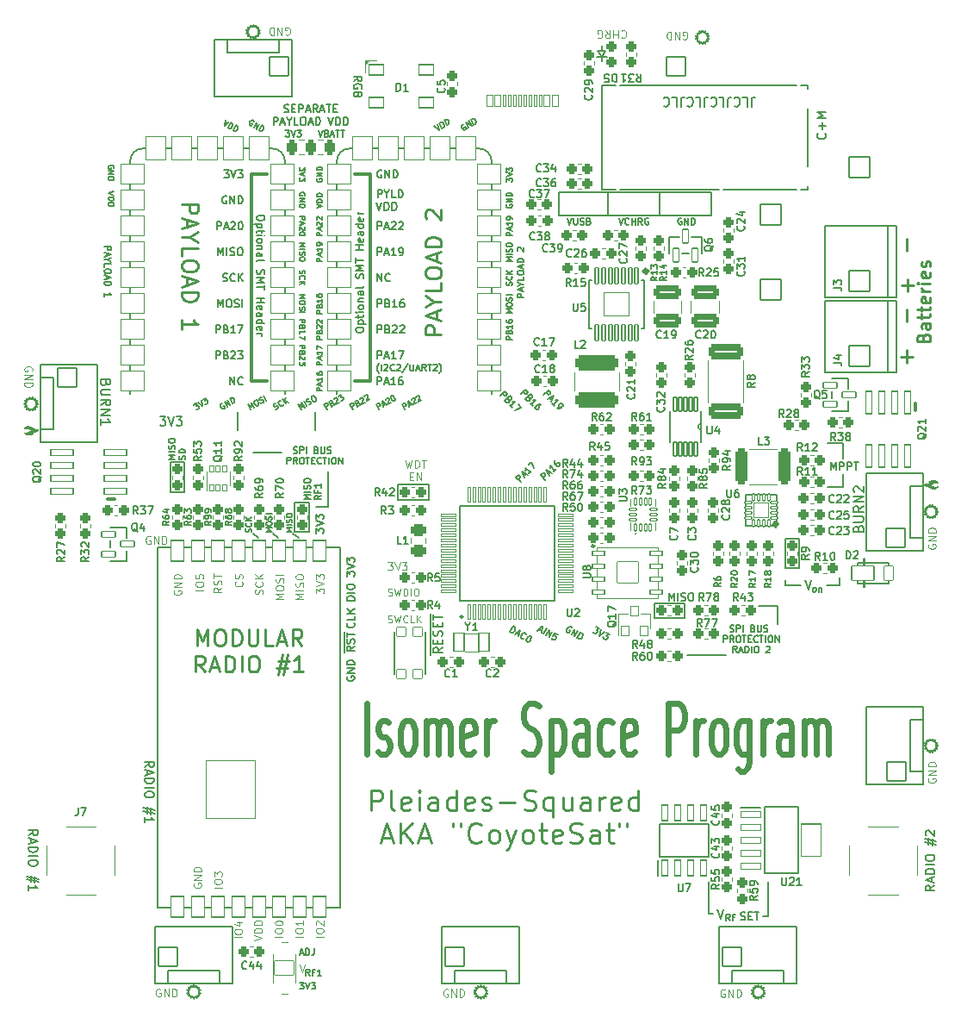
<source format=gto>
G04 #@! TF.GenerationSoftware,KiCad,Pcbnew,(6.0.5-0)*
G04 #@! TF.CreationDate,2023-01-12T14:03:17-08:00*
G04 #@! TF.ProjectId,mainboard,6d61696e-626f-4617-9264-2e6b69636164,rev?*
G04 #@! TF.SameCoordinates,Original*
G04 #@! TF.FileFunction,Legend,Top*
G04 #@! TF.FilePolarity,Positive*
%FSLAX46Y46*%
G04 Gerber Fmt 4.6, Leading zero omitted, Abs format (unit mm)*
G04 Created by KiCad (PCBNEW (6.0.5-0)) date 2023-01-12 14:03:17*
%MOMM*%
%LPD*%
G01*
G04 APERTURE LIST*
G04 Aperture macros list*
%AMRoundRect*
0 Rectangle with rounded corners*
0 $1 Rounding radius*
0 $2 $3 $4 $5 $6 $7 $8 $9 X,Y pos of 4 corners*
0 Add a 4 corners polygon primitive as box body*
4,1,4,$2,$3,$4,$5,$6,$7,$8,$9,$2,$3,0*
0 Add four circle primitives for the rounded corners*
1,1,$1+$1,$2,$3*
1,1,$1+$1,$4,$5*
1,1,$1+$1,$6,$7*
1,1,$1+$1,$8,$9*
0 Add four rect primitives between the rounded corners*
20,1,$1+$1,$2,$3,$4,$5,0*
20,1,$1+$1,$4,$5,$6,$7,0*
20,1,$1+$1,$6,$7,$8,$9,0*
20,1,$1+$1,$8,$9,$2,$3,0*%
%AMFreePoly0*
4,1,42,0.785921,0.985921,0.800800,0.950000,0.800800,-0.950000,0.785921,-0.985921,0.750000,-1.000800,0.000000,-1.000800,-0.012493,-0.995625,-0.095799,-0.994317,-0.107892,-0.992660,-0.270578,-0.949981,-0.281927,-0.945488,-0.429737,-0.865233,-0.439686,-0.858162,-0.564086,-0.744967,-0.572062,-0.735727,-0.665870,-0.596126,-0.671411,-0.585251,-0.729211,-0.427304,-0.731998,-0.415421,-0.749646,-0.255575,
-0.748541,-0.255453,-0.750800,-0.250000,-0.750800,0.250000,-0.750374,0.251027,-0.750455,0.251757,-0.750327,0.263961,-0.728373,0.430714,-0.725338,0.442536,-0.664242,0.599239,-0.658474,0.609996,-0.561763,0.747601,-0.553596,0.756672,-0.426853,0.867237,-0.416757,0.874098,-0.267299,0.951239,-0.255859,0.955493,-0.092315,0.994757,-0.080190,0.996160,-0.012063,0.995804,0.000000,1.000800,
0.750000,1.000800,0.785921,0.985921,0.785921,0.985921,$1*%
%AMFreePoly1*
4,1,41,0.012372,0.995676,0.087999,0.995279,0.100109,0.993750,0.263234,0.952776,0.274629,0.948401,0.423270,0.869699,0.433293,0.862733,0.558872,0.750847,0.566944,0.741691,0.662209,0.603080,0.667864,0.592263,0.727315,0.434929,0.730226,0.423076,0.750432,0.256103,0.750800,0.250000,0.750800,-0.250000,0.750797,-0.250534,0.750643,-0.265194,0.750139,-0.271818,0.726441,-0.438331,
0.723282,-0.450121,0.660549,-0.606176,0.654669,-0.616872,0.556522,-0.753457,0.548260,-0.762442,0.420366,-0.871674,0.410200,-0.878428,0.259943,-0.954000,0.248458,-0.958135,0.084511,-0.995683,0.072372,-0.996959,0.011580,-0.996004,0.000000,-1.000800,-0.750000,-1.000800,-0.785921,-0.985921,-0.800800,-0.950000,-0.800800,0.950000,-0.785921,0.985921,-0.750000,1.000800,0.000000,1.000800,
0.012372,0.995676,0.012372,0.995676,$1*%
G04 Aperture macros list end*
%ADD10C,0.127000*%
%ADD11C,0.152400*%
%ADD12C,0.304800*%
%ADD13C,0.251460*%
%ADD14C,0.121920*%
%ADD15C,0.200000*%
%ADD16C,0.177800*%
%ADD17C,0.150000*%
%ADD18C,0.600000*%
%ADD19C,0.250000*%
%ADD20C,0.203200*%
%ADD21C,0.120000*%
%ADD22C,0.381000*%
%ADD23C,0.300000*%
%ADD24C,0.100000*%
%ADD25C,0.010000*%
%ADD26C,0.190500*%
%ADD27RoundRect,0.063500X-0.450000X-0.700000X0.450000X-0.700000X0.450000X0.700000X-0.450000X0.700000X0*%
%ADD28RoundRect,0.063500X-1.100000X-0.700000X1.100000X-0.700000X1.100000X0.700000X-1.100000X0.700000X0*%
%ADD29RoundRect,0.063500X-0.939800X0.939800X-0.939800X-0.939800X0.939800X-0.939800X0.939800X0.939800X0*%
%ADD30C,2.006600*%
%ADD31RoundRect,0.063500X0.939800X-0.939800X0.939800X0.939800X-0.939800X0.939800X-0.939800X-0.939800X0*%
%ADD32RoundRect,0.063500X-0.939800X-0.939800X0.939800X-0.939800X0.939800X0.939800X-0.939800X0.939800X0*%
%ADD33RoundRect,0.063500X0.939800X0.939800X-0.939800X0.939800X-0.939800X-0.939800X0.939800X-0.939800X0*%
%ADD34RoundRect,0.063500X1.016000X-1.016000X1.016000X1.016000X-1.016000X1.016000X-1.016000X-1.016000X0*%
%ADD35C,2.159000*%
%ADD36RoundRect,0.269550X0.218750X0.256250X-0.218750X0.256250X-0.218750X-0.256250X0.218750X-0.256250X0*%
%ADD37RoundRect,0.269550X-0.256250X0.218750X-0.256250X-0.218750X0.256250X-0.218750X0.256250X0.218750X0*%
%ADD38RoundRect,0.269550X-0.218750X-0.256250X0.218750X-0.256250X0.218750X0.256250X-0.218750X0.256250X0*%
%ADD39RoundRect,0.269550X0.256250X-0.218750X0.256250X0.218750X-0.256250X0.218750X-0.256250X-0.218750X0*%
%ADD40RoundRect,0.063500X-0.152400X0.800100X-0.152400X-0.800100X0.152400X-0.800100X0.152400X0.800100X0*%
%ADD41RoundRect,0.063500X-1.230000X1.155000X-1.230000X-1.155000X1.230000X-1.155000X1.230000X1.155000X0*%
%ADD42RoundRect,0.063500X-0.660400X0.279400X-0.660400X-0.279400X0.660400X-0.279400X0.660400X0.279400X0*%
%ADD43RoundRect,0.050800X0.150000X0.737500X-0.150000X0.737500X-0.150000X-0.737500X0.150000X-0.737500X0*%
%ADD44RoundRect,0.050800X0.737500X-0.150000X0.737500X0.150000X-0.737500X0.150000X-0.737500X-0.150000X0*%
%ADD45RoundRect,0.050800X1.104900X-0.304800X1.104900X0.304800X-1.104900X0.304800X-1.104900X-0.304800X0*%
%ADD46RoundRect,0.050800X0.304800X1.104900X-0.304800X1.104900X-0.304800X-1.104900X0.304800X-1.104900X0*%
%ADD47RoundRect,0.300800X-0.312500X-1.450000X0.312500X-1.450000X0.312500X1.450000X-0.312500X1.450000X0*%
%ADD48RoundRect,0.063500X1.143000X0.990600X-1.143000X0.990600X-1.143000X-0.990600X1.143000X-0.990600X0*%
%ADD49RoundRect,0.063500X0.990600X-1.143000X0.990600X1.143000X-0.990600X1.143000X-0.990600X-1.143000X0*%
%ADD50O,1.801600X1.801600*%
%ADD51RoundRect,0.063500X-0.600000X-0.225000X0.600000X-0.225000X0.600000X0.225000X-0.600000X0.225000X0*%
%ADD52RoundRect,0.063500X1.050000X-1.050000X1.050000X1.050000X-1.050000X1.050000X-1.050000X-1.050000X0*%
%ADD53RoundRect,0.063500X-0.350000X0.125000X-0.350000X-0.125000X0.350000X-0.125000X0.350000X0.125000X0*%
%ADD54RoundRect,0.063500X0.125000X0.350000X-0.125000X0.350000X-0.125000X-0.350000X0.125000X-0.350000X0*%
%ADD55RoundRect,0.063500X0.350000X-0.125000X0.350000X0.125000X-0.350000X0.125000X-0.350000X-0.125000X0*%
%ADD56RoundRect,0.063500X-0.125000X-0.350000X0.125000X-0.350000X0.125000X0.350000X-0.125000X0.350000X0*%
%ADD57RoundRect,0.063500X0.725000X-0.725000X0.725000X0.725000X-0.725000X0.725000X-0.725000X-0.725000X0*%
%ADD58C,5.701600*%
%ADD59C,2.000000*%
%ADD60C,0.751600*%
%ADD61RoundRect,0.050800X0.300000X0.575000X-0.300000X0.575000X-0.300000X-0.575000X0.300000X-0.575000X0*%
%ADD62RoundRect,0.050800X0.150000X0.575000X-0.150000X0.575000X-0.150000X-0.575000X0.150000X-0.575000X0*%
%ADD63O,1.101600X2.201600*%
%ADD64O,1.101600X1.701600*%
%ADD65C,2.133600*%
%ADD66C,2.151600*%
%ADD67C,2.351600*%
%ADD68RoundRect,0.050800X0.750000X0.500000X-0.750000X0.500000X-0.750000X-0.500000X0.750000X-0.500000X0*%
%ADD69RoundRect,0.050800X-0.125000X-0.337500X0.125000X-0.337500X0.125000X0.337500X-0.125000X0.337500X0*%
%ADD70RoundRect,0.050800X-0.337500X0.125000X-0.337500X-0.125000X0.337500X-0.125000X0.337500X0.125000X0*%
%ADD71RoundRect,0.300800X-0.450000X0.325000X-0.450000X-0.325000X0.450000X-0.325000X0.450000X0.325000X0*%
%ADD72RoundRect,0.294550X-0.243750X-0.456250X0.243750X-0.456250X0.243750X0.456250X-0.243750X0.456250X0*%
%ADD73RoundRect,0.050800X0.500000X0.900000X-0.500000X0.900000X-0.500000X-0.900000X0.500000X-0.900000X0*%
%ADD74RoundRect,0.300800X-1.425000X0.425000X-1.425000X-0.425000X1.425000X-0.425000X1.425000X0.425000X0*%
%ADD75RoundRect,0.383800X-1.767000X0.417000X-1.767000X-0.417000X1.767000X-0.417000X1.767000X0.417000X0*%
%ADD76RoundRect,0.063500X-0.279400X-0.660400X0.279400X-0.660400X0.279400X0.660400X-0.279400X0.660400X0*%
%ADD77RoundRect,0.300800X1.075000X-0.375000X1.075000X0.375000X-1.075000X0.375000X-1.075000X-0.375000X0*%
%ADD78RoundRect,0.050800X-0.165100X0.675000X-0.165100X-0.675000X0.165100X-0.675000X0.165100X0.675000X0*%
%ADD79RoundRect,0.063500X-0.650000X1.000000X-0.650000X-1.000000X0.650000X-1.000000X0.650000X1.000000X0*%
%ADD80RoundRect,0.063500X-2.400000X2.849999X-2.400000X-2.849999X2.400000X-2.849999X2.400000X2.849999X0*%
%ADD81RoundRect,0.050800X0.450000X-0.450000X0.450000X0.450000X-0.450000X0.450000X-0.450000X-0.450000X0*%
%ADD82RoundRect,0.050800X0.200000X-0.325000X0.200000X0.325000X-0.200000X0.325000X-0.200000X-0.325000X0*%
%ADD83RoundRect,0.050800X0.400000X-0.450000X0.400000X0.450000X-0.400000X0.450000X-0.400000X-0.450000X0*%
%ADD84RoundRect,0.050800X1.000000X-0.325000X1.000000X0.325000X-1.000000X0.325000X-1.000000X-0.325000X0*%
%ADD85RoundRect,0.050800X-1.000000X-1.600000X1.000000X-1.600000X1.000000X1.600000X-1.000000X1.600000X0*%
%ADD86FreePoly0,270.000000*%
%ADD87RoundRect,0.050800X-0.950000X0.700000X-0.950000X-0.700000X0.950000X-0.700000X0.950000X0.700000X0*%
%ADD88FreePoly1,270.000000*%
%ADD89RoundRect,0.050800X0.325000X0.762500X-0.325000X0.762500X-0.325000X-0.762500X0.325000X-0.762500X0*%
%ADD90C,1.509600*%
%ADD91C,1.371600*%
%ADD92RoundRect,0.063500X-1.016000X1.016000X-1.016000X-1.016000X1.016000X-1.016000X1.016000X1.016000X0*%
%ADD93C,1.501600*%
G04 APERTURE END LIST*
D10*
X166116000Y-69088000D02*
X151130000Y-69088000D01*
X173355000Y-103060500D02*
X173355000Y-105981500D01*
X174752000Y-103060500D02*
X174752000Y-105981500D01*
X174752000Y-103060500D02*
X173355000Y-103060500D01*
X174752000Y-105981500D02*
X173355000Y-105981500D01*
D11*
X119507000Y-92392500D02*
X119507000Y-90614500D01*
X127127000Y-92456000D02*
X127127000Y-90678000D01*
D10*
X178689000Y-106870500D02*
X178689000Y-107696000D01*
X161036000Y-71374000D02*
X161036000Y-69088000D01*
X155956000Y-71374000D02*
X155956000Y-69088000D01*
X166243000Y-139954000D02*
X165862000Y-139954000D01*
X114327600Y-95592900D02*
X112930600Y-95592900D01*
X114327600Y-95592900D02*
X114327600Y-98513900D01*
X112930600Y-95592900D02*
X112930600Y-98513900D01*
X114327600Y-98513900D02*
X112930600Y-98513900D01*
X126555500Y-102425500D02*
X125158500Y-102425500D01*
X126555500Y-99504500D02*
X126555500Y-102425500D01*
X125158500Y-102425500D02*
X125158500Y-99504500D01*
X126555500Y-99504500D02*
X125158500Y-99504500D01*
X160540700Y-109448600D02*
X160540700Y-110845600D01*
X160540700Y-110845600D02*
X163461700Y-110845600D01*
X160540700Y-109448600D02*
X163461700Y-109448600D01*
X163461700Y-109448600D02*
X163461700Y-110845600D01*
X163703000Y-114554000D02*
X167513000Y-114554000D01*
X172593000Y-109664500D02*
X172593000Y-111442500D01*
X121615200Y-103022400D02*
X121056400Y-102590600D01*
X123545600Y-103022400D02*
X122986800Y-102590600D01*
X125526800Y-103022400D02*
X124968000Y-102590600D01*
D12*
X131064000Y-67297300D02*
X132588000Y-67297300D01*
X131064000Y-87617300D02*
X132588000Y-87617300D01*
X132588000Y-67297300D02*
X132588000Y-87617300D01*
X120898920Y-67310000D02*
X120898920Y-87630000D01*
X120898920Y-87630000D02*
X122422920Y-87630000D01*
X120898920Y-67310000D02*
X122422920Y-67310000D01*
D10*
X121031000Y-94615000D02*
X123825000Y-94615000D01*
X128397000Y-99949000D02*
X128397000Y-96520000D01*
X128397000Y-99949000D02*
X127254000Y-99949000D01*
X171196000Y-140208000D02*
X171704000Y-140208000D01*
X171704000Y-140208000D02*
X171704000Y-136779000D01*
X165862000Y-136779000D02*
X165862000Y-139954000D01*
X177482500Y-107696000D02*
X178689000Y-107696000D01*
X170751500Y-109664500D02*
X172593000Y-109664500D01*
X151130000Y-71374000D02*
X166116000Y-71374000D01*
X179070000Y-93726000D02*
X179070000Y-95250000D01*
X138303000Y-97790000D02*
X138303000Y-99314000D01*
X138303000Y-99314000D02*
X135255000Y-99314000D01*
X173355000Y-107696000D02*
X174879000Y-107696000D01*
X151130000Y-69088000D02*
X151130000Y-71374000D01*
X166116000Y-71374000D02*
X166116000Y-69088000D01*
X177546000Y-98044000D02*
X179070000Y-98044000D01*
X135255000Y-99314000D02*
X135255000Y-97790000D01*
X135255000Y-97790000D02*
X138303000Y-97790000D01*
X179070000Y-98044000D02*
X179070000Y-96774000D01*
X173355000Y-107124500D02*
X173355000Y-107696000D01*
X177546000Y-93726000D02*
X179070000Y-93726000D01*
D13*
X186980285Y-83311836D02*
X187040761Y-83130408D01*
X187101238Y-83069931D01*
X187222190Y-83009455D01*
X187403619Y-83009455D01*
X187524571Y-83069931D01*
X187585047Y-83130408D01*
X187645523Y-83251360D01*
X187645523Y-83735170D01*
X186375523Y-83735170D01*
X186375523Y-83311836D01*
X186436000Y-83190884D01*
X186496476Y-83130408D01*
X186617428Y-83069931D01*
X186738380Y-83069931D01*
X186859333Y-83130408D01*
X186919809Y-83190884D01*
X186980285Y-83311836D01*
X186980285Y-83735170D01*
X187645523Y-81920884D02*
X186980285Y-81920884D01*
X186859333Y-81981360D01*
X186798857Y-82102312D01*
X186798857Y-82344217D01*
X186859333Y-82465170D01*
X187585047Y-81920884D02*
X187645523Y-82041836D01*
X187645523Y-82344217D01*
X187585047Y-82465170D01*
X187464095Y-82525646D01*
X187343142Y-82525646D01*
X187222190Y-82465170D01*
X187161714Y-82344217D01*
X187161714Y-82041836D01*
X187101238Y-81920884D01*
X186798857Y-81497551D02*
X186798857Y-81013741D01*
X186375523Y-81316122D02*
X187464095Y-81316122D01*
X187585047Y-81255646D01*
X187645523Y-81134693D01*
X187645523Y-81013741D01*
X186798857Y-80771836D02*
X186798857Y-80288027D01*
X186375523Y-80590408D02*
X187464095Y-80590408D01*
X187585047Y-80529931D01*
X187645523Y-80408979D01*
X187645523Y-80288027D01*
X187585047Y-79380884D02*
X187645523Y-79501836D01*
X187645523Y-79743741D01*
X187585047Y-79864693D01*
X187464095Y-79925170D01*
X186980285Y-79925170D01*
X186859333Y-79864693D01*
X186798857Y-79743741D01*
X186798857Y-79501836D01*
X186859333Y-79380884D01*
X186980285Y-79320408D01*
X187101238Y-79320408D01*
X187222190Y-79925170D01*
X187645523Y-78776122D02*
X186798857Y-78776122D01*
X187040761Y-78776122D02*
X186919809Y-78715646D01*
X186859333Y-78655170D01*
X186798857Y-78534217D01*
X186798857Y-78413265D01*
X187645523Y-77989931D02*
X186798857Y-77989931D01*
X186375523Y-77989931D02*
X186436000Y-78050408D01*
X186496476Y-77989931D01*
X186436000Y-77929455D01*
X186375523Y-77989931D01*
X186496476Y-77989931D01*
X187585047Y-76901360D02*
X187645523Y-77022312D01*
X187645523Y-77264217D01*
X187585047Y-77385170D01*
X187464095Y-77445646D01*
X186980285Y-77445646D01*
X186859333Y-77385170D01*
X186798857Y-77264217D01*
X186798857Y-77022312D01*
X186859333Y-76901360D01*
X186980285Y-76840884D01*
X187101238Y-76840884D01*
X187222190Y-77445646D01*
X187585047Y-76357074D02*
X187645523Y-76236122D01*
X187645523Y-75994217D01*
X187585047Y-75873265D01*
X187464095Y-75812789D01*
X187403619Y-75812789D01*
X187282666Y-75873265D01*
X187222190Y-75994217D01*
X187222190Y-76175646D01*
X187161714Y-76296598D01*
X187040761Y-76357074D01*
X186980285Y-76357074D01*
X186859333Y-76296598D01*
X186798857Y-76175646D01*
X186798857Y-75994217D01*
X186859333Y-75873265D01*
D14*
X134321587Y-111311266D02*
X134423187Y-111345133D01*
X134592520Y-111345133D01*
X134660253Y-111311266D01*
X134694120Y-111277400D01*
X134727987Y-111209666D01*
X134727987Y-111141933D01*
X134694120Y-111074200D01*
X134660253Y-111040333D01*
X134592520Y-111006466D01*
X134457053Y-110972600D01*
X134389320Y-110938733D01*
X134355453Y-110904866D01*
X134321587Y-110837133D01*
X134321587Y-110769400D01*
X134355453Y-110701666D01*
X134389320Y-110667800D01*
X134457053Y-110633933D01*
X134626387Y-110633933D01*
X134727987Y-110667800D01*
X134965053Y-110633933D02*
X135134387Y-111345133D01*
X135269853Y-110837133D01*
X135405320Y-111345133D01*
X135574653Y-110633933D01*
X136251987Y-111277400D02*
X136218120Y-111311266D01*
X136116520Y-111345133D01*
X136048787Y-111345133D01*
X135947187Y-111311266D01*
X135879453Y-111243533D01*
X135845587Y-111175800D01*
X135811720Y-111040333D01*
X135811720Y-110938733D01*
X135845587Y-110803266D01*
X135879453Y-110735533D01*
X135947187Y-110667800D01*
X136048787Y-110633933D01*
X136116520Y-110633933D01*
X136218120Y-110667800D01*
X136251987Y-110701666D01*
X136895453Y-111345133D02*
X136556787Y-111345133D01*
X136556787Y-110633933D01*
X137132520Y-111345133D02*
X137132520Y-110633933D01*
X137538920Y-111345133D02*
X137234120Y-110938733D01*
X137538920Y-110633933D02*
X137132520Y-111040333D01*
X134296428Y-105400865D02*
X134774432Y-105400865D01*
X134517045Y-105695021D01*
X134627353Y-105695021D01*
X134700892Y-105731791D01*
X134737662Y-105768560D01*
X134774432Y-105842099D01*
X134774432Y-106025947D01*
X134737662Y-106099486D01*
X134700892Y-106136255D01*
X134627353Y-106173025D01*
X134406736Y-106173025D01*
X134333197Y-106136255D01*
X134296428Y-106099486D01*
X134995049Y-105400865D02*
X135252435Y-106173025D01*
X135509822Y-105400865D01*
X135693670Y-105400865D02*
X136171673Y-105400865D01*
X135914287Y-105695021D01*
X136024595Y-105695021D01*
X136098134Y-105731791D01*
X136134904Y-105768560D01*
X136171673Y-105842099D01*
X136171673Y-106025947D01*
X136134904Y-106099486D01*
X136098134Y-106136255D01*
X136024595Y-106173025D01*
X135803978Y-106173025D01*
X135730439Y-106136255D01*
X135693670Y-106099486D01*
X134321587Y-108644266D02*
X134423187Y-108678133D01*
X134592520Y-108678133D01*
X134660253Y-108644266D01*
X134694120Y-108610400D01*
X134727987Y-108542666D01*
X134727987Y-108474933D01*
X134694120Y-108407200D01*
X134660253Y-108373333D01*
X134592520Y-108339466D01*
X134457053Y-108305600D01*
X134389320Y-108271733D01*
X134355453Y-108237866D01*
X134321587Y-108170133D01*
X134321587Y-108102400D01*
X134355453Y-108034666D01*
X134389320Y-108000800D01*
X134457053Y-107966933D01*
X134626387Y-107966933D01*
X134727987Y-108000800D01*
X134965053Y-107966933D02*
X135134387Y-108678133D01*
X135269853Y-108170133D01*
X135405320Y-108678133D01*
X135574653Y-107966933D01*
X135845587Y-108678133D02*
X135845587Y-107966933D01*
X136014920Y-107966933D01*
X136116520Y-108000800D01*
X136184253Y-108068533D01*
X136218120Y-108136266D01*
X136251987Y-108271733D01*
X136251987Y-108373333D01*
X136218120Y-108508800D01*
X136184253Y-108576533D01*
X136116520Y-108644266D01*
X136014920Y-108678133D01*
X135845587Y-108678133D01*
X136556787Y-108678133D02*
X136556787Y-107966933D01*
X137030920Y-107966933D02*
X137166387Y-107966933D01*
X137234120Y-108000800D01*
X137301853Y-108068533D01*
X137335720Y-108204000D01*
X137335720Y-108441066D01*
X137301853Y-108576533D01*
X137234120Y-108644266D01*
X137166387Y-108678133D01*
X137030920Y-108678133D01*
X136963187Y-108644266D01*
X136895453Y-108576533D01*
X136861587Y-108441066D01*
X136861587Y-108204000D01*
X136895453Y-108068533D01*
X136963187Y-108000800D01*
X137030920Y-107966933D01*
D13*
X184790734Y-78190230D02*
X186004129Y-78190230D01*
X185397431Y-78796927D02*
X185397431Y-77583533D01*
X185321665Y-81778765D02*
X185321665Y-80565371D01*
X184739934Y-85192161D02*
X185953329Y-85192161D01*
X185346631Y-85798858D02*
X185346631Y-84585464D01*
X185372465Y-74841865D02*
X185372465Y-73628471D01*
D10*
X130302000Y-116632264D02*
X130265714Y-116704835D01*
X130265714Y-116813692D01*
X130302000Y-116922550D01*
X130374571Y-116995121D01*
X130447142Y-117031407D01*
X130592285Y-117067692D01*
X130701142Y-117067692D01*
X130846285Y-117031407D01*
X130918857Y-116995121D01*
X130991428Y-116922550D01*
X131027714Y-116813692D01*
X131027714Y-116741121D01*
X130991428Y-116632264D01*
X130955142Y-116595978D01*
X130701142Y-116595978D01*
X130701142Y-116741121D01*
X131027714Y-116269407D02*
X130265714Y-116269407D01*
X131027714Y-115833978D01*
X130265714Y-115833978D01*
X131027714Y-115471121D02*
X130265714Y-115471121D01*
X130265714Y-115289692D01*
X130302000Y-115180835D01*
X130374571Y-115108264D01*
X130447142Y-115071978D01*
X130592285Y-115035692D01*
X130701142Y-115035692D01*
X130846285Y-115071978D01*
X130918857Y-115108264D01*
X130991428Y-115180835D01*
X131027714Y-115289692D01*
X131027714Y-115471121D01*
D11*
X180575857Y-102092397D02*
X180621819Y-101954511D01*
X180667780Y-101908549D01*
X180759704Y-101862587D01*
X180897590Y-101862587D01*
X180989514Y-101908549D01*
X181035476Y-101954511D01*
X181081438Y-102046435D01*
X181081438Y-102414130D01*
X180116238Y-102414130D01*
X180116238Y-102092397D01*
X180162200Y-102000473D01*
X180208161Y-101954511D01*
X180300085Y-101908549D01*
X180392009Y-101908549D01*
X180483933Y-101954511D01*
X180529895Y-102000473D01*
X180575857Y-102092397D01*
X180575857Y-102414130D01*
X180116238Y-101448930D02*
X180897590Y-101448930D01*
X180989514Y-101402968D01*
X181035476Y-101357006D01*
X181081438Y-101265082D01*
X181081438Y-101081235D01*
X181035476Y-100989311D01*
X180989514Y-100943349D01*
X180897590Y-100897387D01*
X180116238Y-100897387D01*
X181081438Y-99886225D02*
X180621819Y-100207959D01*
X181081438Y-100437768D02*
X180116238Y-100437768D01*
X180116238Y-100070073D01*
X180162200Y-99978149D01*
X180208161Y-99932187D01*
X180300085Y-99886225D01*
X180437971Y-99886225D01*
X180529895Y-99932187D01*
X180575857Y-99978149D01*
X180621819Y-100070073D01*
X180621819Y-100437768D01*
X181081438Y-99472568D02*
X180116238Y-99472568D01*
X181081438Y-98921025D01*
X180116238Y-98921025D01*
X180208161Y-98507368D02*
X180162200Y-98461406D01*
X180116238Y-98369482D01*
X180116238Y-98139673D01*
X180162200Y-98047749D01*
X180208161Y-98001787D01*
X180300085Y-97955825D01*
X180392009Y-97955825D01*
X180529895Y-98001787D01*
X181081438Y-98553330D01*
X181081438Y-97955825D01*
D15*
X177322480Y-63262473D02*
X177364813Y-63304806D01*
X177407146Y-63431806D01*
X177407146Y-63516473D01*
X177364813Y-63643473D01*
X177280146Y-63728140D01*
X177195480Y-63770473D01*
X177026146Y-63812806D01*
X176899146Y-63812806D01*
X176729813Y-63770473D01*
X176645146Y-63728140D01*
X176560480Y-63643473D01*
X176518146Y-63516473D01*
X176518146Y-63431806D01*
X176560480Y-63304806D01*
X176602813Y-63262473D01*
X177068480Y-62881473D02*
X177068480Y-62204140D01*
X177407146Y-62542806D02*
X176729813Y-62542806D01*
X177407146Y-61780806D02*
X176518146Y-61780806D01*
X177153146Y-61484473D01*
X176518146Y-61188140D01*
X177407146Y-61188140D01*
D11*
X106596542Y-87772602D02*
X106550580Y-87910488D01*
X106504619Y-87956450D01*
X106412695Y-88002412D01*
X106274809Y-88002412D01*
X106182885Y-87956450D01*
X106136923Y-87910488D01*
X106090961Y-87818564D01*
X106090961Y-87450869D01*
X107056161Y-87450869D01*
X107056161Y-87772602D01*
X107010200Y-87864526D01*
X106964238Y-87910488D01*
X106872314Y-87956450D01*
X106780390Y-87956450D01*
X106688466Y-87910488D01*
X106642504Y-87864526D01*
X106596542Y-87772602D01*
X106596542Y-87450869D01*
X107056161Y-88416069D02*
X106274809Y-88416069D01*
X106182885Y-88462031D01*
X106136923Y-88507993D01*
X106090961Y-88599917D01*
X106090961Y-88783764D01*
X106136923Y-88875688D01*
X106182885Y-88921650D01*
X106274809Y-88967612D01*
X107056161Y-88967612D01*
X106090961Y-89978774D02*
X106550580Y-89657040D01*
X106090961Y-89427231D02*
X107056161Y-89427231D01*
X107056161Y-89794926D01*
X107010200Y-89886850D01*
X106964238Y-89932812D01*
X106872314Y-89978774D01*
X106734428Y-89978774D01*
X106642504Y-89932812D01*
X106596542Y-89886850D01*
X106550580Y-89794926D01*
X106550580Y-89427231D01*
X106090961Y-90392431D02*
X107056161Y-90392431D01*
X106090961Y-90943974D01*
X107056161Y-90943974D01*
X106090961Y-91909174D02*
X106090961Y-91357631D01*
X106090961Y-91633402D02*
X107056161Y-91633402D01*
X106918276Y-91541479D01*
X106826352Y-91449555D01*
X106780390Y-91357631D01*
D13*
X114053257Y-70212312D02*
X115645837Y-70212312D01*
X115645837Y-70819010D01*
X115570000Y-70970684D01*
X115494162Y-71046521D01*
X115342488Y-71122358D01*
X115114977Y-71122358D01*
X114963302Y-71046521D01*
X114887465Y-70970684D01*
X114811628Y-70819010D01*
X114811628Y-70212312D01*
X114508280Y-71729055D02*
X114508280Y-72487427D01*
X114053257Y-71577381D02*
X115645837Y-72108241D01*
X114053257Y-72639101D01*
X114811628Y-73473310D02*
X114053257Y-73473310D01*
X115645837Y-72942450D02*
X114811628Y-73473310D01*
X115645837Y-74004170D01*
X114053257Y-75293401D02*
X114053257Y-74535030D01*
X115645837Y-74535030D01*
X115645837Y-76127610D02*
X115645837Y-76430958D01*
X115570000Y-76582632D01*
X115418325Y-76734307D01*
X115114977Y-76810144D01*
X114584117Y-76810144D01*
X114280768Y-76734307D01*
X114129094Y-76582632D01*
X114053257Y-76430958D01*
X114053257Y-76127610D01*
X114129094Y-75975935D01*
X114280768Y-75824261D01*
X114584117Y-75748424D01*
X115114977Y-75748424D01*
X115418325Y-75824261D01*
X115570000Y-75975935D01*
X115645837Y-76127610D01*
X114508280Y-77416841D02*
X114508280Y-78175212D01*
X114053257Y-77265167D02*
X115645837Y-77796027D01*
X114053257Y-78326887D01*
X114053257Y-78857747D02*
X115645837Y-78857747D01*
X115645837Y-79236932D01*
X115570000Y-79464444D01*
X115418325Y-79616118D01*
X115266651Y-79691955D01*
X114963302Y-79767792D01*
X114735791Y-79767792D01*
X114432442Y-79691955D01*
X114280768Y-79616118D01*
X114129094Y-79464444D01*
X114053257Y-79236932D01*
X114053257Y-78857747D01*
X114053257Y-82497930D02*
X114053257Y-81587884D01*
X114053257Y-82042907D02*
X115645837Y-82042907D01*
X115418325Y-81891232D01*
X115266651Y-81739558D01*
X115190814Y-81587884D01*
D16*
X138517630Y-114500236D02*
X138517630Y-113611236D01*
X139657666Y-113780570D02*
X139234333Y-114076903D01*
X139657666Y-114288570D02*
X138768666Y-114288570D01*
X138768666Y-113949903D01*
X138811000Y-113865236D01*
X138853333Y-113822903D01*
X138938000Y-113780570D01*
X139065000Y-113780570D01*
X139149666Y-113822903D01*
X139192000Y-113865236D01*
X139234333Y-113949903D01*
X139234333Y-114288570D01*
X138517630Y-113611236D02*
X138517630Y-112806903D01*
X139192000Y-113399570D02*
X139192000Y-113103236D01*
X139657666Y-112976236D02*
X139657666Y-113399570D01*
X138768666Y-113399570D01*
X138768666Y-112976236D01*
X138517630Y-112806903D02*
X138517630Y-111960236D01*
X139615333Y-112637570D02*
X139657666Y-112510570D01*
X139657666Y-112298903D01*
X139615333Y-112214236D01*
X139573000Y-112171903D01*
X139488333Y-112129570D01*
X139403666Y-112129570D01*
X139319000Y-112171903D01*
X139276666Y-112214236D01*
X139234333Y-112298903D01*
X139192000Y-112468236D01*
X139149666Y-112552903D01*
X139107333Y-112595236D01*
X139022666Y-112637570D01*
X138938000Y-112637570D01*
X138853333Y-112595236D01*
X138811000Y-112552903D01*
X138768666Y-112468236D01*
X138768666Y-112256570D01*
X138811000Y-112129570D01*
X138517630Y-111960236D02*
X138517630Y-111155903D01*
X139192000Y-111748570D02*
X139192000Y-111452236D01*
X139657666Y-111325236D02*
X139657666Y-111748570D01*
X138768666Y-111748570D01*
X138768666Y-111325236D01*
X138517630Y-111155903D02*
X138517630Y-110478570D01*
X138768666Y-111071236D02*
X138768666Y-110563236D01*
X139657666Y-110817236D02*
X138768666Y-110817236D01*
D10*
X125672850Y-143794728D02*
X125975231Y-143794728D01*
X125612373Y-143976156D02*
X125824040Y-143341156D01*
X126035707Y-143976156D01*
X126247373Y-143976156D02*
X126247373Y-143341156D01*
X126398564Y-143341156D01*
X126489278Y-143371395D01*
X126549754Y-143431871D01*
X126579993Y-143492347D01*
X126610231Y-143613299D01*
X126610231Y-143704014D01*
X126579993Y-143824966D01*
X126549754Y-143885442D01*
X126489278Y-143945918D01*
X126398564Y-143976156D01*
X126247373Y-143976156D01*
X127063802Y-143341156D02*
X127063802Y-143794728D01*
X127033564Y-143885442D01*
X126973088Y-143945918D01*
X126882373Y-143976156D01*
X126821897Y-143976156D01*
D13*
X115530992Y-113606942D02*
X115530992Y-112014362D01*
X116061852Y-113151920D01*
X116592712Y-112014362D01*
X116592712Y-113606942D01*
X117654432Y-112014362D02*
X117957781Y-112014362D01*
X118109455Y-112090200D01*
X118261130Y-112241874D01*
X118336967Y-112545222D01*
X118336967Y-113076082D01*
X118261130Y-113379431D01*
X118109455Y-113531105D01*
X117957781Y-113606942D01*
X117654432Y-113606942D01*
X117502758Y-113531105D01*
X117351084Y-113379431D01*
X117275247Y-113076082D01*
X117275247Y-112545222D01*
X117351084Y-112241874D01*
X117502758Y-112090200D01*
X117654432Y-112014362D01*
X119019501Y-113606942D02*
X119019501Y-112014362D01*
X119398687Y-112014362D01*
X119626198Y-112090200D01*
X119777872Y-112241874D01*
X119853710Y-112393548D01*
X119929547Y-112696897D01*
X119929547Y-112924408D01*
X119853710Y-113227757D01*
X119777872Y-113379431D01*
X119626198Y-113531105D01*
X119398687Y-113606942D01*
X119019501Y-113606942D01*
X120612081Y-112014362D02*
X120612081Y-113303594D01*
X120687918Y-113455268D01*
X120763755Y-113531105D01*
X120915430Y-113606942D01*
X121218778Y-113606942D01*
X121370452Y-113531105D01*
X121446290Y-113455268D01*
X121522127Y-113303594D01*
X121522127Y-112014362D01*
X123038870Y-113606942D02*
X122280498Y-113606942D01*
X122280498Y-112014362D01*
X123493892Y-113151920D02*
X124252264Y-113151920D01*
X123342218Y-113606942D02*
X123873078Y-112014362D01*
X124403938Y-113606942D01*
X125844844Y-113606942D02*
X125313984Y-112848571D01*
X124934798Y-113606942D02*
X124934798Y-112014362D01*
X125541495Y-112014362D01*
X125693170Y-112090200D01*
X125769007Y-112166037D01*
X125844844Y-112317711D01*
X125844844Y-112545222D01*
X125769007Y-112696897D01*
X125693170Y-112772734D01*
X125541495Y-112848571D01*
X124934798Y-112848571D01*
X116289364Y-116170996D02*
X115758504Y-115412625D01*
X115379318Y-116170996D02*
X115379318Y-114578416D01*
X115986015Y-114578416D01*
X116137690Y-114654254D01*
X116213527Y-114730091D01*
X116289364Y-114881765D01*
X116289364Y-115109276D01*
X116213527Y-115260951D01*
X116137690Y-115336788D01*
X115986015Y-115412625D01*
X115379318Y-115412625D01*
X116896061Y-115715974D02*
X117654432Y-115715974D01*
X116744387Y-116170996D02*
X117275247Y-114578416D01*
X117806107Y-116170996D01*
X118336967Y-116170996D02*
X118336967Y-114578416D01*
X118716152Y-114578416D01*
X118943664Y-114654254D01*
X119095338Y-114805928D01*
X119171175Y-114957602D01*
X119247012Y-115260951D01*
X119247012Y-115488462D01*
X119171175Y-115791811D01*
X119095338Y-115943485D01*
X118943664Y-116095159D01*
X118716152Y-116170996D01*
X118336967Y-116170996D01*
X119929547Y-116170996D02*
X119929547Y-114578416D01*
X120991267Y-114578416D02*
X121294615Y-114578416D01*
X121446290Y-114654254D01*
X121597964Y-114805928D01*
X121673801Y-115109276D01*
X121673801Y-115640136D01*
X121597964Y-115943485D01*
X121446290Y-116095159D01*
X121294615Y-116170996D01*
X120991267Y-116170996D01*
X120839592Y-116095159D01*
X120687918Y-115943485D01*
X120612081Y-115640136D01*
X120612081Y-115109276D01*
X120687918Y-114805928D01*
X120839592Y-114654254D01*
X120991267Y-114578416D01*
X123493892Y-115109276D02*
X124631450Y-115109276D01*
X123948915Y-114426742D02*
X123493892Y-116474345D01*
X124479775Y-115791811D02*
X123342218Y-115791811D01*
X124024752Y-116474345D02*
X124479775Y-114426742D01*
X125996518Y-116170996D02*
X125086472Y-116170996D01*
X125541495Y-116170996D02*
X125541495Y-114578416D01*
X125389821Y-114805928D01*
X125238147Y-114957602D01*
X125086472Y-115033439D01*
D10*
X111889116Y-91080166D02*
X112439450Y-91080166D01*
X112143116Y-91418833D01*
X112270116Y-91418833D01*
X112354783Y-91461166D01*
X112397116Y-91503500D01*
X112439450Y-91588166D01*
X112439450Y-91799833D01*
X112397116Y-91884500D01*
X112354783Y-91926833D01*
X112270116Y-91969166D01*
X112016116Y-91969166D01*
X111931450Y-91926833D01*
X111889116Y-91884500D01*
X112693450Y-91080166D02*
X112989783Y-91969166D01*
X113286116Y-91080166D01*
X113497783Y-91080166D02*
X114048116Y-91080166D01*
X113751783Y-91418833D01*
X113878783Y-91418833D01*
X113963450Y-91461166D01*
X114005783Y-91503500D01*
X114048116Y-91588166D01*
X114048116Y-91799833D01*
X114005783Y-91884500D01*
X113963450Y-91926833D01*
X113878783Y-91969166D01*
X113624783Y-91969166D01*
X113540116Y-91926833D01*
X113497783Y-91884500D01*
X145382629Y-89078866D02*
X145831642Y-88629853D01*
X146002694Y-88800906D01*
X146024076Y-88865050D01*
X146024076Y-88907813D01*
X146002694Y-88971958D01*
X145938550Y-89036103D01*
X145874405Y-89057484D01*
X145831642Y-89057484D01*
X145767497Y-89036103D01*
X145596445Y-88865050D01*
X146216510Y-89442353D02*
X146259273Y-89527879D01*
X146259273Y-89570642D01*
X146237892Y-89634787D01*
X146173747Y-89698931D01*
X146109602Y-89720313D01*
X146066839Y-89720313D01*
X146002694Y-89698931D01*
X145831642Y-89527879D01*
X146280655Y-89078866D01*
X146430326Y-89228537D01*
X146451707Y-89292682D01*
X146451707Y-89335445D01*
X146430326Y-89399589D01*
X146387563Y-89442353D01*
X146323418Y-89463734D01*
X146280655Y-89463734D01*
X146216510Y-89442353D01*
X146066839Y-89292682D01*
X146515852Y-90212089D02*
X146259273Y-89955510D01*
X146387563Y-90083799D02*
X146836575Y-89634787D01*
X146729668Y-89656168D01*
X146644141Y-89656168D01*
X146579997Y-89634787D01*
X147114536Y-89912747D02*
X147413878Y-90212089D01*
X146772431Y-90468668D01*
X149637774Y-88952511D02*
X150086787Y-88503498D01*
X150257839Y-88674550D01*
X150279221Y-88738695D01*
X150279221Y-88781458D01*
X150257839Y-88845603D01*
X150193694Y-88909748D01*
X150129550Y-88931129D01*
X150086787Y-88931129D01*
X150022642Y-88909748D01*
X149851589Y-88738695D01*
X150193694Y-89251853D02*
X150407510Y-89465668D01*
X150022642Y-89337379D02*
X150621326Y-89038037D01*
X150321984Y-89636721D01*
X150706852Y-90021589D02*
X150450273Y-89765010D01*
X150578563Y-89893299D02*
X151027575Y-89444287D01*
X150920668Y-89465668D01*
X150835141Y-89465668D01*
X150770997Y-89444287D01*
X150920668Y-90235404D02*
X151006194Y-90320931D01*
X151070338Y-90342312D01*
X151113102Y-90342312D01*
X151220009Y-90320931D01*
X151326917Y-90256786D01*
X151497970Y-90085733D01*
X151519351Y-90021589D01*
X151519351Y-89978826D01*
X151497970Y-89914681D01*
X151412443Y-89829155D01*
X151348299Y-89807773D01*
X151305536Y-89807773D01*
X151241391Y-89829155D01*
X151134483Y-89936063D01*
X151113102Y-90000207D01*
X151113102Y-90042970D01*
X151134483Y-90107115D01*
X151220009Y-90192641D01*
X151284154Y-90214023D01*
X151326917Y-90214023D01*
X151391062Y-90192641D01*
D14*
X99324160Y-86598614D02*
X99360929Y-86525075D01*
X99360929Y-86414767D01*
X99324160Y-86304458D01*
X99250620Y-86230919D01*
X99177081Y-86194150D01*
X99030003Y-86157380D01*
X98919695Y-86157380D01*
X98772617Y-86194150D01*
X98699078Y-86230919D01*
X98625539Y-86304458D01*
X98588769Y-86414767D01*
X98588769Y-86488306D01*
X98625539Y-86598614D01*
X98662308Y-86635384D01*
X98919695Y-86635384D01*
X98919695Y-86488306D01*
X98588769Y-86966310D02*
X99360929Y-86966310D01*
X98588769Y-87407544D01*
X99360929Y-87407544D01*
X98588769Y-87775239D02*
X99360929Y-87775239D01*
X99360929Y-87959087D01*
X99324160Y-88069395D01*
X99250620Y-88142934D01*
X99177081Y-88179704D01*
X99030003Y-88216473D01*
X98919695Y-88216473D01*
X98772617Y-88179704D01*
X98699078Y-88142934D01*
X98625539Y-88069395D01*
X98588769Y-87959087D01*
X98588769Y-87775239D01*
X187467240Y-103647385D02*
X187430470Y-103720924D01*
X187430470Y-103831232D01*
X187467240Y-103941541D01*
X187540779Y-104015080D01*
X187614318Y-104051849D01*
X187761396Y-104088619D01*
X187871704Y-104088619D01*
X188018782Y-104051849D01*
X188092321Y-104015080D01*
X188165860Y-103941541D01*
X188202630Y-103831232D01*
X188202630Y-103757693D01*
X188165860Y-103647385D01*
X188129091Y-103610615D01*
X187871704Y-103610615D01*
X187871704Y-103757693D01*
X188202630Y-103279689D02*
X187430470Y-103279689D01*
X188202630Y-102838455D01*
X187430470Y-102838455D01*
X188202630Y-102470760D02*
X187430470Y-102470760D01*
X187430470Y-102286912D01*
X187467240Y-102176604D01*
X187540779Y-102103065D01*
X187614318Y-102066295D01*
X187761396Y-102029526D01*
X187871704Y-102029526D01*
X188018782Y-102066295D01*
X188092321Y-102103065D01*
X188165860Y-102176604D01*
X188202630Y-102286912D01*
X188202630Y-102470760D01*
X124272185Y-53578760D02*
X124345724Y-53615529D01*
X124456032Y-53615529D01*
X124566341Y-53578760D01*
X124639880Y-53505220D01*
X124676649Y-53431681D01*
X124713419Y-53284603D01*
X124713419Y-53174295D01*
X124676649Y-53027217D01*
X124639880Y-52953678D01*
X124566341Y-52880139D01*
X124456032Y-52843369D01*
X124382493Y-52843369D01*
X124272185Y-52880139D01*
X124235415Y-52916908D01*
X124235415Y-53174295D01*
X124382493Y-53174295D01*
X123904489Y-52843369D02*
X123904489Y-53615529D01*
X123463255Y-52843369D01*
X123463255Y-53615529D01*
X123095560Y-52843369D02*
X123095560Y-53615529D01*
X122911712Y-53615529D01*
X122801404Y-53578760D01*
X122727865Y-53505220D01*
X122691095Y-53431681D01*
X122654326Y-53284603D01*
X122654326Y-53174295D01*
X122691095Y-53027217D01*
X122727865Y-52953678D01*
X122801404Y-52880139D01*
X122911712Y-52843369D01*
X123095560Y-52843369D01*
X163337385Y-54010560D02*
X163410924Y-54047329D01*
X163521232Y-54047329D01*
X163631541Y-54010560D01*
X163705080Y-53937020D01*
X163741849Y-53863481D01*
X163778619Y-53716403D01*
X163778619Y-53606095D01*
X163741849Y-53459017D01*
X163705080Y-53385478D01*
X163631541Y-53311939D01*
X163521232Y-53275169D01*
X163447693Y-53275169D01*
X163337385Y-53311939D01*
X163300615Y-53348708D01*
X163300615Y-53606095D01*
X163447693Y-53606095D01*
X162969689Y-53275169D02*
X162969689Y-54047329D01*
X162528455Y-53275169D01*
X162528455Y-54047329D01*
X162160760Y-53275169D02*
X162160760Y-54047329D01*
X161976912Y-54047329D01*
X161866604Y-54010560D01*
X161793065Y-53937020D01*
X161756295Y-53863481D01*
X161719526Y-53716403D01*
X161719526Y-53606095D01*
X161756295Y-53459017D01*
X161793065Y-53385478D01*
X161866604Y-53311939D01*
X161976912Y-53275169D01*
X162160760Y-53275169D01*
X187467240Y-126634385D02*
X187430470Y-126707924D01*
X187430470Y-126818232D01*
X187467240Y-126928541D01*
X187540779Y-127002080D01*
X187614318Y-127038849D01*
X187761396Y-127075619D01*
X187871704Y-127075619D01*
X188018782Y-127038849D01*
X188092321Y-127002080D01*
X188165860Y-126928541D01*
X188202630Y-126818232D01*
X188202630Y-126744693D01*
X188165860Y-126634385D01*
X188129091Y-126597615D01*
X187871704Y-126597615D01*
X187871704Y-126744693D01*
X188202630Y-126266689D02*
X187430470Y-126266689D01*
X188202630Y-125825455D01*
X187430470Y-125825455D01*
X188202630Y-125457760D02*
X187430470Y-125457760D01*
X187430470Y-125273912D01*
X187467240Y-125163604D01*
X187540779Y-125090065D01*
X187614318Y-125053295D01*
X187761396Y-125016526D01*
X187871704Y-125016526D01*
X188018782Y-125053295D01*
X188092321Y-125090065D01*
X188165860Y-125163604D01*
X188202630Y-125273912D01*
X188202630Y-125457760D01*
X140205314Y-147360640D02*
X140131775Y-147323870D01*
X140021467Y-147323870D01*
X139911158Y-147360640D01*
X139837619Y-147434179D01*
X139800850Y-147507718D01*
X139764080Y-147654796D01*
X139764080Y-147765104D01*
X139800850Y-147912182D01*
X139837619Y-147985721D01*
X139911158Y-148059260D01*
X140021467Y-148096030D01*
X140095006Y-148096030D01*
X140205314Y-148059260D01*
X140242084Y-148022491D01*
X140242084Y-147765104D01*
X140095006Y-147765104D01*
X140573010Y-148096030D02*
X140573010Y-147323870D01*
X141014244Y-148096030D01*
X141014244Y-147323870D01*
X141381939Y-148096030D02*
X141381939Y-147323870D01*
X141565787Y-147323870D01*
X141676095Y-147360640D01*
X141749634Y-147434179D01*
X141786404Y-147507718D01*
X141823173Y-147654796D01*
X141823173Y-147765104D01*
X141786404Y-147912182D01*
X141749634Y-147985721D01*
X141676095Y-148059260D01*
X141565787Y-148096030D01*
X141381939Y-148096030D01*
X111947814Y-147335240D02*
X111874275Y-147298470D01*
X111763967Y-147298470D01*
X111653658Y-147335240D01*
X111580119Y-147408779D01*
X111543350Y-147482318D01*
X111506580Y-147629396D01*
X111506580Y-147739704D01*
X111543350Y-147886782D01*
X111580119Y-147960321D01*
X111653658Y-148033860D01*
X111763967Y-148070630D01*
X111837506Y-148070630D01*
X111947814Y-148033860D01*
X111984584Y-147997091D01*
X111984584Y-147739704D01*
X111837506Y-147739704D01*
X112315510Y-148070630D02*
X112315510Y-147298470D01*
X112756744Y-148070630D01*
X112756744Y-147298470D01*
X113124439Y-148070630D02*
X113124439Y-147298470D01*
X113308287Y-147298470D01*
X113418595Y-147335240D01*
X113492134Y-147408779D01*
X113528904Y-147482318D01*
X113565673Y-147629396D01*
X113565673Y-147739704D01*
X113528904Y-147886782D01*
X113492134Y-147960321D01*
X113418595Y-148033860D01*
X113308287Y-148070630D01*
X113124439Y-148070630D01*
X117982998Y-137348105D02*
X117220998Y-137348105D01*
X117220998Y-136840105D02*
X117220998Y-136694962D01*
X117257284Y-136622391D01*
X117329855Y-136549819D01*
X117474998Y-136513534D01*
X117728998Y-136513534D01*
X117874141Y-136549819D01*
X117946712Y-136622391D01*
X117982998Y-136694962D01*
X117982998Y-136840105D01*
X117946712Y-136912677D01*
X117874141Y-136985248D01*
X117728998Y-137021534D01*
X117474998Y-137021534D01*
X117329855Y-136985248D01*
X117257284Y-136912677D01*
X117220998Y-136840105D01*
X117220998Y-136259534D02*
X117220998Y-135787819D01*
X117511284Y-136041819D01*
X117511284Y-135932962D01*
X117547569Y-135860391D01*
X117583855Y-135824105D01*
X117656426Y-135787819D01*
X117837855Y-135787819D01*
X117910426Y-135824105D01*
X117946712Y-135860391D01*
X117982998Y-135932962D01*
X117982998Y-136150677D01*
X117946712Y-136223248D01*
X117910426Y-136259534D01*
X119978714Y-142246676D02*
X119216714Y-142246676D01*
X119216714Y-141738676D02*
X119216714Y-141593533D01*
X119253000Y-141520962D01*
X119325571Y-141448390D01*
X119470714Y-141412105D01*
X119724714Y-141412105D01*
X119869857Y-141448390D01*
X119942428Y-141520962D01*
X119978714Y-141593533D01*
X119978714Y-141738676D01*
X119942428Y-141811248D01*
X119869857Y-141883819D01*
X119724714Y-141920105D01*
X119470714Y-141920105D01*
X119325571Y-141883819D01*
X119253000Y-141811248D01*
X119216714Y-141738676D01*
X119470714Y-140758962D02*
X119978714Y-140758962D01*
X119180428Y-140940390D02*
X119724714Y-141121819D01*
X119724714Y-140650105D01*
X123981024Y-142170476D02*
X123219024Y-142170476D01*
X123219024Y-141662476D02*
X123219024Y-141517333D01*
X123255310Y-141444762D01*
X123327881Y-141372190D01*
X123473024Y-141335905D01*
X123727024Y-141335905D01*
X123872167Y-141372190D01*
X123944738Y-141444762D01*
X123981024Y-141517333D01*
X123981024Y-141662476D01*
X123944738Y-141735048D01*
X123872167Y-141807619D01*
X123727024Y-141843905D01*
X123473024Y-141843905D01*
X123327881Y-141807619D01*
X123255310Y-141735048D01*
X123219024Y-141662476D01*
X123219024Y-140864190D02*
X123219024Y-140791619D01*
X123255310Y-140719048D01*
X123291595Y-140682762D01*
X123364167Y-140646476D01*
X123509310Y-140610190D01*
X123690738Y-140610190D01*
X123835881Y-140646476D01*
X123908452Y-140682762D01*
X123944738Y-140719048D01*
X123981024Y-140791619D01*
X123981024Y-140864190D01*
X123944738Y-140936762D01*
X123908452Y-140973048D01*
X123835881Y-141009333D01*
X123690738Y-141045619D01*
X123509310Y-141045619D01*
X123364167Y-141009333D01*
X123291595Y-140973048D01*
X123255310Y-140936762D01*
X123219024Y-140864190D01*
X125980366Y-142170476D02*
X125218366Y-142170476D01*
X125218366Y-141662476D02*
X125218366Y-141517333D01*
X125254652Y-141444762D01*
X125327223Y-141372190D01*
X125472366Y-141335905D01*
X125726366Y-141335905D01*
X125871509Y-141372190D01*
X125944080Y-141444762D01*
X125980366Y-141517333D01*
X125980366Y-141662476D01*
X125944080Y-141735048D01*
X125871509Y-141807619D01*
X125726366Y-141843905D01*
X125472366Y-141843905D01*
X125327223Y-141807619D01*
X125254652Y-141735048D01*
X125218366Y-141662476D01*
X125980366Y-140610190D02*
X125980366Y-141045619D01*
X125980366Y-140827905D02*
X125218366Y-140827905D01*
X125327223Y-140900476D01*
X125399794Y-140973048D01*
X125436080Y-141045619D01*
X127979714Y-142170476D02*
X127217714Y-142170476D01*
X127217714Y-141662476D02*
X127217714Y-141517333D01*
X127254000Y-141444762D01*
X127326571Y-141372190D01*
X127471714Y-141335905D01*
X127725714Y-141335905D01*
X127870857Y-141372190D01*
X127943428Y-141444762D01*
X127979714Y-141517333D01*
X127979714Y-141662476D01*
X127943428Y-141735048D01*
X127870857Y-141807619D01*
X127725714Y-141843905D01*
X127471714Y-141843905D01*
X127326571Y-141807619D01*
X127254000Y-141735048D01*
X127217714Y-141662476D01*
X127290285Y-141045619D02*
X127254000Y-141009333D01*
X127217714Y-140936762D01*
X127217714Y-140755333D01*
X127254000Y-140682762D01*
X127290285Y-140646476D01*
X127362857Y-140610190D01*
X127435428Y-140610190D01*
X127544285Y-140646476D01*
X127979714Y-141081905D01*
X127979714Y-140610190D01*
X110955037Y-102870000D02*
X110882466Y-102833714D01*
X110773609Y-102833714D01*
X110664752Y-102870000D01*
X110592180Y-102942571D01*
X110555894Y-103015142D01*
X110519609Y-103160285D01*
X110519609Y-103269142D01*
X110555894Y-103414285D01*
X110592180Y-103486857D01*
X110664752Y-103559428D01*
X110773609Y-103595714D01*
X110846180Y-103595714D01*
X110955037Y-103559428D01*
X110991323Y-103523142D01*
X110991323Y-103269142D01*
X110846180Y-103269142D01*
X111317894Y-103595714D02*
X111317894Y-102833714D01*
X111753323Y-103595714D01*
X111753323Y-102833714D01*
X112116180Y-103595714D02*
X112116180Y-102833714D01*
X112297609Y-102833714D01*
X112406466Y-102870000D01*
X112479037Y-102942571D01*
X112515323Y-103015142D01*
X112551609Y-103160285D01*
X112551609Y-103269142D01*
X112515323Y-103414285D01*
X112479037Y-103486857D01*
X112406466Y-103559428D01*
X112297609Y-103595714D01*
X112116180Y-103595714D01*
X116174156Y-108147176D02*
X115412156Y-108147176D01*
X115412156Y-107639176D02*
X115412156Y-107494033D01*
X115448442Y-107421462D01*
X115521013Y-107348890D01*
X115666156Y-107312605D01*
X115920156Y-107312605D01*
X116065299Y-107348890D01*
X116137870Y-107421462D01*
X116174156Y-107494033D01*
X116174156Y-107639176D01*
X116137870Y-107711748D01*
X116065299Y-107784319D01*
X115920156Y-107820605D01*
X115666156Y-107820605D01*
X115521013Y-107784319D01*
X115448442Y-107711748D01*
X115412156Y-107639176D01*
X115412156Y-106623176D02*
X115412156Y-106986033D01*
X115775013Y-107022319D01*
X115738727Y-106986033D01*
X115702442Y-106913462D01*
X115702442Y-106732033D01*
X115738727Y-106659462D01*
X115775013Y-106623176D01*
X115847584Y-106586890D01*
X116029013Y-106586890D01*
X116101584Y-106623176D01*
X116137870Y-106659462D01*
X116174156Y-106732033D01*
X116174156Y-106913462D01*
X116137870Y-106986033D01*
X116101584Y-107022319D01*
X119969642Y-107312605D02*
X120005928Y-107348890D01*
X120042214Y-107457748D01*
X120042214Y-107530319D01*
X120005928Y-107639176D01*
X119933357Y-107711748D01*
X119860785Y-107748033D01*
X119715642Y-107784319D01*
X119606785Y-107784319D01*
X119461642Y-107748033D01*
X119389071Y-107711748D01*
X119316500Y-107639176D01*
X119280214Y-107530319D01*
X119280214Y-107457748D01*
X119316500Y-107348890D01*
X119352785Y-107312605D01*
X120005928Y-107022319D02*
X120042214Y-106913462D01*
X120042214Y-106732033D01*
X120005928Y-106659462D01*
X119969642Y-106623176D01*
X119897071Y-106586890D01*
X119824500Y-106586890D01*
X119751928Y-106623176D01*
X119715642Y-106659462D01*
X119679357Y-106732033D01*
X119643071Y-106877176D01*
X119606785Y-106949748D01*
X119570500Y-106986033D01*
X119497928Y-107022319D01*
X119425357Y-107022319D01*
X119352785Y-106986033D01*
X119316500Y-106949748D01*
X119280214Y-106877176D01*
X119280214Y-106695748D01*
X119316500Y-106586890D01*
X126011214Y-109018033D02*
X125249214Y-109018033D01*
X125793500Y-108764033D01*
X125249214Y-108510033D01*
X126011214Y-108510033D01*
X126011214Y-108147176D02*
X125249214Y-108147176D01*
X125974928Y-107820605D02*
X126011214Y-107711748D01*
X126011214Y-107530319D01*
X125974928Y-107457748D01*
X125938642Y-107421462D01*
X125866071Y-107385176D01*
X125793500Y-107385176D01*
X125720928Y-107421462D01*
X125684642Y-107457748D01*
X125648357Y-107530319D01*
X125612071Y-107675462D01*
X125575785Y-107748033D01*
X125539500Y-107784319D01*
X125466928Y-107820605D01*
X125394357Y-107820605D01*
X125321785Y-107784319D01*
X125285500Y-107748033D01*
X125249214Y-107675462D01*
X125249214Y-107494033D01*
X125285500Y-107385176D01*
X125249214Y-106913462D02*
X125249214Y-106768319D01*
X125285500Y-106695748D01*
X125358071Y-106623176D01*
X125503214Y-106586890D01*
X125757214Y-106586890D01*
X125902357Y-106623176D01*
X125974928Y-106695748D01*
X126011214Y-106768319D01*
X126011214Y-106913462D01*
X125974928Y-106986033D01*
X125902357Y-107058605D01*
X125757214Y-107094890D01*
X125503214Y-107094890D01*
X125358071Y-107058605D01*
X125285500Y-106986033D01*
X125249214Y-106913462D01*
X117946714Y-107893176D02*
X117583857Y-108147176D01*
X117946714Y-108328605D02*
X117184714Y-108328605D01*
X117184714Y-108038319D01*
X117221000Y-107965748D01*
X117257285Y-107929462D01*
X117329857Y-107893176D01*
X117438714Y-107893176D01*
X117511285Y-107929462D01*
X117547571Y-107965748D01*
X117583857Y-108038319D01*
X117583857Y-108328605D01*
X117910428Y-107602890D02*
X117946714Y-107494033D01*
X117946714Y-107312605D01*
X117910428Y-107240033D01*
X117874142Y-107203748D01*
X117801571Y-107167462D01*
X117729000Y-107167462D01*
X117656428Y-107203748D01*
X117620142Y-107240033D01*
X117583857Y-107312605D01*
X117547571Y-107457748D01*
X117511285Y-107530319D01*
X117475000Y-107566605D01*
X117402428Y-107602890D01*
X117329857Y-107602890D01*
X117257285Y-107566605D01*
X117221000Y-107530319D01*
X117184714Y-107457748D01*
X117184714Y-107276319D01*
X117221000Y-107167462D01*
X117184714Y-106949748D02*
X117184714Y-106514319D01*
X117946714Y-106732033D02*
X117184714Y-106732033D01*
X124042714Y-109018033D02*
X123280714Y-109018033D01*
X123825000Y-108764033D01*
X123280714Y-108510033D01*
X124042714Y-108510033D01*
X123280714Y-108002033D02*
X123280714Y-107856890D01*
X123317000Y-107784319D01*
X123389571Y-107711748D01*
X123534714Y-107675462D01*
X123788714Y-107675462D01*
X123933857Y-107711748D01*
X124006428Y-107784319D01*
X124042714Y-107856890D01*
X124042714Y-108002033D01*
X124006428Y-108074605D01*
X123933857Y-108147176D01*
X123788714Y-108183462D01*
X123534714Y-108183462D01*
X123389571Y-108147176D01*
X123317000Y-108074605D01*
X123280714Y-108002033D01*
X124006428Y-107385176D02*
X124042714Y-107276319D01*
X124042714Y-107094890D01*
X124006428Y-107022319D01*
X123970142Y-106986033D01*
X123897571Y-106949748D01*
X123825000Y-106949748D01*
X123752428Y-106986033D01*
X123716142Y-107022319D01*
X123679857Y-107094890D01*
X123643571Y-107240033D01*
X123607285Y-107312605D01*
X123571000Y-107348890D01*
X123498428Y-107385176D01*
X123425857Y-107385176D01*
X123353285Y-107348890D01*
X123317000Y-107312605D01*
X123280714Y-107240033D01*
X123280714Y-107058605D01*
X123317000Y-106949748D01*
X124042714Y-106623176D02*
X123280714Y-106623176D01*
X121974428Y-108546319D02*
X122010714Y-108437462D01*
X122010714Y-108256033D01*
X121974428Y-108183462D01*
X121938142Y-108147176D01*
X121865571Y-108110890D01*
X121793000Y-108110890D01*
X121720428Y-108147176D01*
X121684142Y-108183462D01*
X121647857Y-108256033D01*
X121611571Y-108401176D01*
X121575285Y-108473748D01*
X121539000Y-108510033D01*
X121466428Y-108546319D01*
X121393857Y-108546319D01*
X121321285Y-108510033D01*
X121285000Y-108473748D01*
X121248714Y-108401176D01*
X121248714Y-108219748D01*
X121285000Y-108110890D01*
X121938142Y-107348890D02*
X121974428Y-107385176D01*
X122010714Y-107494033D01*
X122010714Y-107566605D01*
X121974428Y-107675462D01*
X121901857Y-107748033D01*
X121829285Y-107784319D01*
X121684142Y-107820605D01*
X121575285Y-107820605D01*
X121430142Y-107784319D01*
X121357571Y-107748033D01*
X121285000Y-107675462D01*
X121248714Y-107566605D01*
X121248714Y-107494033D01*
X121285000Y-107385176D01*
X121321285Y-107348890D01*
X122010714Y-107022319D02*
X121248714Y-107022319D01*
X122010714Y-106586890D02*
X121575285Y-106913462D01*
X121248714Y-106586890D02*
X121684142Y-107022319D01*
X157265575Y-53196308D02*
X157302345Y-53159539D01*
X157412653Y-53122769D01*
X157486192Y-53122769D01*
X157596501Y-53159539D01*
X157670040Y-53233078D01*
X157706809Y-53306617D01*
X157743579Y-53453695D01*
X157743579Y-53564003D01*
X157706809Y-53711081D01*
X157670040Y-53784620D01*
X157596501Y-53858160D01*
X157486192Y-53894929D01*
X157412653Y-53894929D01*
X157302345Y-53858160D01*
X157265575Y-53821390D01*
X156934649Y-53122769D02*
X156934649Y-53894929D01*
X156934649Y-53527234D02*
X156493415Y-53527234D01*
X156493415Y-53122769D02*
X156493415Y-53894929D01*
X155684486Y-53122769D02*
X155941872Y-53490464D01*
X156125720Y-53122769D02*
X156125720Y-53894929D01*
X155831564Y-53894929D01*
X155758025Y-53858160D01*
X155721255Y-53821390D01*
X155684486Y-53747851D01*
X155684486Y-53637542D01*
X155721255Y-53564003D01*
X155758025Y-53527234D01*
X155831564Y-53490464D01*
X156125720Y-53490464D01*
X154949095Y-53858160D02*
X155022634Y-53894929D01*
X155132943Y-53894929D01*
X155243251Y-53858160D01*
X155316790Y-53784620D01*
X155353560Y-53711081D01*
X155390329Y-53564003D01*
X155390329Y-53453695D01*
X155353560Y-53306617D01*
X155316790Y-53233078D01*
X155243251Y-53159539D01*
X155132943Y-53122769D01*
X155059404Y-53122769D01*
X154949095Y-53159539D01*
X154912326Y-53196308D01*
X154912326Y-53453695D01*
X155059404Y-53453695D01*
D10*
X188070066Y-137137313D02*
X187646733Y-137433646D01*
X188070066Y-137645313D02*
X187181066Y-137645313D01*
X187181066Y-137306646D01*
X187223400Y-137221979D01*
X187265733Y-137179646D01*
X187350400Y-137137313D01*
X187477400Y-137137313D01*
X187562066Y-137179646D01*
X187604400Y-137221979D01*
X187646733Y-137306646D01*
X187646733Y-137645313D01*
X187816066Y-136798646D02*
X187816066Y-136375313D01*
X188070066Y-136883313D02*
X187181066Y-136586979D01*
X188070066Y-136290646D01*
X188070066Y-135994313D02*
X187181066Y-135994313D01*
X187181066Y-135782646D01*
X187223400Y-135655646D01*
X187308066Y-135570979D01*
X187392733Y-135528646D01*
X187562066Y-135486313D01*
X187689066Y-135486313D01*
X187858400Y-135528646D01*
X187943066Y-135570979D01*
X188027733Y-135655646D01*
X188070066Y-135782646D01*
X188070066Y-135994313D01*
X188070066Y-135105313D02*
X187181066Y-135105313D01*
X187181066Y-134512646D02*
X187181066Y-134343313D01*
X187223400Y-134258646D01*
X187308066Y-134173979D01*
X187477400Y-134131646D01*
X187773733Y-134131646D01*
X187943066Y-134173979D01*
X188027733Y-134258646D01*
X188070066Y-134343313D01*
X188070066Y-134512646D01*
X188027733Y-134597313D01*
X187943066Y-134681979D01*
X187773733Y-134724313D01*
X187477400Y-134724313D01*
X187308066Y-134681979D01*
X187223400Y-134597313D01*
X187181066Y-134512646D01*
X187477400Y-133115646D02*
X187477400Y-132480646D01*
X187096400Y-132861646D02*
X188239400Y-133115646D01*
X187858400Y-132565313D02*
X187858400Y-133200313D01*
X188239400Y-132819313D02*
X187096400Y-132565313D01*
X187265733Y-132226646D02*
X187223400Y-132184313D01*
X187181066Y-132099646D01*
X187181066Y-131887979D01*
X187223400Y-131803313D01*
X187265733Y-131760979D01*
X187350400Y-131718646D01*
X187435066Y-131718646D01*
X187562066Y-131760979D01*
X188070066Y-132268979D01*
X188070066Y-131718646D01*
X98975333Y-132230880D02*
X99398666Y-131934546D01*
X98975333Y-131722880D02*
X99864333Y-131722880D01*
X99864333Y-132061546D01*
X99822000Y-132146213D01*
X99779666Y-132188546D01*
X99695000Y-132230880D01*
X99568000Y-132230880D01*
X99483333Y-132188546D01*
X99441000Y-132146213D01*
X99398666Y-132061546D01*
X99398666Y-131722880D01*
X99229333Y-132569546D02*
X99229333Y-132992880D01*
X98975333Y-132484880D02*
X99864333Y-132781213D01*
X98975333Y-133077546D01*
X98975333Y-133373880D02*
X99864333Y-133373880D01*
X99864333Y-133585546D01*
X99822000Y-133712546D01*
X99737333Y-133797213D01*
X99652666Y-133839546D01*
X99483333Y-133881880D01*
X99356333Y-133881880D01*
X99187000Y-133839546D01*
X99102333Y-133797213D01*
X99017666Y-133712546D01*
X98975333Y-133585546D01*
X98975333Y-133373880D01*
X98975333Y-134262880D02*
X99864333Y-134262880D01*
X99864333Y-134855546D02*
X99864333Y-135024880D01*
X99822000Y-135109546D01*
X99737333Y-135194213D01*
X99568000Y-135236546D01*
X99271666Y-135236546D01*
X99102333Y-135194213D01*
X99017666Y-135109546D01*
X98975333Y-135024880D01*
X98975333Y-134855546D01*
X99017666Y-134770880D01*
X99102333Y-134686213D01*
X99271666Y-134643880D01*
X99568000Y-134643880D01*
X99737333Y-134686213D01*
X99822000Y-134770880D01*
X99864333Y-134855546D01*
X99568000Y-136252546D02*
X99568000Y-136887546D01*
X99949000Y-136506546D02*
X98806000Y-136252546D01*
X99187000Y-136802880D02*
X99187000Y-136167880D01*
X98806000Y-136548880D02*
X99949000Y-136802880D01*
X98975333Y-137649546D02*
X98975333Y-137141546D01*
X98975333Y-137395546D02*
X99864333Y-137395546D01*
X99737333Y-137310880D01*
X99652666Y-137226213D01*
X99610333Y-137141546D01*
D14*
X125640979Y-144878334D02*
X125894979Y-145640334D01*
X126148979Y-144878334D01*
X136021838Y-95356892D02*
X136205685Y-96129052D01*
X136352763Y-95577509D01*
X136499841Y-96129052D01*
X136683689Y-95356892D01*
X136977845Y-96129052D02*
X136977845Y-95356892D01*
X137161693Y-95356892D01*
X137272001Y-95393662D01*
X137345540Y-95467201D01*
X137382310Y-95540740D01*
X137419080Y-95687818D01*
X137419080Y-95798126D01*
X137382310Y-95945204D01*
X137345540Y-96018743D01*
X137272001Y-96092282D01*
X137161693Y-96129052D01*
X136977845Y-96129052D01*
X137639697Y-95356892D02*
X138080931Y-95356892D01*
X137860314Y-96129052D02*
X137860314Y-95356892D01*
X136463072Y-96967765D02*
X136720459Y-96967765D01*
X136830767Y-97372230D02*
X136463072Y-97372230D01*
X136463072Y-96600070D01*
X136830767Y-96600070D01*
X137161693Y-97372230D02*
X137161693Y-96600070D01*
X137602927Y-97372230D01*
X137602927Y-96600070D01*
D10*
X177873478Y-96356714D02*
X177873478Y-95594714D01*
X178127478Y-96139000D01*
X178381478Y-95594714D01*
X178381478Y-96356714D01*
X178744335Y-96356714D02*
X178744335Y-95594714D01*
X179034621Y-95594714D01*
X179107192Y-95631000D01*
X179143478Y-95667285D01*
X179179764Y-95739857D01*
X179179764Y-95848714D01*
X179143478Y-95921285D01*
X179107192Y-95957571D01*
X179034621Y-95993857D01*
X178744335Y-95993857D01*
X179506335Y-96356714D02*
X179506335Y-95594714D01*
X179796621Y-95594714D01*
X179869192Y-95631000D01*
X179905478Y-95667285D01*
X179941764Y-95739857D01*
X179941764Y-95848714D01*
X179905478Y-95921285D01*
X179869192Y-95957571D01*
X179796621Y-95993857D01*
X179506335Y-95993857D01*
X180159478Y-95594714D02*
X180594907Y-95594714D01*
X180377192Y-96356714D02*
X180377192Y-95594714D01*
X147414629Y-88888366D02*
X147863642Y-88439353D01*
X148034694Y-88610406D01*
X148056076Y-88674550D01*
X148056076Y-88717313D01*
X148034694Y-88781458D01*
X147970550Y-88845603D01*
X147906405Y-88866984D01*
X147863642Y-88866984D01*
X147799497Y-88845603D01*
X147628445Y-88674550D01*
X148248510Y-89251853D02*
X148291273Y-89337379D01*
X148291273Y-89380142D01*
X148269892Y-89444287D01*
X148205747Y-89508431D01*
X148141602Y-89529813D01*
X148098839Y-89529813D01*
X148034694Y-89508431D01*
X147863642Y-89337379D01*
X148312655Y-88888366D01*
X148462326Y-89038037D01*
X148483707Y-89102182D01*
X148483707Y-89144945D01*
X148462326Y-89209089D01*
X148419563Y-89251853D01*
X148355418Y-89273234D01*
X148312655Y-89273234D01*
X148248510Y-89251853D01*
X148098839Y-89102182D01*
X148547852Y-90021589D02*
X148291273Y-89765010D01*
X148419563Y-89893299D02*
X148868575Y-89444287D01*
X148761668Y-89465668D01*
X148676141Y-89465668D01*
X148611997Y-89444287D01*
X149381733Y-89957444D02*
X149296207Y-89871918D01*
X149232062Y-89850536D01*
X149189299Y-89850536D01*
X149082391Y-89871918D01*
X148975483Y-89936063D01*
X148804431Y-90107115D01*
X148783049Y-90171260D01*
X148783049Y-90214023D01*
X148804431Y-90278168D01*
X148889957Y-90363694D01*
X148954102Y-90385075D01*
X148996865Y-90385075D01*
X149061009Y-90363694D01*
X149167917Y-90256786D01*
X149189299Y-90192641D01*
X149189299Y-90149878D01*
X149167917Y-90085733D01*
X149082391Y-90000207D01*
X149018246Y-89978826D01*
X148975483Y-89978826D01*
X148911338Y-90000207D01*
X149785511Y-97313725D02*
X149336498Y-96864712D01*
X149507550Y-96693660D01*
X149571695Y-96672278D01*
X149614458Y-96672278D01*
X149678603Y-96693660D01*
X149742748Y-96757805D01*
X149764129Y-96821949D01*
X149764129Y-96864712D01*
X149742748Y-96928857D01*
X149571695Y-97099910D01*
X150084853Y-96757805D02*
X150298668Y-96543989D01*
X150170379Y-96928857D02*
X149871037Y-96330173D01*
X150469721Y-96629515D01*
X150854589Y-96244647D02*
X150598010Y-96501226D01*
X150726299Y-96372936D02*
X150277287Y-95923924D01*
X150298668Y-96030831D01*
X150298668Y-96116358D01*
X150277287Y-96180502D01*
X150790444Y-95410766D02*
X150704918Y-95496292D01*
X150683536Y-95560437D01*
X150683536Y-95603200D01*
X150704918Y-95710108D01*
X150769063Y-95817016D01*
X150940115Y-95988068D01*
X151004260Y-96009450D01*
X151047023Y-96009450D01*
X151111168Y-95988068D01*
X151196694Y-95902542D01*
X151218075Y-95838397D01*
X151218075Y-95795634D01*
X151196694Y-95731490D01*
X151089786Y-95624582D01*
X151025641Y-95603200D01*
X150982878Y-95603200D01*
X150918733Y-95624582D01*
X150833207Y-95710108D01*
X150811826Y-95774253D01*
X150811826Y-95817016D01*
X150833207Y-95881161D01*
X147372511Y-97504225D02*
X146923498Y-97055212D01*
X147094550Y-96884160D01*
X147158695Y-96862778D01*
X147201458Y-96862778D01*
X147265603Y-96884160D01*
X147329748Y-96948305D01*
X147351129Y-97012449D01*
X147351129Y-97055212D01*
X147329748Y-97119357D01*
X147158695Y-97290410D01*
X147671853Y-96948305D02*
X147885668Y-96734489D01*
X147757379Y-97119357D02*
X147458037Y-96520673D01*
X148056721Y-96820015D01*
X148441589Y-96435147D02*
X148185010Y-96691726D01*
X148313299Y-96563436D02*
X147864287Y-96114424D01*
X147885668Y-96221331D01*
X147885668Y-96306858D01*
X147864287Y-96371002D01*
X148142247Y-95836463D02*
X148441589Y-95537121D01*
X148698168Y-96178568D01*
D17*
X170055571Y-60632857D02*
X170055571Y-59990000D01*
X170098428Y-59861428D01*
X170184142Y-59775714D01*
X170312714Y-59732857D01*
X170398428Y-59732857D01*
X169198428Y-59732857D02*
X169627000Y-59732857D01*
X169627000Y-60632857D01*
X168384142Y-59818571D02*
X168427000Y-59775714D01*
X168555571Y-59732857D01*
X168641285Y-59732857D01*
X168769857Y-59775714D01*
X168855571Y-59861428D01*
X168898428Y-59947142D01*
X168941285Y-60118571D01*
X168941285Y-60247142D01*
X168898428Y-60418571D01*
X168855571Y-60504285D01*
X168769857Y-60590000D01*
X168641285Y-60632857D01*
X168555571Y-60632857D01*
X168427000Y-60590000D01*
X168384142Y-60547142D01*
X167741285Y-60632857D02*
X167741285Y-59990000D01*
X167784142Y-59861428D01*
X167869857Y-59775714D01*
X167998428Y-59732857D01*
X168084142Y-59732857D01*
X166884142Y-59732857D02*
X167312714Y-59732857D01*
X167312714Y-60632857D01*
X166069857Y-59818571D02*
X166112714Y-59775714D01*
X166241285Y-59732857D01*
X166327000Y-59732857D01*
X166455571Y-59775714D01*
X166541285Y-59861428D01*
X166584142Y-59947142D01*
X166627000Y-60118571D01*
X166627000Y-60247142D01*
X166584142Y-60418571D01*
X166541285Y-60504285D01*
X166455571Y-60590000D01*
X166327000Y-60632857D01*
X166241285Y-60632857D01*
X166112714Y-60590000D01*
X166069857Y-60547142D01*
X165427000Y-60632857D02*
X165427000Y-59990000D01*
X165469857Y-59861428D01*
X165555571Y-59775714D01*
X165684142Y-59732857D01*
X165769857Y-59732857D01*
X164569857Y-59732857D02*
X164998428Y-59732857D01*
X164998428Y-60632857D01*
X163755571Y-59818571D02*
X163798428Y-59775714D01*
X163927000Y-59732857D01*
X164012714Y-59732857D01*
X164141285Y-59775714D01*
X164227000Y-59861428D01*
X164269857Y-59947142D01*
X164312714Y-60118571D01*
X164312714Y-60247142D01*
X164269857Y-60418571D01*
X164227000Y-60504285D01*
X164141285Y-60590000D01*
X164012714Y-60632857D01*
X163927000Y-60632857D01*
X163798428Y-60590000D01*
X163755571Y-60547142D01*
X163112714Y-60632857D02*
X163112714Y-59990000D01*
X163155571Y-59861428D01*
X163241285Y-59775714D01*
X163369857Y-59732857D01*
X163455571Y-59732857D01*
X162255571Y-59732857D02*
X162684142Y-59732857D01*
X162684142Y-60632857D01*
X161441285Y-59818571D02*
X161484142Y-59775714D01*
X161612714Y-59732857D01*
X161698428Y-59732857D01*
X161827000Y-59775714D01*
X161912714Y-59861428D01*
X161955571Y-59947142D01*
X161998428Y-60118571D01*
X161998428Y-60247142D01*
X161955571Y-60418571D01*
X161912714Y-60504285D01*
X161827000Y-60590000D01*
X161698428Y-60632857D01*
X161612714Y-60632857D01*
X161484142Y-60590000D01*
X161441285Y-60547142D01*
D10*
X124238354Y-62961761D02*
X124631450Y-62961761D01*
X124419783Y-63203666D01*
X124510497Y-63203666D01*
X124570973Y-63233904D01*
X124601211Y-63264142D01*
X124631450Y-63324619D01*
X124631450Y-63475809D01*
X124601211Y-63536285D01*
X124570973Y-63566523D01*
X124510497Y-63596761D01*
X124329069Y-63596761D01*
X124268592Y-63566523D01*
X124238354Y-63536285D01*
X124812878Y-62961761D02*
X125024545Y-63596761D01*
X125236211Y-62961761D01*
X125387402Y-62961761D02*
X125780497Y-62961761D01*
X125568830Y-63203666D01*
X125659545Y-63203666D01*
X125720021Y-63233904D01*
X125750259Y-63264142D01*
X125780497Y-63324619D01*
X125780497Y-63475809D01*
X125750259Y-63536285D01*
X125720021Y-63566523D01*
X125659545Y-63596761D01*
X125478116Y-63596761D01*
X125417640Y-63566523D01*
X125387402Y-63536285D01*
X127461735Y-62961761D02*
X127673402Y-63596761D01*
X127885069Y-62961761D01*
X128308402Y-63264142D02*
X128399116Y-63294380D01*
X128429354Y-63324619D01*
X128459592Y-63385095D01*
X128459592Y-63475809D01*
X128429354Y-63536285D01*
X128399116Y-63566523D01*
X128338640Y-63596761D01*
X128096735Y-63596761D01*
X128096735Y-62961761D01*
X128308402Y-62961761D01*
X128368878Y-62992000D01*
X128399116Y-63022238D01*
X128429354Y-63082714D01*
X128429354Y-63143190D01*
X128399116Y-63203666D01*
X128368878Y-63233904D01*
X128308402Y-63264142D01*
X128096735Y-63264142D01*
X128701497Y-63415333D02*
X129003878Y-63415333D01*
X128641021Y-63596761D02*
X128852688Y-62961761D01*
X129064354Y-63596761D01*
X129185307Y-62961761D02*
X129548164Y-62961761D01*
X129366735Y-63596761D02*
X129366735Y-62961761D01*
X129669116Y-62961761D02*
X130031973Y-62961761D01*
X129850545Y-63596761D02*
X129850545Y-62961761D01*
X124110568Y-61184608D02*
X124219425Y-61220894D01*
X124400854Y-61220894D01*
X124473425Y-61184608D01*
X124509711Y-61148322D01*
X124545997Y-61075751D01*
X124545997Y-61003180D01*
X124509711Y-60930608D01*
X124473425Y-60894322D01*
X124400854Y-60858037D01*
X124255711Y-60821751D01*
X124183140Y-60785465D01*
X124146854Y-60749180D01*
X124110568Y-60676608D01*
X124110568Y-60604037D01*
X124146854Y-60531465D01*
X124183140Y-60495180D01*
X124255711Y-60458894D01*
X124437140Y-60458894D01*
X124545997Y-60495180D01*
X124872568Y-60821751D02*
X125126568Y-60821751D01*
X125235425Y-61220894D02*
X124872568Y-61220894D01*
X124872568Y-60458894D01*
X125235425Y-60458894D01*
X125561997Y-61220894D02*
X125561997Y-60458894D01*
X125852282Y-60458894D01*
X125924854Y-60495180D01*
X125961140Y-60531465D01*
X125997425Y-60604037D01*
X125997425Y-60712894D01*
X125961140Y-60785465D01*
X125924854Y-60821751D01*
X125852282Y-60858037D01*
X125561997Y-60858037D01*
X126287711Y-61003180D02*
X126650568Y-61003180D01*
X126215140Y-61220894D02*
X126469140Y-60458894D01*
X126723140Y-61220894D01*
X127412568Y-61220894D02*
X127158568Y-60858037D01*
X126977140Y-61220894D02*
X126977140Y-60458894D01*
X127267425Y-60458894D01*
X127339997Y-60495180D01*
X127376282Y-60531465D01*
X127412568Y-60604037D01*
X127412568Y-60712894D01*
X127376282Y-60785465D01*
X127339997Y-60821751D01*
X127267425Y-60858037D01*
X126977140Y-60858037D01*
X127702854Y-61003180D02*
X128065711Y-61003180D01*
X127630282Y-61220894D02*
X127884282Y-60458894D01*
X128138282Y-61220894D01*
X128283425Y-60458894D02*
X128718854Y-60458894D01*
X128501140Y-61220894D02*
X128501140Y-60458894D01*
X128972854Y-60821751D02*
X129226854Y-60821751D01*
X129335711Y-61220894D02*
X128972854Y-61220894D01*
X128972854Y-60458894D01*
X129335711Y-60458894D01*
X123076425Y-62447714D02*
X123076425Y-61685714D01*
X123366711Y-61685714D01*
X123439282Y-61722000D01*
X123475568Y-61758285D01*
X123511854Y-61830857D01*
X123511854Y-61939714D01*
X123475568Y-62012285D01*
X123439282Y-62048571D01*
X123366711Y-62084857D01*
X123076425Y-62084857D01*
X123802140Y-62230000D02*
X124164997Y-62230000D01*
X123729568Y-62447714D02*
X123983568Y-61685714D01*
X124237568Y-62447714D01*
X124636711Y-62084857D02*
X124636711Y-62447714D01*
X124382711Y-61685714D02*
X124636711Y-62084857D01*
X124890711Y-61685714D01*
X125507568Y-62447714D02*
X125144711Y-62447714D01*
X125144711Y-61685714D01*
X125906711Y-61685714D02*
X126051854Y-61685714D01*
X126124425Y-61722000D01*
X126196997Y-61794571D01*
X126233282Y-61939714D01*
X126233282Y-62193714D01*
X126196997Y-62338857D01*
X126124425Y-62411428D01*
X126051854Y-62447714D01*
X125906711Y-62447714D01*
X125834140Y-62411428D01*
X125761568Y-62338857D01*
X125725282Y-62193714D01*
X125725282Y-61939714D01*
X125761568Y-61794571D01*
X125834140Y-61722000D01*
X125906711Y-61685714D01*
X126523568Y-62230000D02*
X126886425Y-62230000D01*
X126450997Y-62447714D02*
X126704997Y-61685714D01*
X126958997Y-62447714D01*
X127212997Y-62447714D02*
X127212997Y-61685714D01*
X127394425Y-61685714D01*
X127503282Y-61722000D01*
X127575854Y-61794571D01*
X127612140Y-61867142D01*
X127648425Y-62012285D01*
X127648425Y-62121142D01*
X127612140Y-62266285D01*
X127575854Y-62338857D01*
X127503282Y-62411428D01*
X127394425Y-62447714D01*
X127212997Y-62447714D01*
X128446711Y-61685714D02*
X128700711Y-62447714D01*
X128954711Y-61685714D01*
X129208711Y-62447714D02*
X129208711Y-61685714D01*
X129390140Y-61685714D01*
X129498997Y-61722000D01*
X129571568Y-61794571D01*
X129607854Y-61867142D01*
X129644140Y-62012285D01*
X129644140Y-62121142D01*
X129607854Y-62266285D01*
X129571568Y-62338857D01*
X129498997Y-62411428D01*
X129390140Y-62447714D01*
X129208711Y-62447714D01*
X129970711Y-62447714D02*
X129970711Y-61685714D01*
X130152140Y-61685714D01*
X130260997Y-61722000D01*
X130333568Y-61794571D01*
X130369854Y-61867142D01*
X130406140Y-62012285D01*
X130406140Y-62121142D01*
X130369854Y-62266285D01*
X130333568Y-62338857D01*
X130260997Y-62411428D01*
X130152140Y-62447714D01*
X129970711Y-62447714D01*
X125656219Y-76719792D02*
X125629609Y-76799621D01*
X125629609Y-76932668D01*
X125656219Y-76985887D01*
X125682828Y-77012497D01*
X125736047Y-77039106D01*
X125789266Y-77039106D01*
X125842485Y-77012497D01*
X125869095Y-76985887D01*
X125895704Y-76932668D01*
X125922314Y-76826230D01*
X125948923Y-76773011D01*
X125975533Y-76746402D01*
X126028752Y-76719792D01*
X126081971Y-76719792D01*
X126135190Y-76746402D01*
X126161800Y-76773011D01*
X126188409Y-76826230D01*
X126188409Y-76959278D01*
X126161800Y-77039106D01*
X125682828Y-77597906D02*
X125656219Y-77571297D01*
X125629609Y-77491468D01*
X125629609Y-77438249D01*
X125656219Y-77358421D01*
X125709438Y-77305202D01*
X125762657Y-77278592D01*
X125869095Y-77251983D01*
X125948923Y-77251983D01*
X126055361Y-77278592D01*
X126108580Y-77305202D01*
X126161800Y-77358421D01*
X126188409Y-77438249D01*
X126188409Y-77491468D01*
X126161800Y-77571297D01*
X126135190Y-77597906D01*
X125629609Y-77837392D02*
X126188409Y-77837392D01*
X125629609Y-78156706D02*
X125948923Y-77917221D01*
X126188409Y-78156706D02*
X125869095Y-77837392D01*
X125629609Y-79100135D02*
X126188409Y-79100135D01*
X125789266Y-79286402D01*
X126188409Y-79472669D01*
X125629609Y-79472669D01*
X126188409Y-79845202D02*
X126188409Y-79951640D01*
X126161800Y-80004859D01*
X126108580Y-80058078D01*
X126002142Y-80084688D01*
X125815876Y-80084688D01*
X125709438Y-80058078D01*
X125656219Y-80004859D01*
X125629609Y-79951640D01*
X125629609Y-79845202D01*
X125656219Y-79791983D01*
X125709438Y-79738764D01*
X125815876Y-79712154D01*
X126002142Y-79712154D01*
X126108580Y-79738764D01*
X126161800Y-79791983D01*
X126188409Y-79845202D01*
X125656219Y-80297564D02*
X125629609Y-80377392D01*
X125629609Y-80510440D01*
X125656219Y-80563659D01*
X125682828Y-80590269D01*
X125736047Y-80616878D01*
X125789266Y-80616878D01*
X125842485Y-80590269D01*
X125869095Y-80563659D01*
X125895704Y-80510440D01*
X125922314Y-80404002D01*
X125948923Y-80350783D01*
X125975533Y-80324173D01*
X126028752Y-80297564D01*
X126081971Y-80297564D01*
X126135190Y-80324173D01*
X126161800Y-80350783D01*
X126188409Y-80404002D01*
X126188409Y-80537050D01*
X126161800Y-80616878D01*
X125629609Y-80856364D02*
X126188409Y-80856364D01*
X125629609Y-74020135D02*
X126188409Y-74020135D01*
X125789266Y-74206402D01*
X126188409Y-74392669D01*
X125629609Y-74392669D01*
X125629609Y-74658764D02*
X126188409Y-74658764D01*
X125656219Y-74898250D02*
X125629609Y-74978078D01*
X125629609Y-75111126D01*
X125656219Y-75164345D01*
X125682828Y-75190954D01*
X125736047Y-75217564D01*
X125789266Y-75217564D01*
X125842485Y-75190954D01*
X125869095Y-75164345D01*
X125895704Y-75111126D01*
X125922314Y-75004688D01*
X125948923Y-74951469D01*
X125975533Y-74924859D01*
X126028752Y-74898250D01*
X126081971Y-74898250D01*
X126135190Y-74924859D01*
X126161800Y-74951469D01*
X126188409Y-75004688D01*
X126188409Y-75137735D01*
X126161800Y-75217564D01*
X126188409Y-75563488D02*
X126188409Y-75669926D01*
X126161800Y-75723145D01*
X126108580Y-75776364D01*
X126002142Y-75802973D01*
X125815876Y-75802973D01*
X125709438Y-75776364D01*
X125656219Y-75723145D01*
X125629609Y-75669926D01*
X125629609Y-75563488D01*
X125656219Y-75510269D01*
X125709438Y-75457050D01*
X125815876Y-75430440D01*
X126002142Y-75430440D01*
X126108580Y-75457050D01*
X126161800Y-75510269D01*
X126188409Y-75563488D01*
X163189859Y-71628000D02*
X163129383Y-71597761D01*
X163038669Y-71597761D01*
X162947954Y-71628000D01*
X162887478Y-71688476D01*
X162857240Y-71748952D01*
X162827002Y-71869904D01*
X162827002Y-71960619D01*
X162857240Y-72081571D01*
X162887478Y-72142047D01*
X162947954Y-72202523D01*
X163038669Y-72232761D01*
X163099145Y-72232761D01*
X163189859Y-72202523D01*
X163220097Y-72172285D01*
X163220097Y-71960619D01*
X163099145Y-71960619D01*
X163492240Y-72232761D02*
X163492240Y-71597761D01*
X163855097Y-72232761D01*
X163855097Y-71597761D01*
X164157478Y-72232761D02*
X164157478Y-71597761D01*
X164308669Y-71597761D01*
X164399383Y-71628000D01*
X164459859Y-71688476D01*
X164490097Y-71748952D01*
X164520335Y-71869904D01*
X164520335Y-71960619D01*
X164490097Y-72081571D01*
X164459859Y-72142047D01*
X164399383Y-72202523D01*
X164308669Y-72232761D01*
X164157478Y-72232761D01*
X157018264Y-71597761D02*
X157229930Y-72232761D01*
X157441597Y-71597761D01*
X158016121Y-72172285D02*
X157985883Y-72202523D01*
X157895168Y-72232761D01*
X157834692Y-72232761D01*
X157743978Y-72202523D01*
X157683502Y-72142047D01*
X157653264Y-72081571D01*
X157623026Y-71960619D01*
X157623026Y-71869904D01*
X157653264Y-71748952D01*
X157683502Y-71688476D01*
X157743978Y-71628000D01*
X157834692Y-71597761D01*
X157895168Y-71597761D01*
X157985883Y-71628000D01*
X158016121Y-71658238D01*
X158288264Y-72232761D02*
X158288264Y-71597761D01*
X158288264Y-71900142D02*
X158651121Y-71900142D01*
X158651121Y-72232761D02*
X158651121Y-71597761D01*
X159316359Y-72232761D02*
X159104692Y-71930380D01*
X158953502Y-72232761D02*
X158953502Y-71597761D01*
X159195407Y-71597761D01*
X159255883Y-71628000D01*
X159286121Y-71658238D01*
X159316359Y-71718714D01*
X159316359Y-71809428D01*
X159286121Y-71869904D01*
X159255883Y-71900142D01*
X159195407Y-71930380D01*
X158953502Y-71930380D01*
X159921121Y-71628000D02*
X159860645Y-71597761D01*
X159769930Y-71597761D01*
X159679216Y-71628000D01*
X159618740Y-71688476D01*
X159588502Y-71748952D01*
X159558264Y-71869904D01*
X159558264Y-71960619D01*
X159588502Y-72081571D01*
X159618740Y-72142047D01*
X159679216Y-72202523D01*
X159769930Y-72232761D01*
X159830407Y-72232761D01*
X159921121Y-72202523D01*
X159951359Y-72172285D01*
X159951359Y-71960619D01*
X159830407Y-71960619D01*
X151971526Y-71597761D02*
X152183192Y-72232761D01*
X152394859Y-71597761D01*
X152606526Y-71597761D02*
X152606526Y-72111809D01*
X152636764Y-72172285D01*
X152667002Y-72202523D01*
X152727478Y-72232761D01*
X152848430Y-72232761D01*
X152908907Y-72202523D01*
X152939145Y-72172285D01*
X152969383Y-72111809D01*
X152969383Y-71597761D01*
X153241526Y-72202523D02*
X153332240Y-72232761D01*
X153483430Y-72232761D01*
X153543907Y-72202523D01*
X153574145Y-72172285D01*
X153604383Y-72111809D01*
X153604383Y-72051333D01*
X153574145Y-71990857D01*
X153543907Y-71960619D01*
X153483430Y-71930380D01*
X153362478Y-71900142D01*
X153302002Y-71869904D01*
X153271764Y-71839666D01*
X153241526Y-71779190D01*
X153241526Y-71718714D01*
X153271764Y-71658238D01*
X153302002Y-71628000D01*
X153362478Y-71597761D01*
X153513669Y-71597761D01*
X153604383Y-71628000D01*
X154088192Y-71900142D02*
X154178907Y-71930380D01*
X154209145Y-71960619D01*
X154239383Y-72021095D01*
X154239383Y-72111809D01*
X154209145Y-72172285D01*
X154178907Y-72202523D01*
X154118430Y-72232761D01*
X153876526Y-72232761D01*
X153876526Y-71597761D01*
X154088192Y-71597761D01*
X154148669Y-71628000D01*
X154178907Y-71658238D01*
X154209145Y-71718714D01*
X154209145Y-71779190D01*
X154178907Y-71839666D01*
X154148669Y-71869904D01*
X154088192Y-71900142D01*
X153876526Y-71900142D01*
D14*
X121185214Y-142518819D02*
X121947214Y-142264819D01*
X121185214Y-142010819D01*
X121947214Y-141756819D02*
X121185214Y-141756819D01*
X121185214Y-141575390D01*
X121221500Y-141466533D01*
X121294071Y-141393962D01*
X121366642Y-141357676D01*
X121511785Y-141321390D01*
X121620642Y-141321390D01*
X121765785Y-141357676D01*
X121838357Y-141393962D01*
X121910928Y-141466533D01*
X121947214Y-141575390D01*
X121947214Y-141756819D01*
X121947214Y-140994819D02*
X121185214Y-140994819D01*
X121185214Y-140813390D01*
X121221500Y-140704533D01*
X121294071Y-140631962D01*
X121366642Y-140595676D01*
X121511785Y-140559390D01*
X121620642Y-140559390D01*
X121765785Y-140595676D01*
X121838357Y-140631962D01*
X121910928Y-140704533D01*
X121947214Y-140813390D01*
X121947214Y-140994819D01*
X115252500Y-136948962D02*
X115216214Y-137021533D01*
X115216214Y-137130390D01*
X115252500Y-137239248D01*
X115325071Y-137311819D01*
X115397642Y-137348105D01*
X115542785Y-137384390D01*
X115651642Y-137384390D01*
X115796785Y-137348105D01*
X115869357Y-137311819D01*
X115941928Y-137239248D01*
X115978214Y-137130390D01*
X115978214Y-137057819D01*
X115941928Y-136948962D01*
X115905642Y-136912676D01*
X115651642Y-136912676D01*
X115651642Y-137057819D01*
X115978214Y-136586105D02*
X115216214Y-136586105D01*
X115978214Y-136150676D01*
X115216214Y-136150676D01*
X115978214Y-135787819D02*
X115216214Y-135787819D01*
X115216214Y-135606390D01*
X115252500Y-135497533D01*
X115325071Y-135424962D01*
X115397642Y-135388676D01*
X115542785Y-135352390D01*
X115651642Y-135352390D01*
X115796785Y-135388676D01*
X115869357Y-135424962D01*
X115941928Y-135497533D01*
X115978214Y-135606390D01*
X115978214Y-135787819D01*
D10*
X125642612Y-146691156D02*
X126035708Y-146691156D01*
X125824041Y-146933061D01*
X125914755Y-146933061D01*
X125975231Y-146963299D01*
X126005469Y-146993537D01*
X126035708Y-147054014D01*
X126035708Y-147205204D01*
X126005469Y-147265680D01*
X125975231Y-147295918D01*
X125914755Y-147326156D01*
X125733327Y-147326156D01*
X125672850Y-147295918D01*
X125642612Y-147265680D01*
X126217136Y-146691156D02*
X126428803Y-147326156D01*
X126640469Y-146691156D01*
X126791660Y-146691156D02*
X127184755Y-146691156D01*
X126973088Y-146933061D01*
X127063803Y-146933061D01*
X127124279Y-146963299D01*
X127154517Y-146993537D01*
X127184755Y-147054014D01*
X127184755Y-147205204D01*
X127154517Y-147265680D01*
X127124279Y-147295918D01*
X127063803Y-147326156D01*
X126882374Y-147326156D01*
X126821898Y-147295918D01*
X126791660Y-147265680D01*
D14*
X167446814Y-147386040D02*
X167373275Y-147349270D01*
X167262967Y-147349270D01*
X167152658Y-147386040D01*
X167079119Y-147459579D01*
X167042350Y-147533118D01*
X167005580Y-147680196D01*
X167005580Y-147790504D01*
X167042350Y-147937582D01*
X167079119Y-148011121D01*
X167152658Y-148084660D01*
X167262967Y-148121430D01*
X167336506Y-148121430D01*
X167446814Y-148084660D01*
X167483584Y-148047891D01*
X167483584Y-147790504D01*
X167336506Y-147790504D01*
X167814510Y-148121430D02*
X167814510Y-147349270D01*
X168255744Y-148121430D01*
X168255744Y-147349270D01*
X168623439Y-148121430D02*
X168623439Y-147349270D01*
X168807287Y-147349270D01*
X168917595Y-147386040D01*
X168991134Y-147459579D01*
X169027904Y-147533118D01*
X169064673Y-147680196D01*
X169064673Y-147790504D01*
X169027904Y-147937582D01*
X168991134Y-148011121D01*
X168917595Y-148084660D01*
X168807287Y-148121430D01*
X168623439Y-148121430D01*
D11*
X166742533Y-139530666D02*
X167038866Y-140419666D01*
X167335200Y-139530666D01*
D10*
X167945404Y-140609561D02*
X167733738Y-140307180D01*
X167582547Y-140609561D02*
X167582547Y-139974561D01*
X167824452Y-139974561D01*
X167884928Y-140004800D01*
X167915166Y-140035038D01*
X167945404Y-140095514D01*
X167945404Y-140186228D01*
X167915166Y-140246704D01*
X167884928Y-140276942D01*
X167824452Y-140307180D01*
X167582547Y-140307180D01*
X168429214Y-140276942D02*
X168217547Y-140276942D01*
X168217547Y-140609561D02*
X168217547Y-139974561D01*
X168519928Y-139974561D01*
X118391631Y-61926069D02*
X118273543Y-62503137D01*
X118714255Y-62112335D01*
X118596166Y-62689404D02*
X118875566Y-62205469D01*
X118990789Y-62271993D01*
X119046618Y-62334951D01*
X119066097Y-62407650D01*
X119062532Y-62467044D01*
X119032358Y-62572527D01*
X118992444Y-62641660D01*
X118916180Y-62720534D01*
X118866526Y-62753318D01*
X118793827Y-62772797D01*
X118711389Y-62755928D01*
X118596166Y-62689404D01*
X119080101Y-62968804D02*
X119359501Y-62484869D01*
X119474724Y-62551393D01*
X119530553Y-62614351D01*
X119550032Y-62687050D01*
X119546467Y-62746444D01*
X119516293Y-62851927D01*
X119476379Y-62921060D01*
X119400115Y-62999934D01*
X119350461Y-63032718D01*
X119277762Y-63052197D01*
X119195324Y-63035328D01*
X119080101Y-62968804D01*
X176197380Y-108300761D02*
X176136904Y-108270523D01*
X176106666Y-108240285D01*
X176076428Y-108179809D01*
X176076428Y-107998380D01*
X176106666Y-107937904D01*
X176136904Y-107907666D01*
X176197380Y-107877428D01*
X176288095Y-107877428D01*
X176348571Y-107907666D01*
X176378809Y-107937904D01*
X176409047Y-107998380D01*
X176409047Y-108179809D01*
X176378809Y-108240285D01*
X176348571Y-108270523D01*
X176288095Y-108300761D01*
X176197380Y-108300761D01*
X176681190Y-107877428D02*
X176681190Y-108300761D01*
X176681190Y-107937904D02*
X176711428Y-107907666D01*
X176771904Y-107877428D01*
X176862619Y-107877428D01*
X176923095Y-107907666D01*
X176953333Y-107968142D01*
X176953333Y-108300761D01*
D11*
X175378533Y-107171066D02*
X175674866Y-108060066D01*
X175971200Y-107171066D01*
D10*
X130050540Y-114291835D02*
X130050540Y-113529835D01*
X131027714Y-113674978D02*
X130664857Y-113928978D01*
X131027714Y-114110407D02*
X130265714Y-114110407D01*
X130265714Y-113820121D01*
X130302000Y-113747550D01*
X130338285Y-113711264D01*
X130410857Y-113674978D01*
X130519714Y-113674978D01*
X130592285Y-113711264D01*
X130628571Y-113747550D01*
X130664857Y-113820121D01*
X130664857Y-114110407D01*
X130050540Y-113529835D02*
X130050540Y-112804121D01*
X130991428Y-113384692D02*
X131027714Y-113275835D01*
X131027714Y-113094407D01*
X130991428Y-113021835D01*
X130955142Y-112985550D01*
X130882571Y-112949264D01*
X130810000Y-112949264D01*
X130737428Y-112985550D01*
X130701142Y-113021835D01*
X130664857Y-113094407D01*
X130628571Y-113239550D01*
X130592285Y-113312121D01*
X130556000Y-113348407D01*
X130483428Y-113384692D01*
X130410857Y-113384692D01*
X130338285Y-113348407D01*
X130302000Y-113312121D01*
X130265714Y-113239550D01*
X130265714Y-113058121D01*
X130302000Y-112949264D01*
X130050540Y-112804121D02*
X130050540Y-112223550D01*
X130265714Y-112731550D02*
X130265714Y-112296121D01*
X131027714Y-112513835D02*
X130265714Y-112513835D01*
X113374411Y-95270259D02*
X112739411Y-95270259D01*
X113192983Y-95058592D01*
X112739411Y-94846926D01*
X113374411Y-94846926D01*
X113374411Y-94544545D02*
X112739411Y-94544545D01*
X113344173Y-94272402D02*
X113374411Y-94181688D01*
X113374411Y-94030497D01*
X113344173Y-93970021D01*
X113313935Y-93939783D01*
X113253459Y-93909545D01*
X113192983Y-93909545D01*
X113132507Y-93939783D01*
X113102269Y-93970021D01*
X113072030Y-94030497D01*
X113041792Y-94151450D01*
X113011554Y-94211926D01*
X112981316Y-94242164D01*
X112920840Y-94272402D01*
X112860364Y-94272402D01*
X112799888Y-94242164D01*
X112769650Y-94211926D01*
X112739411Y-94151450D01*
X112739411Y-94000259D01*
X112769650Y-93909545D01*
X112739411Y-93516450D02*
X112739411Y-93395497D01*
X112769650Y-93335021D01*
X112830126Y-93274545D01*
X112951078Y-93244307D01*
X113162745Y-93244307D01*
X113283697Y-93274545D01*
X113344173Y-93335021D01*
X113374411Y-93395497D01*
X113374411Y-93516450D01*
X113344173Y-93576926D01*
X113283697Y-93637402D01*
X113162745Y-93667640D01*
X112951078Y-93667640D01*
X112830126Y-93637402D01*
X112769650Y-93576926D01*
X112739411Y-93516450D01*
X114366523Y-95300497D02*
X114396761Y-95209783D01*
X114396761Y-95058592D01*
X114366523Y-94998116D01*
X114336285Y-94967878D01*
X114275809Y-94937640D01*
X114215333Y-94937640D01*
X114154857Y-94967878D01*
X114124619Y-94998116D01*
X114094380Y-95058592D01*
X114064142Y-95179545D01*
X114033904Y-95240021D01*
X114003666Y-95270259D01*
X113943190Y-95300497D01*
X113882714Y-95300497D01*
X113822238Y-95270259D01*
X113792000Y-95240021D01*
X113761761Y-95179545D01*
X113761761Y-95028354D01*
X113792000Y-94937640D01*
X114396761Y-94665497D02*
X113761761Y-94665497D01*
X113761761Y-94514307D01*
X113792000Y-94423592D01*
X113852476Y-94363116D01*
X113912952Y-94332878D01*
X114033904Y-94302640D01*
X114124619Y-94302640D01*
X114245571Y-94332878D01*
X114306047Y-94363116D01*
X114366523Y-94423592D01*
X114396761Y-94514307D01*
X114396761Y-94665497D01*
X122909390Y-102400402D02*
X122350590Y-102400402D01*
X122749733Y-102214135D01*
X122350590Y-102027869D01*
X122909390Y-102027869D01*
X122350590Y-101655335D02*
X122350590Y-101548897D01*
X122377200Y-101495678D01*
X122430419Y-101442459D01*
X122536857Y-101415850D01*
X122723123Y-101415850D01*
X122829561Y-101442459D01*
X122882780Y-101495678D01*
X122909390Y-101548897D01*
X122909390Y-101655335D01*
X122882780Y-101708554D01*
X122829561Y-101761773D01*
X122723123Y-101788383D01*
X122536857Y-101788383D01*
X122430419Y-101761773D01*
X122377200Y-101708554D01*
X122350590Y-101655335D01*
X122882780Y-101202973D02*
X122909390Y-101123145D01*
X122909390Y-100990097D01*
X122882780Y-100936878D01*
X122856171Y-100910269D01*
X122802952Y-100883659D01*
X122749733Y-100883659D01*
X122696514Y-100910269D01*
X122669904Y-100936878D01*
X122643295Y-100990097D01*
X122616685Y-101096535D01*
X122590076Y-101149754D01*
X122563466Y-101176364D01*
X122510247Y-101202973D01*
X122457028Y-101202973D01*
X122403809Y-101176364D01*
X122377200Y-101149754D01*
X122350590Y-101096535D01*
X122350590Y-100963488D01*
X122377200Y-100883659D01*
X122909390Y-100644173D02*
X122350590Y-100644173D01*
D14*
X127268514Y-108437462D02*
X127268514Y-107965748D01*
X127558800Y-108219748D01*
X127558800Y-108110890D01*
X127595085Y-108038319D01*
X127631371Y-108002033D01*
X127703942Y-107965748D01*
X127885371Y-107965748D01*
X127957942Y-108002033D01*
X127994228Y-108038319D01*
X128030514Y-108110890D01*
X128030514Y-108328605D01*
X127994228Y-108401176D01*
X127957942Y-108437462D01*
X127268514Y-107748033D02*
X128030514Y-107494033D01*
X127268514Y-107240033D01*
X127268514Y-107058605D02*
X127268514Y-106586890D01*
X127558800Y-106840890D01*
X127558800Y-106732033D01*
X127595085Y-106659462D01*
X127631371Y-106623176D01*
X127703942Y-106586890D01*
X127885371Y-106586890D01*
X127957942Y-106623176D01*
X127994228Y-106659462D01*
X128030514Y-106732033D01*
X128030514Y-106949748D01*
X127994228Y-107022319D01*
X127957942Y-107058605D01*
X113284000Y-108183462D02*
X113247714Y-108256033D01*
X113247714Y-108364890D01*
X113284000Y-108473748D01*
X113356571Y-108546319D01*
X113429142Y-108582605D01*
X113574285Y-108618890D01*
X113683142Y-108618890D01*
X113828285Y-108582605D01*
X113900857Y-108546319D01*
X113973428Y-108473748D01*
X114009714Y-108364890D01*
X114009714Y-108292319D01*
X113973428Y-108183462D01*
X113937142Y-108147176D01*
X113683142Y-108147176D01*
X113683142Y-108292319D01*
X114009714Y-107820605D02*
X113247714Y-107820605D01*
X114009714Y-107385176D01*
X113247714Y-107385176D01*
X114009714Y-107022319D02*
X113247714Y-107022319D01*
X113247714Y-106840890D01*
X113284000Y-106732033D01*
X113356571Y-106659462D01*
X113429142Y-106623176D01*
X113574285Y-106586890D01*
X113683142Y-106586890D01*
X113828285Y-106623176D01*
X113900857Y-106659462D01*
X113973428Y-106732033D01*
X114009714Y-106840890D01*
X114009714Y-107022319D01*
D10*
X130955142Y-111369022D02*
X130991428Y-111405307D01*
X131027714Y-111514164D01*
X131027714Y-111586736D01*
X130991428Y-111695593D01*
X130918857Y-111768164D01*
X130846285Y-111804450D01*
X130701142Y-111840736D01*
X130592285Y-111840736D01*
X130447142Y-111804450D01*
X130374571Y-111768164D01*
X130302000Y-111695593D01*
X130265714Y-111586736D01*
X130265714Y-111514164D01*
X130302000Y-111405307D01*
X130338285Y-111369022D01*
X131027714Y-110679593D02*
X131027714Y-111042450D01*
X130265714Y-111042450D01*
X131027714Y-110425593D02*
X130265714Y-110425593D01*
X131027714Y-109990164D02*
X130592285Y-110316736D01*
X130265714Y-109990164D02*
X130701142Y-110425593D01*
X131027714Y-109155593D02*
X130265714Y-109155593D01*
X130265714Y-108974164D01*
X130302000Y-108865307D01*
X130374571Y-108792736D01*
X130447142Y-108756450D01*
X130592285Y-108720164D01*
X130701142Y-108720164D01*
X130846285Y-108756450D01*
X130918857Y-108792736D01*
X130991428Y-108865307D01*
X131027714Y-108974164D01*
X131027714Y-109155593D01*
X131027714Y-108393593D02*
X130265714Y-108393593D01*
X130265714Y-107885593D02*
X130265714Y-107740450D01*
X130302000Y-107667879D01*
X130374571Y-107595307D01*
X130519714Y-107559021D01*
X130773714Y-107559021D01*
X130918857Y-107595307D01*
X130991428Y-107667879D01*
X131027714Y-107740450D01*
X131027714Y-107885593D01*
X130991428Y-107958164D01*
X130918857Y-108030736D01*
X130773714Y-108067021D01*
X130519714Y-108067021D01*
X130374571Y-108030736D01*
X130302000Y-107958164D01*
X130265714Y-107885593D01*
X130265714Y-106778879D02*
X130265714Y-106307165D01*
X130556000Y-106561165D01*
X130556000Y-106452307D01*
X130592285Y-106379736D01*
X130628571Y-106343450D01*
X130701142Y-106307165D01*
X130882571Y-106307165D01*
X130955142Y-106343450D01*
X130991428Y-106379736D01*
X131027714Y-106452307D01*
X131027714Y-106670022D01*
X130991428Y-106742593D01*
X130955142Y-106778879D01*
X130265714Y-106089450D02*
X131027714Y-105835450D01*
X130265714Y-105581450D01*
X130265714Y-105400022D02*
X130265714Y-104928307D01*
X130556000Y-105182307D01*
X130556000Y-105073450D01*
X130592285Y-105000879D01*
X130628571Y-104964593D01*
X130701142Y-104928307D01*
X130882571Y-104928307D01*
X130955142Y-104964593D01*
X130991428Y-105000879D01*
X131027714Y-105073450D01*
X131027714Y-105291165D01*
X130991428Y-105363736D01*
X130955142Y-105400022D01*
X169008878Y-140516428D02*
X169117735Y-140552714D01*
X169299164Y-140552714D01*
X169371735Y-140516428D01*
X169408021Y-140480142D01*
X169444307Y-140407571D01*
X169444307Y-140335000D01*
X169408021Y-140262428D01*
X169371735Y-140226142D01*
X169299164Y-140189857D01*
X169154021Y-140153571D01*
X169081450Y-140117285D01*
X169045164Y-140081000D01*
X169008878Y-140008428D01*
X169008878Y-139935857D01*
X169045164Y-139863285D01*
X169081450Y-139827000D01*
X169154021Y-139790714D01*
X169335450Y-139790714D01*
X169444307Y-139827000D01*
X169770878Y-140153571D02*
X170024878Y-140153571D01*
X170133735Y-140552714D02*
X169770878Y-140552714D01*
X169770878Y-139790714D01*
X170133735Y-139790714D01*
X170351450Y-139790714D02*
X170786878Y-139790714D01*
X170569164Y-140552714D02*
X170569164Y-139790714D01*
X126622023Y-146019761D02*
X126410357Y-145717380D01*
X126259166Y-146019761D02*
X126259166Y-145384761D01*
X126501071Y-145384761D01*
X126561547Y-145415000D01*
X126591785Y-145445238D01*
X126622023Y-145505714D01*
X126622023Y-145596428D01*
X126591785Y-145656904D01*
X126561547Y-145687142D01*
X126501071Y-145717380D01*
X126259166Y-145717380D01*
X127105833Y-145687142D02*
X126894166Y-145687142D01*
X126894166Y-146019761D02*
X126894166Y-145384761D01*
X127196547Y-145384761D01*
X127771071Y-146019761D02*
X127408214Y-146019761D01*
X127589642Y-146019761D02*
X127589642Y-145384761D01*
X127529166Y-145475476D01*
X127468690Y-145535952D01*
X127408214Y-145566190D01*
X125629609Y-81560307D02*
X126188409Y-81560307D01*
X126188409Y-81773183D01*
X126161800Y-81826402D01*
X126135190Y-81853012D01*
X126081971Y-81879621D01*
X126002142Y-81879621D01*
X125948923Y-81853012D01*
X125922314Y-81826402D01*
X125895704Y-81773183D01*
X125895704Y-81560307D01*
X125922314Y-82305374D02*
X125895704Y-82385202D01*
X125869095Y-82411812D01*
X125815876Y-82438421D01*
X125736047Y-82438421D01*
X125682828Y-82411812D01*
X125656219Y-82385202D01*
X125629609Y-82331983D01*
X125629609Y-82119107D01*
X126188409Y-82119107D01*
X126188409Y-82305374D01*
X126161800Y-82358593D01*
X126135190Y-82385202D01*
X126081971Y-82411812D01*
X126028752Y-82411812D01*
X125975533Y-82385202D01*
X125948923Y-82358593D01*
X125922314Y-82305374D01*
X125922314Y-82119107D01*
X125629609Y-82970612D02*
X125629609Y-82651298D01*
X125629609Y-82810955D02*
X126188409Y-82810955D01*
X126108580Y-82757736D01*
X126055361Y-82704517D01*
X126028752Y-82651298D01*
X126188409Y-83156879D02*
X126188409Y-83529412D01*
X125629609Y-83289926D01*
X126161800Y-69392497D02*
X126188409Y-69339278D01*
X126188409Y-69259450D01*
X126161800Y-69179621D01*
X126108580Y-69126402D01*
X126055361Y-69099793D01*
X125948923Y-69073183D01*
X125869095Y-69073183D01*
X125762657Y-69099793D01*
X125709438Y-69126402D01*
X125656219Y-69179621D01*
X125629609Y-69259450D01*
X125629609Y-69312669D01*
X125656219Y-69392497D01*
X125682828Y-69419107D01*
X125869095Y-69419107D01*
X125869095Y-69312669D01*
X125629609Y-69658593D02*
X126188409Y-69658593D01*
X125629609Y-69977907D01*
X126188409Y-69977907D01*
X125629609Y-70244002D02*
X126188409Y-70244002D01*
X126188409Y-70377050D01*
X126161800Y-70456878D01*
X126108580Y-70510097D01*
X126055361Y-70536707D01*
X125948923Y-70563316D01*
X125869095Y-70563316D01*
X125762657Y-70536707D01*
X125709438Y-70510097D01*
X125656219Y-70456878D01*
X125629609Y-70377050D01*
X125629609Y-70244002D01*
X126188409Y-66586402D02*
X126188409Y-66932326D01*
X125975533Y-66746059D01*
X125975533Y-66825887D01*
X125948923Y-66879106D01*
X125922314Y-66905716D01*
X125869095Y-66932326D01*
X125736047Y-66932326D01*
X125682828Y-66905716D01*
X125656219Y-66879106D01*
X125629609Y-66825887D01*
X125629609Y-66666230D01*
X125656219Y-66613011D01*
X125682828Y-66586402D01*
X126188409Y-67091983D02*
X125629609Y-67278249D01*
X126188409Y-67464516D01*
X126188409Y-67597564D02*
X126188409Y-67943487D01*
X125975533Y-67757221D01*
X125975533Y-67837049D01*
X125948923Y-67890268D01*
X125922314Y-67916878D01*
X125869095Y-67943487D01*
X125736047Y-67943487D01*
X125682828Y-67916878D01*
X125656219Y-67890268D01*
X125629609Y-67837049D01*
X125629609Y-67677392D01*
X125656219Y-67624173D01*
X125682828Y-67597564D01*
X127330200Y-67742102D02*
X127303590Y-67795321D01*
X127303590Y-67875149D01*
X127330200Y-67954978D01*
X127383419Y-68008197D01*
X127436638Y-68034806D01*
X127543076Y-68061416D01*
X127622904Y-68061416D01*
X127729342Y-68034806D01*
X127782561Y-68008197D01*
X127835780Y-67954978D01*
X127862390Y-67875149D01*
X127862390Y-67821930D01*
X127835780Y-67742102D01*
X127809171Y-67715492D01*
X127622904Y-67715492D01*
X127622904Y-67821930D01*
X127862390Y-67476006D02*
X127303590Y-67476006D01*
X127862390Y-67156692D01*
X127303590Y-67156692D01*
X127862390Y-66890597D02*
X127303590Y-66890597D01*
X127303590Y-66757549D01*
X127330200Y-66677721D01*
X127383419Y-66624502D01*
X127436638Y-66597892D01*
X127543076Y-66571283D01*
X127622904Y-66571283D01*
X127729342Y-66597892D01*
X127782561Y-66624502D01*
X127835780Y-66677721D01*
X127862390Y-66757549D01*
X127862390Y-66890597D01*
X127303590Y-70601417D02*
X127862390Y-70415150D01*
X127303590Y-70228884D01*
X127862390Y-70042617D02*
X127303590Y-70042617D01*
X127303590Y-69909569D01*
X127330200Y-69829741D01*
X127383419Y-69776522D01*
X127436638Y-69749912D01*
X127543076Y-69723303D01*
X127622904Y-69723303D01*
X127729342Y-69749912D01*
X127782561Y-69776522D01*
X127835780Y-69829741D01*
X127862390Y-69909569D01*
X127862390Y-70042617D01*
X127862390Y-69483817D02*
X127303590Y-69483817D01*
X127303590Y-69350769D01*
X127330200Y-69270941D01*
X127383419Y-69217722D01*
X127436638Y-69191112D01*
X127543076Y-69164503D01*
X127622904Y-69164503D01*
X127729342Y-69191112D01*
X127782561Y-69217722D01*
X127835780Y-69270941D01*
X127862390Y-69350769D01*
X127862390Y-69483817D01*
X110405333Y-125520450D02*
X110828666Y-125224116D01*
X110405333Y-125012450D02*
X111294333Y-125012450D01*
X111294333Y-125351116D01*
X111252000Y-125435783D01*
X111209666Y-125478116D01*
X111125000Y-125520450D01*
X110998000Y-125520450D01*
X110913333Y-125478116D01*
X110871000Y-125435783D01*
X110828666Y-125351116D01*
X110828666Y-125012450D01*
X110659333Y-125859116D02*
X110659333Y-126282450D01*
X110405333Y-125774450D02*
X111294333Y-126070783D01*
X110405333Y-126367116D01*
X110405333Y-126663450D02*
X111294333Y-126663450D01*
X111294333Y-126875116D01*
X111252000Y-127002116D01*
X111167333Y-127086783D01*
X111082666Y-127129116D01*
X110913333Y-127171450D01*
X110786333Y-127171450D01*
X110617000Y-127129116D01*
X110532333Y-127086783D01*
X110447666Y-127002116D01*
X110405333Y-126875116D01*
X110405333Y-126663450D01*
X110405333Y-127552450D02*
X111294333Y-127552450D01*
X111294333Y-128145116D02*
X111294333Y-128314450D01*
X111252000Y-128399116D01*
X111167333Y-128483783D01*
X110998000Y-128526116D01*
X110701666Y-128526116D01*
X110532333Y-128483783D01*
X110447666Y-128399116D01*
X110405333Y-128314450D01*
X110405333Y-128145116D01*
X110447666Y-128060450D01*
X110532333Y-127975783D01*
X110701666Y-127933450D01*
X110998000Y-127933450D01*
X111167333Y-127975783D01*
X111252000Y-128060450D01*
X111294333Y-128145116D01*
X110998000Y-129542116D02*
X110998000Y-130177116D01*
X111379000Y-129796116D02*
X110236000Y-129542116D01*
X110617000Y-130092450D02*
X110617000Y-129457450D01*
X110236000Y-129838450D02*
X111379000Y-130092450D01*
X110405333Y-130939116D02*
X110405333Y-130431116D01*
X110405333Y-130685116D02*
X111294333Y-130685116D01*
X111167333Y-130600450D01*
X111082666Y-130515783D01*
X111040333Y-130431116D01*
X127862390Y-88567683D02*
X127303590Y-88567683D01*
X127303590Y-88354807D01*
X127330200Y-88301588D01*
X127356809Y-88274979D01*
X127410028Y-88248369D01*
X127489857Y-88248369D01*
X127543076Y-88274979D01*
X127569685Y-88301588D01*
X127596295Y-88354807D01*
X127596295Y-88567683D01*
X127702733Y-88035493D02*
X127702733Y-87769398D01*
X127862390Y-88088712D02*
X127303590Y-87902445D01*
X127862390Y-87716179D01*
X127862390Y-87237207D02*
X127862390Y-87556521D01*
X127862390Y-87396864D02*
X127303590Y-87396864D01*
X127383419Y-87450083D01*
X127436638Y-87503302D01*
X127463247Y-87556521D01*
X127303590Y-86758236D02*
X127303590Y-86864674D01*
X127330200Y-86917893D01*
X127356809Y-86944502D01*
X127436638Y-86997721D01*
X127543076Y-87024331D01*
X127755952Y-87024331D01*
X127809171Y-86997721D01*
X127835780Y-86971112D01*
X127862390Y-86917893D01*
X127862390Y-86811455D01*
X127835780Y-86758236D01*
X127809171Y-86731626D01*
X127755952Y-86705017D01*
X127622904Y-86705017D01*
X127569685Y-86731626D01*
X127543076Y-86758236D01*
X127516466Y-86811455D01*
X127516466Y-86917893D01*
X127543076Y-86971112D01*
X127569685Y-86997721D01*
X127622904Y-87024331D01*
X127862390Y-86014378D02*
X127303590Y-86014378D01*
X127303590Y-85801502D01*
X127330200Y-85748283D01*
X127356809Y-85721674D01*
X127410028Y-85695064D01*
X127489857Y-85695064D01*
X127543076Y-85721674D01*
X127569685Y-85748283D01*
X127596295Y-85801502D01*
X127596295Y-86014378D01*
X127702733Y-85482188D02*
X127702733Y-85216093D01*
X127862390Y-85535407D02*
X127303590Y-85349140D01*
X127862390Y-85162874D01*
X127862390Y-84683902D02*
X127862390Y-85003216D01*
X127862390Y-84843559D02*
X127303590Y-84843559D01*
X127383419Y-84896778D01*
X127436638Y-84949997D01*
X127463247Y-85003216D01*
X127303590Y-84497635D02*
X127303590Y-84125102D01*
X127862390Y-84364588D01*
X127862390Y-83514293D02*
X127303590Y-83514293D01*
X127303590Y-83301417D01*
X127330200Y-83248198D01*
X127356809Y-83221588D01*
X127410028Y-83194979D01*
X127489857Y-83194979D01*
X127543076Y-83221588D01*
X127569685Y-83248198D01*
X127596295Y-83301417D01*
X127596295Y-83514293D01*
X127569685Y-82769226D02*
X127596295Y-82689398D01*
X127622904Y-82662788D01*
X127676123Y-82636179D01*
X127755952Y-82636179D01*
X127809171Y-82662788D01*
X127835780Y-82689398D01*
X127862390Y-82742617D01*
X127862390Y-82955493D01*
X127303590Y-82955493D01*
X127303590Y-82769226D01*
X127330200Y-82716007D01*
X127356809Y-82689398D01*
X127410028Y-82662788D01*
X127463247Y-82662788D01*
X127516466Y-82689398D01*
X127543076Y-82716007D01*
X127569685Y-82769226D01*
X127569685Y-82955493D01*
X127356809Y-82423302D02*
X127330200Y-82396693D01*
X127303590Y-82343474D01*
X127303590Y-82210426D01*
X127330200Y-82157207D01*
X127356809Y-82130598D01*
X127410028Y-82103988D01*
X127463247Y-82103988D01*
X127543076Y-82130598D01*
X127862390Y-82449912D01*
X127862390Y-82103988D01*
X127356809Y-81891112D02*
X127330200Y-81864502D01*
X127303590Y-81811283D01*
X127303590Y-81678236D01*
X127330200Y-81625017D01*
X127356809Y-81598407D01*
X127410028Y-81571798D01*
X127463247Y-81571798D01*
X127543076Y-81598407D01*
X127862390Y-81917721D01*
X127862390Y-81571798D01*
X127862390Y-73314378D02*
X127303590Y-73314378D01*
X127303590Y-73101502D01*
X127330200Y-73048283D01*
X127356809Y-73021674D01*
X127410028Y-72995064D01*
X127489857Y-72995064D01*
X127543076Y-73021674D01*
X127569685Y-73048283D01*
X127596295Y-73101502D01*
X127596295Y-73314378D01*
X127702733Y-72782188D02*
X127702733Y-72516093D01*
X127862390Y-72835407D02*
X127303590Y-72649140D01*
X127862390Y-72462874D01*
X127356809Y-72303216D02*
X127330200Y-72276607D01*
X127303590Y-72223388D01*
X127303590Y-72090340D01*
X127330200Y-72037121D01*
X127356809Y-72010512D01*
X127410028Y-71983902D01*
X127463247Y-71983902D01*
X127543076Y-72010512D01*
X127862390Y-72329826D01*
X127862390Y-71983902D01*
X127356809Y-71771026D02*
X127330200Y-71744416D01*
X127303590Y-71691197D01*
X127303590Y-71558150D01*
X127330200Y-71504931D01*
X127356809Y-71478321D01*
X127410028Y-71451712D01*
X127463247Y-71451712D01*
X127543076Y-71478321D01*
X127862390Y-71797635D01*
X127862390Y-71451712D01*
X146315606Y-112209609D02*
X146633106Y-111659683D01*
X146764041Y-111735278D01*
X146827483Y-111806822D01*
X146849619Y-111889434D01*
X146845568Y-111956927D01*
X146811278Y-112076794D01*
X146765921Y-112155355D01*
X146679258Y-112244984D01*
X146622833Y-112282239D01*
X146540221Y-112304374D01*
X146446541Y-112285204D01*
X146315606Y-112209609D01*
X146930060Y-112354868D02*
X147191929Y-112506059D01*
X146786972Y-112481752D02*
X147287780Y-112037659D01*
X147153589Y-112693418D01*
X147681379Y-112928306D02*
X147640073Y-112939374D01*
X147546393Y-112920204D01*
X147494019Y-112889966D01*
X147430578Y-112818422D01*
X147408442Y-112735810D01*
X147412493Y-112668317D01*
X147446782Y-112548450D01*
X147492139Y-112469889D01*
X147578802Y-112380260D01*
X147635227Y-112343006D01*
X147717839Y-112320870D01*
X147811519Y-112340040D01*
X147863893Y-112370278D01*
X147927335Y-112441822D01*
X147938403Y-112483128D01*
X148309072Y-112627302D02*
X148361446Y-112657540D01*
X148398700Y-112713965D01*
X148409768Y-112755271D01*
X148405717Y-112822764D01*
X148371428Y-112942631D01*
X148295833Y-113073566D01*
X148209170Y-113163194D01*
X148152744Y-113200449D01*
X148111438Y-113211517D01*
X148043946Y-113207466D01*
X147991572Y-113177228D01*
X147954317Y-113120803D01*
X147943249Y-113079497D01*
X147947300Y-113012004D01*
X147981589Y-112892137D01*
X148057184Y-112761202D01*
X148143848Y-112671574D01*
X148200273Y-112634319D01*
X148241579Y-112623251D01*
X148309072Y-112627302D01*
X149182003Y-111998059D02*
X149443873Y-112149249D01*
X149038915Y-112124942D02*
X149539724Y-111680850D01*
X149405532Y-112336609D01*
X149588841Y-112442442D02*
X149906341Y-111892516D01*
X149850711Y-112593633D02*
X150168211Y-112043707D01*
X150164954Y-112775061D01*
X150482454Y-112225135D01*
X151006193Y-112527516D02*
X150744324Y-112376326D01*
X150566946Y-112623076D01*
X150608252Y-112612008D01*
X150675745Y-112616059D01*
X150806680Y-112691655D01*
X150843935Y-112748080D01*
X150855003Y-112789386D01*
X150850952Y-112856879D01*
X150775357Y-112987814D01*
X150718931Y-113025068D01*
X150677625Y-113036136D01*
X150610132Y-113032085D01*
X150479198Y-112956490D01*
X150441943Y-112900065D01*
X150430875Y-112858759D01*
X152405035Y-111840084D02*
X152367780Y-111783659D01*
X152289219Y-111738302D01*
X152195539Y-111719132D01*
X152112927Y-111741268D01*
X152056502Y-111778522D01*
X151969839Y-111868151D01*
X151924482Y-111946712D01*
X151890193Y-112066579D01*
X151886142Y-112134072D01*
X151908278Y-112216684D01*
X151971719Y-112288228D01*
X152024093Y-112318466D01*
X152117773Y-112337636D01*
X152159079Y-112326568D01*
X152264913Y-112143260D01*
X152160165Y-112082783D01*
X152364524Y-112515014D02*
X152682024Y-111965088D01*
X152678767Y-112696442D01*
X152996267Y-112146516D01*
X152940637Y-112847633D02*
X153258137Y-112297707D01*
X153389072Y-112373302D01*
X153452513Y-112444846D01*
X153474649Y-112527458D01*
X153470598Y-112594951D01*
X153436309Y-112714818D01*
X153390952Y-112793379D01*
X153304289Y-112883008D01*
X153247864Y-112920262D01*
X153165252Y-112942398D01*
X153071572Y-112923228D01*
X152940637Y-112847633D01*
X154776845Y-111708064D02*
X155117276Y-111904611D01*
X154813015Y-112008274D01*
X154891576Y-112053631D01*
X154928831Y-112110056D01*
X154939898Y-112151362D01*
X154935847Y-112218855D01*
X154860252Y-112349790D01*
X154803827Y-112387045D01*
X154762521Y-112398112D01*
X154695028Y-112394061D01*
X154537906Y-112303347D01*
X154500651Y-112246922D01*
X154489584Y-112205616D01*
X155274398Y-111995326D02*
X155140206Y-112651085D01*
X155641015Y-112206992D01*
X155771950Y-112282588D02*
X156112380Y-112479135D01*
X155808119Y-112582798D01*
X155886680Y-112628155D01*
X155923935Y-112684580D01*
X155935003Y-112725886D01*
X155930952Y-112793379D01*
X155855357Y-112924314D01*
X155798931Y-112961568D01*
X155757625Y-112972636D01*
X155690132Y-112968585D01*
X155533011Y-112877871D01*
X155495756Y-112821446D01*
X155484688Y-112780140D01*
X120876180Y-102427011D02*
X120902790Y-102347183D01*
X120902790Y-102214135D01*
X120876180Y-102160916D01*
X120849571Y-102134307D01*
X120796352Y-102107697D01*
X120743133Y-102107697D01*
X120689914Y-102134307D01*
X120663304Y-102160916D01*
X120636695Y-102214135D01*
X120610085Y-102320573D01*
X120583476Y-102373792D01*
X120556866Y-102400402D01*
X120503647Y-102427011D01*
X120450428Y-102427011D01*
X120397209Y-102400402D01*
X120370600Y-102373792D01*
X120343990Y-102320573D01*
X120343990Y-102187526D01*
X120370600Y-102107697D01*
X120849571Y-101548897D02*
X120876180Y-101575507D01*
X120902790Y-101655335D01*
X120902790Y-101708554D01*
X120876180Y-101788383D01*
X120822961Y-101841602D01*
X120769742Y-101868211D01*
X120663304Y-101894821D01*
X120583476Y-101894821D01*
X120477038Y-101868211D01*
X120423819Y-101841602D01*
X120370600Y-101788383D01*
X120343990Y-101708554D01*
X120343990Y-101655335D01*
X120370600Y-101575507D01*
X120397209Y-101548897D01*
X120902790Y-101309411D02*
X120343990Y-101309411D01*
X120902790Y-100990097D02*
X120583476Y-101229583D01*
X120343990Y-100990097D02*
X120663304Y-101309411D01*
X167966571Y-112194823D02*
X168057285Y-112225061D01*
X168208476Y-112225061D01*
X168268952Y-112194823D01*
X168299190Y-112164585D01*
X168329428Y-112104109D01*
X168329428Y-112043633D01*
X168299190Y-111983157D01*
X168268952Y-111952919D01*
X168208476Y-111922680D01*
X168087523Y-111892442D01*
X168027047Y-111862204D01*
X167996809Y-111831966D01*
X167966571Y-111771490D01*
X167966571Y-111711014D01*
X167996809Y-111650538D01*
X168027047Y-111620300D01*
X168087523Y-111590061D01*
X168238714Y-111590061D01*
X168329428Y-111620300D01*
X168601571Y-112225061D02*
X168601571Y-111590061D01*
X168843476Y-111590061D01*
X168903952Y-111620300D01*
X168934190Y-111650538D01*
X168964428Y-111711014D01*
X168964428Y-111801728D01*
X168934190Y-111862204D01*
X168903952Y-111892442D01*
X168843476Y-111922680D01*
X168601571Y-111922680D01*
X169236571Y-112225061D02*
X169236571Y-111590061D01*
X170234428Y-111892442D02*
X170325142Y-111922680D01*
X170355380Y-111952919D01*
X170385619Y-112013395D01*
X170385619Y-112104109D01*
X170355380Y-112164585D01*
X170325142Y-112194823D01*
X170264666Y-112225061D01*
X170022761Y-112225061D01*
X170022761Y-111590061D01*
X170234428Y-111590061D01*
X170294904Y-111620300D01*
X170325142Y-111650538D01*
X170355380Y-111711014D01*
X170355380Y-111771490D01*
X170325142Y-111831966D01*
X170294904Y-111862204D01*
X170234428Y-111892442D01*
X170022761Y-111892442D01*
X170657761Y-111590061D02*
X170657761Y-112104109D01*
X170688000Y-112164585D01*
X170718238Y-112194823D01*
X170778714Y-112225061D01*
X170899666Y-112225061D01*
X170960142Y-112194823D01*
X170990380Y-112164585D01*
X171020619Y-112104109D01*
X171020619Y-111590061D01*
X171292761Y-112194823D02*
X171383476Y-112225061D01*
X171534666Y-112225061D01*
X171595142Y-112194823D01*
X171625380Y-112164585D01*
X171655619Y-112104109D01*
X171655619Y-112043633D01*
X171625380Y-111983157D01*
X171595142Y-111952919D01*
X171534666Y-111922680D01*
X171413714Y-111892442D01*
X171353238Y-111862204D01*
X171323000Y-111831966D01*
X171292761Y-111771490D01*
X171292761Y-111711014D01*
X171323000Y-111650538D01*
X171353238Y-111620300D01*
X171413714Y-111590061D01*
X171564904Y-111590061D01*
X171655619Y-111620300D01*
X167331571Y-113247411D02*
X167331571Y-112612411D01*
X167573476Y-112612411D01*
X167633952Y-112642650D01*
X167664190Y-112672888D01*
X167694428Y-112733364D01*
X167694428Y-112824078D01*
X167664190Y-112884554D01*
X167633952Y-112914792D01*
X167573476Y-112945030D01*
X167331571Y-112945030D01*
X168329428Y-113247411D02*
X168117761Y-112945030D01*
X167966571Y-113247411D02*
X167966571Y-112612411D01*
X168208476Y-112612411D01*
X168268952Y-112642650D01*
X168299190Y-112672888D01*
X168329428Y-112733364D01*
X168329428Y-112824078D01*
X168299190Y-112884554D01*
X168268952Y-112914792D01*
X168208476Y-112945030D01*
X167966571Y-112945030D01*
X168722523Y-112612411D02*
X168843476Y-112612411D01*
X168903952Y-112642650D01*
X168964428Y-112703126D01*
X168994666Y-112824078D01*
X168994666Y-113035745D01*
X168964428Y-113156697D01*
X168903952Y-113217173D01*
X168843476Y-113247411D01*
X168722523Y-113247411D01*
X168662047Y-113217173D01*
X168601571Y-113156697D01*
X168571333Y-113035745D01*
X168571333Y-112824078D01*
X168601571Y-112703126D01*
X168662047Y-112642650D01*
X168722523Y-112612411D01*
X169176095Y-112612411D02*
X169538952Y-112612411D01*
X169357523Y-113247411D02*
X169357523Y-112612411D01*
X169750619Y-112914792D02*
X169962285Y-112914792D01*
X170053000Y-113247411D02*
X169750619Y-113247411D01*
X169750619Y-112612411D01*
X170053000Y-112612411D01*
X170688000Y-113186935D02*
X170657761Y-113217173D01*
X170567047Y-113247411D01*
X170506571Y-113247411D01*
X170415857Y-113217173D01*
X170355380Y-113156697D01*
X170325142Y-113096221D01*
X170294904Y-112975269D01*
X170294904Y-112884554D01*
X170325142Y-112763602D01*
X170355380Y-112703126D01*
X170415857Y-112642650D01*
X170506571Y-112612411D01*
X170567047Y-112612411D01*
X170657761Y-112642650D01*
X170688000Y-112672888D01*
X170869428Y-112612411D02*
X171232285Y-112612411D01*
X171050857Y-113247411D02*
X171050857Y-112612411D01*
X171443952Y-113247411D02*
X171443952Y-112612411D01*
X171867285Y-112612411D02*
X171988238Y-112612411D01*
X172048714Y-112642650D01*
X172109190Y-112703126D01*
X172139428Y-112824078D01*
X172139428Y-113035745D01*
X172109190Y-113156697D01*
X172048714Y-113217173D01*
X171988238Y-113247411D01*
X171867285Y-113247411D01*
X171806809Y-113217173D01*
X171746333Y-113156697D01*
X171716095Y-113035745D01*
X171716095Y-112824078D01*
X171746333Y-112703126D01*
X171806809Y-112642650D01*
X171867285Y-112612411D01*
X172411571Y-113247411D02*
X172411571Y-112612411D01*
X172774428Y-113247411D01*
X172774428Y-112612411D01*
X168631809Y-114269761D02*
X168420142Y-113967380D01*
X168268952Y-114269761D02*
X168268952Y-113634761D01*
X168510857Y-113634761D01*
X168571333Y-113665000D01*
X168601571Y-113695238D01*
X168631809Y-113755714D01*
X168631809Y-113846428D01*
X168601571Y-113906904D01*
X168571333Y-113937142D01*
X168510857Y-113967380D01*
X168268952Y-113967380D01*
X168873714Y-114088333D02*
X169176095Y-114088333D01*
X168813238Y-114269761D02*
X169024904Y-113634761D01*
X169236571Y-114269761D01*
X169448238Y-114269761D02*
X169448238Y-113634761D01*
X169599428Y-113634761D01*
X169690142Y-113665000D01*
X169750619Y-113725476D01*
X169780857Y-113785952D01*
X169811095Y-113906904D01*
X169811095Y-113997619D01*
X169780857Y-114118571D01*
X169750619Y-114179047D01*
X169690142Y-114239523D01*
X169599428Y-114269761D01*
X169448238Y-114269761D01*
X170083238Y-114269761D02*
X170083238Y-113634761D01*
X170506571Y-113634761D02*
X170627523Y-113634761D01*
X170688000Y-113665000D01*
X170748476Y-113725476D01*
X170778714Y-113846428D01*
X170778714Y-114058095D01*
X170748476Y-114179047D01*
X170688000Y-114239523D01*
X170627523Y-114269761D01*
X170506571Y-114269761D01*
X170446095Y-114239523D01*
X170385619Y-114179047D01*
X170355380Y-114058095D01*
X170355380Y-113846428D01*
X170385619Y-113725476D01*
X170446095Y-113665000D01*
X170506571Y-113634761D01*
X171504428Y-113695238D02*
X171534666Y-113665000D01*
X171595142Y-113634761D01*
X171746333Y-113634761D01*
X171806809Y-113665000D01*
X171837047Y-113695238D01*
X171867285Y-113755714D01*
X171867285Y-113816190D01*
X171837047Y-113906904D01*
X171474190Y-114269761D01*
X171867285Y-114269761D01*
X125787043Y-90385382D02*
X125507643Y-89901447D01*
X125868526Y-90153982D01*
X125830266Y-89715180D01*
X126109666Y-90199115D01*
X126340112Y-90066068D02*
X126060712Y-89582133D01*
X126534208Y-89923280D02*
X126616646Y-89906411D01*
X126731869Y-89839887D01*
X126764653Y-89790233D01*
X126774393Y-89753884D01*
X126770828Y-89694490D01*
X126744218Y-89648401D01*
X126694564Y-89615616D01*
X126658215Y-89605877D01*
X126598821Y-89609442D01*
X126493338Y-89639616D01*
X126433944Y-89643181D01*
X126397595Y-89633441D01*
X126347941Y-89600657D01*
X126321331Y-89554568D01*
X126317766Y-89495174D01*
X126327506Y-89458825D01*
X126360291Y-89409171D01*
X126475513Y-89342647D01*
X126557951Y-89325777D01*
X126844226Y-89129771D02*
X126936404Y-89076552D01*
X126995797Y-89072987D01*
X127068496Y-89092466D01*
X127144760Y-89171340D01*
X127237893Y-89332651D01*
X127268067Y-89438134D01*
X127248588Y-89510833D01*
X127215804Y-89560487D01*
X127123626Y-89613706D01*
X127064232Y-89617271D01*
X126991533Y-89597791D01*
X126915270Y-89518918D01*
X126822136Y-89357606D01*
X126791962Y-89252124D01*
X126811441Y-89179425D01*
X126844226Y-89129771D01*
X123279317Y-90375643D02*
X123361756Y-90358773D01*
X123476978Y-90292249D01*
X123509762Y-90242595D01*
X123519502Y-90206246D01*
X123515937Y-90146852D01*
X123489328Y-90100763D01*
X123439674Y-90067979D01*
X123403324Y-90058239D01*
X123343931Y-90061804D01*
X123238448Y-90091978D01*
X123179054Y-90095543D01*
X123142705Y-90085804D01*
X123093051Y-90053019D01*
X123066441Y-90006930D01*
X123062876Y-89947536D01*
X123072616Y-89911187D01*
X123105400Y-89861533D01*
X123220623Y-89795009D01*
X123303061Y-89778140D01*
X124026482Y-89913541D02*
X124016742Y-89949890D01*
X123960913Y-90012849D01*
X123914824Y-90039459D01*
X123832386Y-90056328D01*
X123759687Y-90036849D01*
X123710033Y-90004065D01*
X123633770Y-89925191D01*
X123593855Y-89856058D01*
X123563681Y-89750575D01*
X123560116Y-89691181D01*
X123579595Y-89618482D01*
X123635424Y-89555524D01*
X123681513Y-89528914D01*
X123763951Y-89512044D01*
X123800301Y-89521784D01*
X124260492Y-89839887D02*
X123981092Y-89355952D01*
X124537026Y-89680230D02*
X124169968Y-89523439D01*
X124257626Y-89196295D02*
X124140749Y-89632486D01*
X120834043Y-90385382D02*
X120554643Y-89901447D01*
X120915526Y-90153982D01*
X120877266Y-89715180D01*
X121156666Y-90199115D01*
X121199890Y-89528914D02*
X121292068Y-89475695D01*
X121351462Y-89472130D01*
X121424160Y-89491609D01*
X121500424Y-89570483D01*
X121593557Y-89731794D01*
X121623732Y-89837277D01*
X121604252Y-89909976D01*
X121571468Y-89959630D01*
X121479290Y-90012849D01*
X121419896Y-90016414D01*
X121347197Y-89996934D01*
X121270934Y-89918061D01*
X121177801Y-89756749D01*
X121147626Y-89651266D01*
X121167106Y-89578568D01*
X121199890Y-89528914D01*
X121857742Y-89763623D02*
X121940180Y-89746754D01*
X122055403Y-89680230D01*
X122088187Y-89630576D01*
X122097927Y-89594226D01*
X122094362Y-89534833D01*
X122067752Y-89488744D01*
X122018098Y-89455959D01*
X121981749Y-89446219D01*
X121922355Y-89449784D01*
X121816872Y-89479959D01*
X121757479Y-89483524D01*
X121721129Y-89473784D01*
X121671475Y-89441000D01*
X121644866Y-89394911D01*
X121641301Y-89335517D01*
X121651041Y-89299168D01*
X121683825Y-89249514D01*
X121799047Y-89182990D01*
X121881486Y-89166120D01*
X122354982Y-89507268D02*
X122075582Y-89023333D01*
X118049972Y-89778139D02*
X117990578Y-89781704D01*
X117921445Y-89821618D01*
X117865616Y-89884577D01*
X117846136Y-89957276D01*
X117849701Y-90016670D01*
X117879876Y-90122152D01*
X117919790Y-90191286D01*
X117996054Y-90270159D01*
X118045708Y-90302944D01*
X118118406Y-90322423D01*
X118200845Y-90305553D01*
X118246934Y-90278944D01*
X118302762Y-90215985D01*
X118312502Y-90179636D01*
X118219369Y-90018324D01*
X118127191Y-90071543D01*
X118546512Y-90105982D02*
X118267112Y-89622047D01*
X118823047Y-89946325D01*
X118543647Y-89462390D01*
X119053492Y-89813277D02*
X118774092Y-89329342D01*
X118889315Y-89262818D01*
X118971753Y-89245949D01*
X119044451Y-89265428D01*
X119094106Y-89298212D01*
X119170369Y-89377086D01*
X119210283Y-89446219D01*
X119240458Y-89551702D01*
X119244023Y-89611096D01*
X119224543Y-89683795D01*
X119168715Y-89746753D01*
X119053492Y-89813277D01*
X115208356Y-89928057D02*
X115507934Y-89755095D01*
X115453061Y-90032585D01*
X115522194Y-89992670D01*
X115581588Y-89989105D01*
X115617937Y-89998845D01*
X115667591Y-90031629D01*
X115734115Y-90146852D01*
X115737680Y-90206246D01*
X115727941Y-90242595D01*
X115695156Y-90292249D01*
X115556889Y-90372078D01*
X115497495Y-90375643D01*
X115461146Y-90365903D01*
X115646201Y-89675266D02*
X116086913Y-90066068D01*
X115968825Y-89489000D01*
X116084047Y-89422476D02*
X116383626Y-89249514D01*
X116328753Y-89527004D01*
X116397886Y-89487089D01*
X116457280Y-89483524D01*
X116493629Y-89493264D01*
X116543283Y-89526048D01*
X116609807Y-89641271D01*
X116613372Y-89700665D01*
X116603632Y-89737014D01*
X116570848Y-89786668D01*
X116432581Y-89866497D01*
X116373187Y-89870062D01*
X116336838Y-89860322D01*
X128315776Y-90385382D02*
X128036376Y-89901447D01*
X128220732Y-89795009D01*
X128280126Y-89791444D01*
X128316475Y-89801183D01*
X128366129Y-89833968D01*
X128406044Y-89903101D01*
X128409609Y-89962495D01*
X128399869Y-89998844D01*
X128367085Y-90048498D01*
X128182728Y-90154936D01*
X128814670Y-89759359D02*
X128897109Y-89742489D01*
X128933458Y-89752229D01*
X128983112Y-89785013D01*
X129023026Y-89854146D01*
X129026591Y-89913540D01*
X129016851Y-89949890D01*
X128984067Y-89999544D01*
X128799711Y-90105982D01*
X128520311Y-89622047D01*
X128681623Y-89528913D01*
X128741016Y-89525348D01*
X128777366Y-89535088D01*
X128827020Y-89567872D01*
X128853629Y-89613961D01*
X128857194Y-89673355D01*
X128847455Y-89709705D01*
X128814670Y-89759359D01*
X128653359Y-89852492D01*
X129007811Y-89402040D02*
X129017551Y-89365691D01*
X129050335Y-89316037D01*
X129165558Y-89249513D01*
X129224951Y-89245948D01*
X129261301Y-89255688D01*
X129310955Y-89288472D01*
X129337564Y-89334561D01*
X129354434Y-89417000D01*
X129237557Y-89853191D01*
X129537136Y-89680229D01*
X129419047Y-89103161D02*
X129718626Y-88930199D01*
X129663753Y-89207689D01*
X129732886Y-89167774D01*
X129792280Y-89164209D01*
X129828629Y-89173949D01*
X129878283Y-89206733D01*
X129944807Y-89321956D01*
X129948372Y-89381350D01*
X129938632Y-89417699D01*
X129905848Y-89467353D01*
X129767581Y-89547182D01*
X129708187Y-89550747D01*
X129671838Y-89541007D01*
X130855776Y-90385382D02*
X130576376Y-89901447D01*
X130760732Y-89795009D01*
X130820126Y-89791444D01*
X130856475Y-89801183D01*
X130906129Y-89833968D01*
X130946044Y-89903101D01*
X130949609Y-89962495D01*
X130939869Y-89998844D01*
X130907085Y-90048498D01*
X130722728Y-90154936D01*
X131354670Y-89759359D02*
X131437109Y-89742489D01*
X131473458Y-89752229D01*
X131523112Y-89785013D01*
X131563026Y-89854146D01*
X131566591Y-89913540D01*
X131556851Y-89949890D01*
X131524067Y-89999544D01*
X131339711Y-90105982D01*
X131060311Y-89622047D01*
X131221623Y-89528913D01*
X131281016Y-89525348D01*
X131317366Y-89535088D01*
X131367020Y-89567872D01*
X131393629Y-89613961D01*
X131397194Y-89673355D01*
X131387455Y-89709705D01*
X131354670Y-89759359D01*
X131193359Y-89852492D01*
X131547811Y-89402040D02*
X131557551Y-89365691D01*
X131590335Y-89316037D01*
X131705558Y-89249513D01*
X131764951Y-89245948D01*
X131801301Y-89255688D01*
X131850955Y-89288472D01*
X131877564Y-89334561D01*
X131894434Y-89417000D01*
X131777557Y-89853191D01*
X132077136Y-89680229D01*
X132008701Y-89135945D02*
X132018441Y-89099596D01*
X132051226Y-89049942D01*
X132166448Y-88983418D01*
X132225842Y-88979853D01*
X132262191Y-88989593D01*
X132311845Y-89022377D01*
X132338455Y-89068466D01*
X132355325Y-89150905D01*
X132238447Y-89587096D01*
X132538026Y-89414134D01*
X133464910Y-90385382D02*
X133185510Y-89901447D01*
X133369866Y-89795009D01*
X133429260Y-89791444D01*
X133465609Y-89801184D01*
X133515263Y-89833968D01*
X133555177Y-89903102D01*
X133558742Y-89962496D01*
X133549002Y-89998845D01*
X133516218Y-90048499D01*
X133331862Y-90154937D01*
X133845971Y-89981020D02*
X134076417Y-89847972D01*
X133879711Y-90145897D02*
X133761623Y-89568828D01*
X134202334Y-89959630D01*
X134087811Y-89441955D02*
X134097551Y-89405606D01*
X134130335Y-89355952D01*
X134245558Y-89289428D01*
X134304951Y-89285863D01*
X134341301Y-89295603D01*
X134390955Y-89328387D01*
X134417564Y-89374476D01*
X134434434Y-89456915D01*
X134317557Y-89893106D01*
X134617136Y-89720144D01*
X134637315Y-89063247D02*
X134683404Y-89036638D01*
X134742797Y-89033073D01*
X134779147Y-89042813D01*
X134828801Y-89075597D01*
X134905064Y-89154470D01*
X134971588Y-89269693D01*
X135001763Y-89375176D01*
X135005328Y-89434570D01*
X134995588Y-89470919D01*
X134962804Y-89520573D01*
X134916715Y-89547182D01*
X134857321Y-89550747D01*
X134820971Y-89541008D01*
X134771317Y-89508223D01*
X134695054Y-89429350D01*
X134628530Y-89314127D01*
X134598356Y-89208645D01*
X134594791Y-89149251D01*
X134604530Y-89112901D01*
X134637315Y-89063247D01*
X136004910Y-90385382D02*
X135725510Y-89901447D01*
X135909866Y-89795009D01*
X135969260Y-89791444D01*
X136005609Y-89801184D01*
X136055263Y-89833968D01*
X136095177Y-89903102D01*
X136098742Y-89962496D01*
X136089002Y-89998845D01*
X136056218Y-90048499D01*
X135871862Y-90154937D01*
X136385971Y-89981020D02*
X136616417Y-89847972D01*
X136419711Y-90145897D02*
X136301623Y-89568828D01*
X136742334Y-89959630D01*
X136627811Y-89441955D02*
X136637551Y-89405606D01*
X136670335Y-89355952D01*
X136785558Y-89289428D01*
X136844951Y-89285863D01*
X136881301Y-89295603D01*
X136930955Y-89328387D01*
X136957564Y-89374476D01*
X136974434Y-89456915D01*
X136857557Y-89893106D01*
X137157136Y-89720144D01*
X137088701Y-89175860D02*
X137098441Y-89139511D01*
X137131226Y-89089857D01*
X137246448Y-89023333D01*
X137305842Y-89019768D01*
X137342191Y-89029508D01*
X137391845Y-89062292D01*
X137418455Y-89108381D01*
X137435325Y-89190820D01*
X137318447Y-89627011D01*
X137618026Y-89454049D01*
X124890590Y-102400402D02*
X124331790Y-102400402D01*
X124730933Y-102214135D01*
X124331790Y-102027869D01*
X124890590Y-102027869D01*
X124890590Y-101761773D02*
X124331790Y-101761773D01*
X124863980Y-101522288D02*
X124890590Y-101442459D01*
X124890590Y-101309411D01*
X124863980Y-101256192D01*
X124837371Y-101229583D01*
X124784152Y-101202973D01*
X124730933Y-101202973D01*
X124677714Y-101229583D01*
X124651104Y-101256192D01*
X124624495Y-101309411D01*
X124597885Y-101415850D01*
X124571276Y-101469069D01*
X124544666Y-101495678D01*
X124491447Y-101522288D01*
X124438228Y-101522288D01*
X124385009Y-101495678D01*
X124358400Y-101469069D01*
X124331790Y-101415850D01*
X124331790Y-101282802D01*
X124358400Y-101202973D01*
X124331790Y-100857050D02*
X124331790Y-100750611D01*
X124358400Y-100697392D01*
X124411619Y-100644173D01*
X124518057Y-100617564D01*
X124704323Y-100617564D01*
X124810761Y-100644173D01*
X124863980Y-100697392D01*
X124890590Y-100750611D01*
X124890590Y-100857050D01*
X124863980Y-100910269D01*
X124810761Y-100963488D01*
X124704323Y-100990097D01*
X124518057Y-100990097D01*
X124411619Y-100963488D01*
X124358400Y-100910269D01*
X124331790Y-100857050D01*
X127220704Y-102551592D02*
X127220704Y-102079878D01*
X127510990Y-102333878D01*
X127510990Y-102225021D01*
X127547275Y-102152450D01*
X127583561Y-102116164D01*
X127656132Y-102079878D01*
X127837561Y-102079878D01*
X127910132Y-102116164D01*
X127946418Y-102152450D01*
X127982704Y-102225021D01*
X127982704Y-102442735D01*
X127946418Y-102515307D01*
X127910132Y-102551592D01*
X127220704Y-101862164D02*
X127982704Y-101608164D01*
X127220704Y-101354164D01*
X127220704Y-101172735D02*
X127220704Y-100701021D01*
X127510990Y-100955021D01*
X127510990Y-100846164D01*
X127547275Y-100773592D01*
X127583561Y-100737307D01*
X127656132Y-100701021D01*
X127837561Y-100701021D01*
X127910132Y-100737307D01*
X127946418Y-100773592D01*
X127982704Y-100846164D01*
X127982704Y-101063878D01*
X127946418Y-101136450D01*
X127910132Y-101172735D01*
X106456238Y-74399926D02*
X107091238Y-74399926D01*
X107091238Y-74641830D01*
X107061000Y-74702307D01*
X107030761Y-74732545D01*
X106970285Y-74762783D01*
X106879571Y-74762783D01*
X106819095Y-74732545D01*
X106788857Y-74702307D01*
X106758619Y-74641830D01*
X106758619Y-74399926D01*
X106637666Y-75004688D02*
X106637666Y-75307069D01*
X106456238Y-74944211D02*
X107091238Y-75155878D01*
X106456238Y-75367545D01*
X106758619Y-75700164D02*
X106456238Y-75700164D01*
X107091238Y-75488497D02*
X106758619Y-75700164D01*
X107091238Y-75911830D01*
X106456238Y-76425878D02*
X106456238Y-76123497D01*
X107091238Y-76123497D01*
X107091238Y-76758497D02*
X107091238Y-76879450D01*
X107061000Y-76939926D01*
X107000523Y-77000402D01*
X106879571Y-77030640D01*
X106667904Y-77030640D01*
X106546952Y-77000402D01*
X106486476Y-76939926D01*
X106456238Y-76879450D01*
X106456238Y-76758497D01*
X106486476Y-76698021D01*
X106546952Y-76637545D01*
X106667904Y-76607307D01*
X106879571Y-76607307D01*
X107000523Y-76637545D01*
X107061000Y-76698021D01*
X107091238Y-76758497D01*
X106637666Y-77272545D02*
X106637666Y-77574926D01*
X106456238Y-77212069D02*
X107091238Y-77423735D01*
X106456238Y-77635402D01*
X106456238Y-77847069D02*
X107091238Y-77847069D01*
X107091238Y-77998259D01*
X107061000Y-78088973D01*
X107000523Y-78149450D01*
X106940047Y-78179688D01*
X106819095Y-78209926D01*
X106728380Y-78209926D01*
X106607428Y-78179688D01*
X106546952Y-78149450D01*
X106486476Y-78088973D01*
X106456238Y-77998259D01*
X106456238Y-77847069D01*
X106456238Y-79298497D02*
X106456238Y-78935640D01*
X106456238Y-79117069D02*
X107091238Y-79117069D01*
X107000523Y-79056592D01*
X106940047Y-78996116D01*
X106909809Y-78935640D01*
X147670761Y-79377116D02*
X147035761Y-79377116D01*
X147035761Y-79135212D01*
X147066000Y-79074735D01*
X147096238Y-79044497D01*
X147156714Y-79014259D01*
X147247428Y-79014259D01*
X147307904Y-79044497D01*
X147338142Y-79074735D01*
X147368380Y-79135212D01*
X147368380Y-79377116D01*
X147489333Y-78772354D02*
X147489333Y-78469973D01*
X147670761Y-78832831D02*
X147035761Y-78621164D01*
X147670761Y-78409497D01*
X147368380Y-78076878D02*
X147670761Y-78076878D01*
X147035761Y-78288545D02*
X147368380Y-78076878D01*
X147035761Y-77865212D01*
X147670761Y-77351164D02*
X147670761Y-77653545D01*
X147035761Y-77653545D01*
X147035761Y-77018545D02*
X147035761Y-76897593D01*
X147066000Y-76837116D01*
X147126476Y-76776640D01*
X147247428Y-76746402D01*
X147459095Y-76746402D01*
X147580047Y-76776640D01*
X147640523Y-76837116D01*
X147670761Y-76897593D01*
X147670761Y-77018545D01*
X147640523Y-77079021D01*
X147580047Y-77139497D01*
X147459095Y-77169735D01*
X147247428Y-77169735D01*
X147126476Y-77139497D01*
X147066000Y-77079021D01*
X147035761Y-77018545D01*
X147489333Y-76504497D02*
X147489333Y-76202116D01*
X147670761Y-76564973D02*
X147035761Y-76353307D01*
X147670761Y-76141640D01*
X147670761Y-75929973D02*
X147035761Y-75929973D01*
X147035761Y-75778783D01*
X147066000Y-75688069D01*
X147126476Y-75627593D01*
X147186952Y-75597354D01*
X147307904Y-75567116D01*
X147398619Y-75567116D01*
X147519571Y-75597354D01*
X147580047Y-75627593D01*
X147640523Y-75688069D01*
X147670761Y-75778783D01*
X147670761Y-75929973D01*
X147096238Y-74841402D02*
X147066000Y-74811164D01*
X147035761Y-74750688D01*
X147035761Y-74599497D01*
X147066000Y-74539021D01*
X147096238Y-74508783D01*
X147156714Y-74478545D01*
X147217190Y-74478545D01*
X147307904Y-74508783D01*
X147670761Y-74871640D01*
X147670761Y-74478545D01*
X146531390Y-80894464D02*
X145972590Y-80894464D01*
X146371733Y-80708197D01*
X145972590Y-80521930D01*
X146531390Y-80521930D01*
X145972590Y-80149397D02*
X145972590Y-80042959D01*
X145999200Y-79989740D01*
X146052419Y-79936521D01*
X146158857Y-79909911D01*
X146345123Y-79909911D01*
X146451561Y-79936521D01*
X146504780Y-79989740D01*
X146531390Y-80042959D01*
X146531390Y-80149397D01*
X146504780Y-80202616D01*
X146451561Y-80255835D01*
X146345123Y-80282445D01*
X146158857Y-80282445D01*
X146052419Y-80255835D01*
X145999200Y-80202616D01*
X145972590Y-80149397D01*
X146504780Y-79697035D02*
X146531390Y-79617207D01*
X146531390Y-79484159D01*
X146504780Y-79430940D01*
X146478171Y-79404330D01*
X146424952Y-79377721D01*
X146371733Y-79377721D01*
X146318514Y-79404330D01*
X146291904Y-79430940D01*
X146265295Y-79484159D01*
X146238685Y-79590597D01*
X146212076Y-79643816D01*
X146185466Y-79670426D01*
X146132247Y-79697035D01*
X146079028Y-79697035D01*
X146025809Y-79670426D01*
X145999200Y-79643816D01*
X145972590Y-79590597D01*
X145972590Y-79457549D01*
X145999200Y-79377721D01*
X146531390Y-79138235D02*
X145972590Y-79138235D01*
X146504780Y-78194807D02*
X146531390Y-78114978D01*
X146531390Y-77981931D01*
X146504780Y-77928712D01*
X146478171Y-77902102D01*
X146424952Y-77875493D01*
X146371733Y-77875493D01*
X146318514Y-77902102D01*
X146291904Y-77928712D01*
X146265295Y-77981931D01*
X146238685Y-78088369D01*
X146212076Y-78141588D01*
X146185466Y-78168197D01*
X146132247Y-78194807D01*
X146079028Y-78194807D01*
X146025809Y-78168197D01*
X145999200Y-78141588D01*
X145972590Y-78088369D01*
X145972590Y-77955321D01*
X145999200Y-77875493D01*
X146478171Y-77316693D02*
X146504780Y-77343302D01*
X146531390Y-77423131D01*
X146531390Y-77476350D01*
X146504780Y-77556178D01*
X146451561Y-77609397D01*
X146398342Y-77636007D01*
X146291904Y-77662616D01*
X146212076Y-77662616D01*
X146105638Y-77636007D01*
X146052419Y-77609397D01*
X145999200Y-77556178D01*
X145972590Y-77476350D01*
X145972590Y-77423131D01*
X145999200Y-77343302D01*
X146025809Y-77316693D01*
X146531390Y-77077207D02*
X145972590Y-77077207D01*
X146531390Y-76757893D02*
X146212076Y-76997378D01*
X145972590Y-76757893D02*
X146291904Y-77077207D01*
X146531390Y-75814464D02*
X145972590Y-75814464D01*
X146371733Y-75628197D01*
X145972590Y-75441930D01*
X146531390Y-75441930D01*
X146531390Y-75175835D02*
X145972590Y-75175835D01*
X146504780Y-74936349D02*
X146531390Y-74856521D01*
X146531390Y-74723473D01*
X146504780Y-74670254D01*
X146478171Y-74643645D01*
X146424952Y-74617035D01*
X146371733Y-74617035D01*
X146318514Y-74643645D01*
X146291904Y-74670254D01*
X146265295Y-74723473D01*
X146238685Y-74829911D01*
X146212076Y-74883130D01*
X146185466Y-74909740D01*
X146132247Y-74936349D01*
X146079028Y-74936349D01*
X146025809Y-74909740D01*
X145999200Y-74883130D01*
X145972590Y-74829911D01*
X145972590Y-74696864D01*
X145999200Y-74617035D01*
X145972590Y-74271111D02*
X145972590Y-74164673D01*
X145999200Y-74111454D01*
X146052419Y-74058235D01*
X146158857Y-74031626D01*
X146345123Y-74031626D01*
X146451561Y-74058235D01*
X146504780Y-74111454D01*
X146531390Y-74164673D01*
X146531390Y-74271111D01*
X146504780Y-74324330D01*
X146451561Y-74377549D01*
X146345123Y-74404159D01*
X146158857Y-74404159D01*
X146052419Y-74377549D01*
X145999200Y-74324330D01*
X145972590Y-74271111D01*
X107365800Y-66712192D02*
X107392409Y-66658973D01*
X107392409Y-66579145D01*
X107365800Y-66499316D01*
X107312580Y-66446097D01*
X107259361Y-66419488D01*
X107152923Y-66392878D01*
X107073095Y-66392878D01*
X106966657Y-66419488D01*
X106913438Y-66446097D01*
X106860219Y-66499316D01*
X106833609Y-66579145D01*
X106833609Y-66632364D01*
X106860219Y-66712192D01*
X106886828Y-66738802D01*
X107073095Y-66738802D01*
X107073095Y-66632364D01*
X106833609Y-66978288D02*
X107392409Y-66978288D01*
X106833609Y-67297602D01*
X107392409Y-67297602D01*
X106833609Y-67563697D02*
X107392409Y-67563697D01*
X107392409Y-67696745D01*
X107365800Y-67776573D01*
X107312580Y-67829792D01*
X107259361Y-67856402D01*
X107152923Y-67883011D01*
X107073095Y-67883011D01*
X106966657Y-67856402D01*
X106913438Y-67829792D01*
X106860219Y-67776573D01*
X106833609Y-67696745D01*
X106833609Y-67563697D01*
X107392409Y-68986097D02*
X106833609Y-69172364D01*
X107392409Y-69358630D01*
X106833609Y-69544897D02*
X107392409Y-69544897D01*
X107392409Y-69677945D01*
X107365800Y-69757773D01*
X107312580Y-69810992D01*
X107259361Y-69837602D01*
X107152923Y-69864211D01*
X107073095Y-69864211D01*
X106966657Y-69837602D01*
X106913438Y-69810992D01*
X106860219Y-69757773D01*
X106833609Y-69677945D01*
X106833609Y-69544897D01*
X106833609Y-70103697D02*
X107392409Y-70103697D01*
X107392409Y-70236745D01*
X107365800Y-70316573D01*
X107312580Y-70369792D01*
X107259361Y-70396402D01*
X107152923Y-70423011D01*
X107073095Y-70423011D01*
X106966657Y-70396402D01*
X106913438Y-70369792D01*
X106860219Y-70316573D01*
X106833609Y-70236745D01*
X106833609Y-70103697D01*
X133285592Y-72730904D02*
X133285592Y-71968904D01*
X133575877Y-71968904D01*
X133648449Y-72005190D01*
X133684735Y-72041475D01*
X133721020Y-72114047D01*
X133721020Y-72222904D01*
X133684735Y-72295475D01*
X133648449Y-72331761D01*
X133575877Y-72368047D01*
X133285592Y-72368047D01*
X134011306Y-72513190D02*
X134374163Y-72513190D01*
X133938735Y-72730904D02*
X134192735Y-71968904D01*
X134446735Y-72730904D01*
X134664449Y-72041475D02*
X134700735Y-72005190D01*
X134773306Y-71968904D01*
X134954735Y-71968904D01*
X135027306Y-72005190D01*
X135063592Y-72041475D01*
X135099877Y-72114047D01*
X135099877Y-72186618D01*
X135063592Y-72295475D01*
X134628163Y-72730904D01*
X135099877Y-72730904D01*
X135390163Y-72041475D02*
X135426449Y-72005190D01*
X135499020Y-71968904D01*
X135680449Y-71968904D01*
X135753020Y-72005190D01*
X135789306Y-72041475D01*
X135825592Y-72114047D01*
X135825592Y-72186618D01*
X135789306Y-72295475D01*
X135353877Y-72730904D01*
X135825592Y-72730904D01*
X133684735Y-66925190D02*
X133612164Y-66888904D01*
X133503307Y-66888904D01*
X133394450Y-66925190D01*
X133321878Y-66997761D01*
X133285592Y-67070332D01*
X133249307Y-67215475D01*
X133249307Y-67324332D01*
X133285592Y-67469475D01*
X133321878Y-67542047D01*
X133394450Y-67614618D01*
X133503307Y-67650904D01*
X133575878Y-67650904D01*
X133684735Y-67614618D01*
X133721021Y-67578332D01*
X133721021Y-67324332D01*
X133575878Y-67324332D01*
X134047592Y-67650904D02*
X134047592Y-66888904D01*
X134483021Y-67650904D01*
X134483021Y-66888904D01*
X134845878Y-67650904D02*
X134845878Y-66888904D01*
X135027307Y-66888904D01*
X135136164Y-66925190D01*
X135208735Y-66997761D01*
X135245021Y-67070332D01*
X135281307Y-67215475D01*
X135281307Y-67324332D01*
X135245021Y-67469475D01*
X135208735Y-67542047D01*
X135136164Y-67614618D01*
X135027307Y-67650904D01*
X134845878Y-67650904D01*
X133285592Y-85430904D02*
X133285592Y-84668904D01*
X133575877Y-84668904D01*
X133648449Y-84705190D01*
X133684735Y-84741475D01*
X133721020Y-84814047D01*
X133721020Y-84922904D01*
X133684735Y-84995475D01*
X133648449Y-85031761D01*
X133575877Y-85068047D01*
X133285592Y-85068047D01*
X134011306Y-85213190D02*
X134374163Y-85213190D01*
X133938735Y-85430904D02*
X134192735Y-84668904D01*
X134446735Y-85430904D01*
X135099877Y-85430904D02*
X134664449Y-85430904D01*
X134882163Y-85430904D02*
X134882163Y-84668904D01*
X134809592Y-84777761D01*
X134737020Y-84850332D01*
X134664449Y-84886618D01*
X135353877Y-84668904D02*
X135861877Y-84668904D01*
X135535306Y-85430904D01*
X133249307Y-87970904D02*
X133249307Y-87208904D01*
X133539592Y-87208904D01*
X133612164Y-87245190D01*
X133648450Y-87281475D01*
X133684735Y-87354047D01*
X133684735Y-87462904D01*
X133648450Y-87535475D01*
X133612164Y-87571761D01*
X133539592Y-87608047D01*
X133249307Y-87608047D01*
X133975021Y-87753190D02*
X134337878Y-87753190D01*
X133902450Y-87970904D02*
X134156450Y-87208904D01*
X134410450Y-87970904D01*
X135063592Y-87970904D02*
X134628164Y-87970904D01*
X134845878Y-87970904D02*
X134845878Y-87208904D01*
X134773307Y-87317761D01*
X134700735Y-87390332D01*
X134628164Y-87426618D01*
X135716735Y-87208904D02*
X135571592Y-87208904D01*
X135499021Y-87245190D01*
X135462735Y-87281475D01*
X135390164Y-87390332D01*
X135353878Y-87535475D01*
X135353878Y-87825761D01*
X135390164Y-87898332D01*
X135426450Y-87934618D01*
X135499021Y-87970904D01*
X135644164Y-87970904D01*
X135716735Y-87934618D01*
X135753021Y-87898332D01*
X135789307Y-87825761D01*
X135789307Y-87644332D01*
X135753021Y-87571761D01*
X135716735Y-87535475D01*
X135644164Y-87499190D01*
X135499021Y-87499190D01*
X135426450Y-87535475D01*
X135390164Y-87571761D01*
X135353878Y-87644332D01*
X133285593Y-80350904D02*
X133285593Y-79588904D01*
X133575878Y-79588904D01*
X133648450Y-79625190D01*
X133684735Y-79661475D01*
X133721021Y-79734047D01*
X133721021Y-79842904D01*
X133684735Y-79915475D01*
X133648450Y-79951761D01*
X133575878Y-79988047D01*
X133285593Y-79988047D01*
X134301593Y-79951761D02*
X134410450Y-79988047D01*
X134446735Y-80024332D01*
X134483021Y-80096904D01*
X134483021Y-80205761D01*
X134446735Y-80278332D01*
X134410450Y-80314618D01*
X134337878Y-80350904D01*
X134047593Y-80350904D01*
X134047593Y-79588904D01*
X134301593Y-79588904D01*
X134374164Y-79625190D01*
X134410450Y-79661475D01*
X134446735Y-79734047D01*
X134446735Y-79806618D01*
X134410450Y-79879190D01*
X134374164Y-79915475D01*
X134301593Y-79951761D01*
X134047593Y-79951761D01*
X135208735Y-80350904D02*
X134773307Y-80350904D01*
X134991021Y-80350904D02*
X134991021Y-79588904D01*
X134918450Y-79697761D01*
X134845878Y-79770332D01*
X134773307Y-79806618D01*
X135861878Y-79588904D02*
X135716735Y-79588904D01*
X135644164Y-79625190D01*
X135607878Y-79661475D01*
X135535307Y-79770332D01*
X135499021Y-79915475D01*
X135499021Y-80205761D01*
X135535307Y-80278332D01*
X135571593Y-80314618D01*
X135644164Y-80350904D01*
X135789307Y-80350904D01*
X135861878Y-80314618D01*
X135898164Y-80278332D01*
X135934450Y-80205761D01*
X135934450Y-80024332D01*
X135898164Y-79951761D01*
X135861878Y-79915475D01*
X135789307Y-79879190D01*
X135644164Y-79879190D01*
X135571593Y-79915475D01*
X135535307Y-79951761D01*
X135499021Y-80024332D01*
X133285592Y-77810904D02*
X133285592Y-77048904D01*
X133721021Y-77810904D01*
X133721021Y-77048904D01*
X134519307Y-77738332D02*
X134483021Y-77774618D01*
X134374164Y-77810904D01*
X134301592Y-77810904D01*
X134192735Y-77774618D01*
X134120164Y-77702047D01*
X134083878Y-77629475D01*
X134047592Y-77484332D01*
X134047592Y-77375475D01*
X134083878Y-77230332D01*
X134120164Y-77157761D01*
X134192735Y-77085190D01*
X134301592Y-77048904D01*
X134374164Y-77048904D01*
X134483021Y-77085190D01*
X134519307Y-77121475D01*
X133285592Y-75270904D02*
X133285592Y-74508904D01*
X133575877Y-74508904D01*
X133648449Y-74545190D01*
X133684735Y-74581475D01*
X133721020Y-74654047D01*
X133721020Y-74762904D01*
X133684735Y-74835475D01*
X133648449Y-74871761D01*
X133575877Y-74908047D01*
X133285592Y-74908047D01*
X134011306Y-75053190D02*
X134374163Y-75053190D01*
X133938735Y-75270904D02*
X134192735Y-74508904D01*
X134446735Y-75270904D01*
X135099877Y-75270904D02*
X134664449Y-75270904D01*
X134882163Y-75270904D02*
X134882163Y-74508904D01*
X134809592Y-74617761D01*
X134737020Y-74690332D01*
X134664449Y-74726618D01*
X135462735Y-75270904D02*
X135607877Y-75270904D01*
X135680449Y-75234618D01*
X135716735Y-75198332D01*
X135789306Y-75089475D01*
X135825592Y-74944332D01*
X135825592Y-74654047D01*
X135789306Y-74581475D01*
X135753020Y-74545190D01*
X135680449Y-74508904D01*
X135535306Y-74508904D01*
X135462735Y-74545190D01*
X135426449Y-74581475D01*
X135390163Y-74654047D01*
X135390163Y-74835475D01*
X135426449Y-74908047D01*
X135462735Y-74944332D01*
X135535306Y-74980618D01*
X135680449Y-74980618D01*
X135753020Y-74944332D01*
X135789306Y-74908047D01*
X135825592Y-74835475D01*
X118807592Y-87970904D02*
X118807592Y-87208904D01*
X119243021Y-87970904D01*
X119243021Y-87208904D01*
X120041307Y-87898332D02*
X120005021Y-87934618D01*
X119896164Y-87970904D01*
X119823592Y-87970904D01*
X119714735Y-87934618D01*
X119642164Y-87862047D01*
X119605878Y-87789475D01*
X119569592Y-87644332D01*
X119569592Y-87535475D01*
X119605878Y-87390332D01*
X119642164Y-87317761D01*
X119714735Y-87245190D01*
X119823592Y-87208904D01*
X119896164Y-87208904D01*
X120005021Y-87245190D01*
X120041307Y-87281475D01*
D13*
X139565742Y-83028791D02*
X137973162Y-83028791D01*
X137973162Y-82422093D01*
X138049000Y-82270419D01*
X138124837Y-82194582D01*
X138276511Y-82118745D01*
X138504022Y-82118745D01*
X138655697Y-82194582D01*
X138731534Y-82270419D01*
X138807371Y-82422093D01*
X138807371Y-83028791D01*
X139110720Y-81512048D02*
X139110720Y-80753676D01*
X139565742Y-81663722D02*
X137973162Y-81132862D01*
X139565742Y-80602002D01*
X138807371Y-79767793D02*
X139565742Y-79767793D01*
X137973162Y-80298653D02*
X138807371Y-79767793D01*
X137973162Y-79236933D01*
X139565742Y-77947702D02*
X139565742Y-78706073D01*
X137973162Y-78706073D01*
X137973162Y-77113493D02*
X137973162Y-76810145D01*
X138049000Y-76658471D01*
X138200674Y-76506796D01*
X138504022Y-76430959D01*
X139034882Y-76430959D01*
X139338231Y-76506796D01*
X139489905Y-76658471D01*
X139565742Y-76810145D01*
X139565742Y-77113493D01*
X139489905Y-77265168D01*
X139338231Y-77416842D01*
X139034882Y-77492679D01*
X138504022Y-77492679D01*
X138200674Y-77416842D01*
X138049000Y-77265168D01*
X137973162Y-77113493D01*
X139110720Y-75824262D02*
X139110720Y-75065891D01*
X139565742Y-75975936D02*
X137973162Y-75445076D01*
X139565742Y-74914216D01*
X139565742Y-74383356D02*
X137973162Y-74383356D01*
X137973162Y-74004171D01*
X138049000Y-73776659D01*
X138200674Y-73624985D01*
X138352348Y-73549148D01*
X138655697Y-73473311D01*
X138883208Y-73473311D01*
X139186557Y-73549148D01*
X139338231Y-73624985D01*
X139489905Y-73776659D01*
X139565742Y-74004171D01*
X139565742Y-74383356D01*
X138124837Y-71653219D02*
X138049000Y-71577382D01*
X137973162Y-71425708D01*
X137973162Y-71046522D01*
X138049000Y-70894848D01*
X138124837Y-70819011D01*
X138276511Y-70743173D01*
X138428185Y-70743173D01*
X138655697Y-70819011D01*
X139565742Y-71729056D01*
X139565742Y-70743173D01*
D10*
X122210285Y-71509164D02*
X122210285Y-71654307D01*
X122174000Y-71726878D01*
X122101428Y-71799450D01*
X121956285Y-71835735D01*
X121702285Y-71835735D01*
X121557142Y-71799450D01*
X121484571Y-71726878D01*
X121448285Y-71654307D01*
X121448285Y-71509164D01*
X121484571Y-71436592D01*
X121557142Y-71364021D01*
X121702285Y-71327735D01*
X121956285Y-71327735D01*
X122101428Y-71364021D01*
X122174000Y-71436592D01*
X122210285Y-71509164D01*
X121956285Y-72162307D02*
X121194285Y-72162307D01*
X121920000Y-72162307D02*
X121956285Y-72234878D01*
X121956285Y-72380021D01*
X121920000Y-72452592D01*
X121883714Y-72488878D01*
X121811142Y-72525164D01*
X121593428Y-72525164D01*
X121520857Y-72488878D01*
X121484571Y-72452592D01*
X121448285Y-72380021D01*
X121448285Y-72234878D01*
X121484571Y-72162307D01*
X121956285Y-72742878D02*
X121956285Y-73033164D01*
X122210285Y-72851735D02*
X121557142Y-72851735D01*
X121484571Y-72888021D01*
X121448285Y-72960592D01*
X121448285Y-73033164D01*
X121448285Y-73287164D02*
X121956285Y-73287164D01*
X122210285Y-73287164D02*
X122174000Y-73250878D01*
X122137714Y-73287164D01*
X122174000Y-73323450D01*
X122210285Y-73287164D01*
X122137714Y-73287164D01*
X121448285Y-73758878D02*
X121484571Y-73686307D01*
X121520857Y-73650021D01*
X121593428Y-73613735D01*
X121811142Y-73613735D01*
X121883714Y-73650021D01*
X121920000Y-73686307D01*
X121956285Y-73758878D01*
X121956285Y-73867735D01*
X121920000Y-73940307D01*
X121883714Y-73976592D01*
X121811142Y-74012878D01*
X121593428Y-74012878D01*
X121520857Y-73976592D01*
X121484571Y-73940307D01*
X121448285Y-73867735D01*
X121448285Y-73758878D01*
X121956285Y-74339450D02*
X121448285Y-74339450D01*
X121883714Y-74339450D02*
X121920000Y-74375735D01*
X121956285Y-74448307D01*
X121956285Y-74557164D01*
X121920000Y-74629735D01*
X121847428Y-74666021D01*
X121448285Y-74666021D01*
X121448285Y-75355450D02*
X121847428Y-75355450D01*
X121920000Y-75319164D01*
X121956285Y-75246592D01*
X121956285Y-75101450D01*
X121920000Y-75028878D01*
X121484571Y-75355450D02*
X121448285Y-75282878D01*
X121448285Y-75101450D01*
X121484571Y-75028878D01*
X121557142Y-74992592D01*
X121629714Y-74992592D01*
X121702285Y-75028878D01*
X121738571Y-75101450D01*
X121738571Y-75282878D01*
X121774857Y-75355450D01*
X121448285Y-75827164D02*
X121484571Y-75754592D01*
X121557142Y-75718307D01*
X122210285Y-75718307D01*
X121484571Y-76661735D02*
X121448285Y-76770592D01*
X121448285Y-76952021D01*
X121484571Y-77024592D01*
X121520857Y-77060878D01*
X121593428Y-77097164D01*
X121666000Y-77097164D01*
X121738571Y-77060878D01*
X121774857Y-77024592D01*
X121811142Y-76952021D01*
X121847428Y-76806878D01*
X121883714Y-76734307D01*
X121920000Y-76698021D01*
X121992571Y-76661735D01*
X122065142Y-76661735D01*
X122137714Y-76698021D01*
X122174000Y-76734307D01*
X122210285Y-76806878D01*
X122210285Y-76988307D01*
X122174000Y-77097164D01*
X121448285Y-77423735D02*
X122210285Y-77423735D01*
X121666000Y-77677735D01*
X122210285Y-77931735D01*
X121448285Y-77931735D01*
X122210285Y-78185735D02*
X122210285Y-78621164D01*
X121448285Y-78403450D02*
X122210285Y-78403450D01*
X121448285Y-79455735D02*
X122210285Y-79455735D01*
X121847428Y-79455735D02*
X121847428Y-79891164D01*
X121448285Y-79891164D02*
X122210285Y-79891164D01*
X121484571Y-80544307D02*
X121448285Y-80471735D01*
X121448285Y-80326592D01*
X121484571Y-80254021D01*
X121557142Y-80217735D01*
X121847428Y-80217735D01*
X121920000Y-80254021D01*
X121956285Y-80326592D01*
X121956285Y-80471735D01*
X121920000Y-80544307D01*
X121847428Y-80580592D01*
X121774857Y-80580592D01*
X121702285Y-80217735D01*
X121448285Y-81233735D02*
X121847428Y-81233735D01*
X121920000Y-81197449D01*
X121956285Y-81124878D01*
X121956285Y-80979735D01*
X121920000Y-80907164D01*
X121484571Y-81233735D02*
X121448285Y-81161164D01*
X121448285Y-80979735D01*
X121484571Y-80907164D01*
X121557142Y-80870878D01*
X121629714Y-80870878D01*
X121702285Y-80907164D01*
X121738571Y-80979735D01*
X121738571Y-81161164D01*
X121774857Y-81233735D01*
X121448285Y-81923164D02*
X122210285Y-81923164D01*
X121484571Y-81923164D02*
X121448285Y-81850592D01*
X121448285Y-81705449D01*
X121484571Y-81632878D01*
X121520857Y-81596592D01*
X121593428Y-81560307D01*
X121811142Y-81560307D01*
X121883714Y-81596592D01*
X121920000Y-81632878D01*
X121956285Y-81705449D01*
X121956285Y-81850592D01*
X121920000Y-81923164D01*
X121484571Y-82576307D02*
X121448285Y-82503735D01*
X121448285Y-82358592D01*
X121484571Y-82286021D01*
X121557142Y-82249735D01*
X121847428Y-82249735D01*
X121920000Y-82286021D01*
X121956285Y-82358592D01*
X121956285Y-82503735D01*
X121920000Y-82576307D01*
X121847428Y-82612592D01*
X121774857Y-82612592D01*
X121702285Y-82249735D01*
X121448285Y-82939164D02*
X121956285Y-82939164D01*
X121811142Y-82939164D02*
X121883714Y-82975449D01*
X121920000Y-83011735D01*
X121956285Y-83084307D01*
X121956285Y-83156878D01*
X131154714Y-82639807D02*
X131154714Y-82494664D01*
X131191000Y-82422093D01*
X131263571Y-82349522D01*
X131408714Y-82313236D01*
X131662714Y-82313236D01*
X131807857Y-82349522D01*
X131880428Y-82422093D01*
X131916714Y-82494664D01*
X131916714Y-82639807D01*
X131880428Y-82712379D01*
X131807857Y-82784950D01*
X131662714Y-82821236D01*
X131408714Y-82821236D01*
X131263571Y-82784950D01*
X131191000Y-82712379D01*
X131154714Y-82639807D01*
X131408714Y-81986664D02*
X132170714Y-81986664D01*
X131445000Y-81986664D02*
X131408714Y-81914093D01*
X131408714Y-81768950D01*
X131445000Y-81696379D01*
X131481285Y-81660093D01*
X131553857Y-81623807D01*
X131771571Y-81623807D01*
X131844142Y-81660093D01*
X131880428Y-81696379D01*
X131916714Y-81768950D01*
X131916714Y-81914093D01*
X131880428Y-81986664D01*
X131408714Y-81406093D02*
X131408714Y-81115807D01*
X131154714Y-81297236D02*
X131807857Y-81297236D01*
X131880428Y-81260950D01*
X131916714Y-81188379D01*
X131916714Y-81115807D01*
X131916714Y-80861807D02*
X131408714Y-80861807D01*
X131154714Y-80861807D02*
X131191000Y-80898093D01*
X131227285Y-80861807D01*
X131191000Y-80825522D01*
X131154714Y-80861807D01*
X131227285Y-80861807D01*
X131916714Y-80390093D02*
X131880428Y-80462664D01*
X131844142Y-80498950D01*
X131771571Y-80535236D01*
X131553857Y-80535236D01*
X131481285Y-80498950D01*
X131445000Y-80462664D01*
X131408714Y-80390093D01*
X131408714Y-80281236D01*
X131445000Y-80208664D01*
X131481285Y-80172379D01*
X131553857Y-80136093D01*
X131771571Y-80136093D01*
X131844142Y-80172379D01*
X131880428Y-80208664D01*
X131916714Y-80281236D01*
X131916714Y-80390093D01*
X131408714Y-79809522D02*
X131916714Y-79809522D01*
X131481285Y-79809522D02*
X131445000Y-79773236D01*
X131408714Y-79700664D01*
X131408714Y-79591807D01*
X131445000Y-79519236D01*
X131517571Y-79482950D01*
X131916714Y-79482950D01*
X131916714Y-78793522D02*
X131517571Y-78793522D01*
X131445000Y-78829807D01*
X131408714Y-78902379D01*
X131408714Y-79047522D01*
X131445000Y-79120093D01*
X131880428Y-78793522D02*
X131916714Y-78866093D01*
X131916714Y-79047522D01*
X131880428Y-79120093D01*
X131807857Y-79156379D01*
X131735285Y-79156379D01*
X131662714Y-79120093D01*
X131626428Y-79047522D01*
X131626428Y-78866093D01*
X131590142Y-78793522D01*
X131916714Y-78321807D02*
X131880428Y-78394379D01*
X131807857Y-78430664D01*
X131154714Y-78430664D01*
X131880428Y-77487236D02*
X131916714Y-77378379D01*
X131916714Y-77196950D01*
X131880428Y-77124379D01*
X131844142Y-77088093D01*
X131771571Y-77051807D01*
X131699000Y-77051807D01*
X131626428Y-77088093D01*
X131590142Y-77124379D01*
X131553857Y-77196950D01*
X131517571Y-77342093D01*
X131481285Y-77414664D01*
X131445000Y-77450950D01*
X131372428Y-77487236D01*
X131299857Y-77487236D01*
X131227285Y-77450950D01*
X131191000Y-77414664D01*
X131154714Y-77342093D01*
X131154714Y-77160664D01*
X131191000Y-77051807D01*
X131916714Y-76725236D02*
X131154714Y-76725236D01*
X131699000Y-76471236D01*
X131154714Y-76217236D01*
X131916714Y-76217236D01*
X131154714Y-75963236D02*
X131154714Y-75527807D01*
X131916714Y-75745522D02*
X131154714Y-75745522D01*
X131916714Y-74693236D02*
X131154714Y-74693236D01*
X131517571Y-74693236D02*
X131517571Y-74257807D01*
X131916714Y-74257807D02*
X131154714Y-74257807D01*
X131880428Y-73604664D02*
X131916714Y-73677236D01*
X131916714Y-73822379D01*
X131880428Y-73894950D01*
X131807857Y-73931236D01*
X131517571Y-73931236D01*
X131445000Y-73894950D01*
X131408714Y-73822379D01*
X131408714Y-73677236D01*
X131445000Y-73604664D01*
X131517571Y-73568379D01*
X131590142Y-73568379D01*
X131662714Y-73931236D01*
X131916714Y-72915236D02*
X131517571Y-72915236D01*
X131445000Y-72951522D01*
X131408714Y-73024093D01*
X131408714Y-73169236D01*
X131445000Y-73241807D01*
X131880428Y-72915236D02*
X131916714Y-72987807D01*
X131916714Y-73169236D01*
X131880428Y-73241807D01*
X131807857Y-73278093D01*
X131735285Y-73278093D01*
X131662714Y-73241807D01*
X131626428Y-73169236D01*
X131626428Y-72987807D01*
X131590142Y-72915236D01*
X131916714Y-72225807D02*
X131154714Y-72225807D01*
X131880428Y-72225807D02*
X131916714Y-72298379D01*
X131916714Y-72443522D01*
X131880428Y-72516093D01*
X131844142Y-72552379D01*
X131771571Y-72588664D01*
X131553857Y-72588664D01*
X131481285Y-72552379D01*
X131445000Y-72516093D01*
X131408714Y-72443522D01*
X131408714Y-72298379D01*
X131445000Y-72225807D01*
X131880428Y-71572664D02*
X131916714Y-71645236D01*
X131916714Y-71790379D01*
X131880428Y-71862950D01*
X131807857Y-71899236D01*
X131517571Y-71899236D01*
X131445000Y-71862950D01*
X131408714Y-71790379D01*
X131408714Y-71645236D01*
X131445000Y-71572664D01*
X131517571Y-71536379D01*
X131590142Y-71536379D01*
X131662714Y-71899236D01*
X131916714Y-71209807D02*
X131408714Y-71209807D01*
X131553857Y-71209807D02*
X131481285Y-71173522D01*
X131445000Y-71137236D01*
X131408714Y-71064664D01*
X131408714Y-70992093D01*
X133285593Y-82890904D02*
X133285593Y-82128904D01*
X133575878Y-82128904D01*
X133648450Y-82165190D01*
X133684735Y-82201475D01*
X133721021Y-82274047D01*
X133721021Y-82382904D01*
X133684735Y-82455475D01*
X133648450Y-82491761D01*
X133575878Y-82528047D01*
X133285593Y-82528047D01*
X134301593Y-82491761D02*
X134410450Y-82528047D01*
X134446735Y-82564332D01*
X134483021Y-82636904D01*
X134483021Y-82745761D01*
X134446735Y-82818332D01*
X134410450Y-82854618D01*
X134337878Y-82890904D01*
X134047593Y-82890904D01*
X134047593Y-82128904D01*
X134301593Y-82128904D01*
X134374164Y-82165190D01*
X134410450Y-82201475D01*
X134446735Y-82274047D01*
X134446735Y-82346618D01*
X134410450Y-82419190D01*
X134374164Y-82455475D01*
X134301593Y-82491761D01*
X134047593Y-82491761D01*
X134773307Y-82201475D02*
X134809593Y-82165190D01*
X134882164Y-82128904D01*
X135063593Y-82128904D01*
X135136164Y-82165190D01*
X135172450Y-82201475D01*
X135208735Y-82274047D01*
X135208735Y-82346618D01*
X135172450Y-82455475D01*
X134737021Y-82890904D01*
X135208735Y-82890904D01*
X135499021Y-82201475D02*
X135535307Y-82165190D01*
X135607878Y-82128904D01*
X135789307Y-82128904D01*
X135861878Y-82165190D01*
X135898164Y-82201475D01*
X135934450Y-82274047D01*
X135934450Y-82346618D01*
X135898164Y-82455475D01*
X135462735Y-82890904D01*
X135934450Y-82890904D01*
X121148772Y-62082161D02*
X121115988Y-62032507D01*
X121046854Y-61992593D01*
X120964416Y-61975723D01*
X120891717Y-61995202D01*
X120842063Y-62027987D01*
X120765800Y-62106860D01*
X120725885Y-62175994D01*
X120695711Y-62281476D01*
X120692146Y-62340870D01*
X120711625Y-62413569D01*
X120767454Y-62476528D01*
X120813543Y-62503137D01*
X120895981Y-62520007D01*
X120932331Y-62510267D01*
X121025464Y-62348955D01*
X120933286Y-62295736D01*
X121113122Y-62676099D02*
X121392522Y-62192164D01*
X121389656Y-62835756D01*
X121669056Y-62351821D01*
X121620101Y-62968804D02*
X121899501Y-62484869D01*
X122014724Y-62551393D01*
X122070553Y-62614351D01*
X122090032Y-62687050D01*
X122086467Y-62746444D01*
X122056293Y-62851927D01*
X122016379Y-62921060D01*
X121940115Y-62999934D01*
X121890461Y-63032718D01*
X121817762Y-63052197D01*
X121735324Y-63035328D01*
X121620101Y-62968804D01*
X138889874Y-62544135D02*
X139330586Y-62934937D01*
X139212498Y-62357869D01*
X139653209Y-62748670D02*
X139373809Y-62264735D01*
X139489032Y-62198212D01*
X139571470Y-62181342D01*
X139644169Y-62200821D01*
X139693823Y-62233606D01*
X139770086Y-62312479D01*
X139810001Y-62381613D01*
X139840175Y-62487095D01*
X139843740Y-62546489D01*
X139824261Y-62619188D01*
X139768432Y-62682147D01*
X139653209Y-62748670D01*
X140137144Y-62469270D02*
X139857744Y-61985335D01*
X139972967Y-61918812D01*
X140055405Y-61901942D01*
X140128104Y-61921421D01*
X140177758Y-61954206D01*
X140254021Y-62033079D01*
X140293936Y-62102213D01*
X140324110Y-62207695D01*
X140327675Y-62267089D01*
X140308196Y-62339788D01*
X140252367Y-62402747D01*
X140137144Y-62469270D01*
X141765802Y-62380913D02*
X141706408Y-62384478D01*
X141637275Y-62424393D01*
X141581446Y-62487351D01*
X141561967Y-62560050D01*
X141565532Y-62619444D01*
X141595706Y-62724927D01*
X141635620Y-62794060D01*
X141711884Y-62872934D01*
X141761538Y-62905718D01*
X141834237Y-62925197D01*
X141916675Y-62908328D01*
X141962764Y-62881718D01*
X142018593Y-62818759D01*
X142028333Y-62782410D01*
X141935199Y-62621098D01*
X141843021Y-62674317D01*
X142262343Y-62708756D02*
X141982943Y-62224821D01*
X142538877Y-62549099D01*
X142259477Y-62065164D01*
X142769322Y-62416051D02*
X142489922Y-61932116D01*
X142605145Y-61865593D01*
X142687583Y-61848723D01*
X142760282Y-61868202D01*
X142809936Y-61900987D01*
X142886199Y-61979860D01*
X142926114Y-62048994D01*
X142956288Y-62154476D01*
X142959853Y-62213870D01*
X142940374Y-62286569D01*
X142884545Y-62349528D01*
X142769322Y-62416051D01*
X117392450Y-85430904D02*
X117392450Y-84668904D01*
X117682735Y-84668904D01*
X117755307Y-84705190D01*
X117791592Y-84741475D01*
X117827878Y-84814047D01*
X117827878Y-84922904D01*
X117791592Y-84995475D01*
X117755307Y-85031761D01*
X117682735Y-85068047D01*
X117392450Y-85068047D01*
X118408450Y-85031761D02*
X118517307Y-85068047D01*
X118553592Y-85104332D01*
X118589878Y-85176904D01*
X118589878Y-85285761D01*
X118553592Y-85358332D01*
X118517307Y-85394618D01*
X118444735Y-85430904D01*
X118154450Y-85430904D01*
X118154450Y-84668904D01*
X118408450Y-84668904D01*
X118481021Y-84705190D01*
X118517307Y-84741475D01*
X118553592Y-84814047D01*
X118553592Y-84886618D01*
X118517307Y-84959190D01*
X118481021Y-84995475D01*
X118408450Y-85031761D01*
X118154450Y-85031761D01*
X118880164Y-84741475D02*
X118916450Y-84705190D01*
X118989021Y-84668904D01*
X119170450Y-84668904D01*
X119243021Y-84705190D01*
X119279307Y-84741475D01*
X119315592Y-84814047D01*
X119315592Y-84886618D01*
X119279307Y-84995475D01*
X118843878Y-85430904D01*
X119315592Y-85430904D01*
X119569592Y-84668904D02*
X120041307Y-84668904D01*
X119787307Y-84959190D01*
X119896164Y-84959190D01*
X119968735Y-84995475D01*
X120005021Y-85031761D01*
X120041307Y-85104332D01*
X120041307Y-85285761D01*
X120005021Y-85358332D01*
X119968735Y-85394618D01*
X119896164Y-85430904D01*
X119678450Y-85430904D01*
X119605878Y-85394618D01*
X119569592Y-85358332D01*
X117501307Y-72730904D02*
X117501307Y-71968904D01*
X117791592Y-71968904D01*
X117864164Y-72005190D01*
X117900450Y-72041475D01*
X117936735Y-72114047D01*
X117936735Y-72222904D01*
X117900450Y-72295475D01*
X117864164Y-72331761D01*
X117791592Y-72368047D01*
X117501307Y-72368047D01*
X118227021Y-72513190D02*
X118589878Y-72513190D01*
X118154450Y-72730904D02*
X118408450Y-71968904D01*
X118662450Y-72730904D01*
X118880164Y-72041475D02*
X118916450Y-72005190D01*
X118989021Y-71968904D01*
X119170450Y-71968904D01*
X119243021Y-72005190D01*
X119279307Y-72041475D01*
X119315592Y-72114047D01*
X119315592Y-72186618D01*
X119279307Y-72295475D01*
X118843878Y-72730904D01*
X119315592Y-72730904D01*
X119787307Y-71968904D02*
X119859878Y-71968904D01*
X119932450Y-72005190D01*
X119968735Y-72041475D01*
X120005021Y-72114047D01*
X120041307Y-72259190D01*
X120041307Y-72440618D01*
X120005021Y-72585761D01*
X119968735Y-72658332D01*
X119932450Y-72694618D01*
X119859878Y-72730904D01*
X119787307Y-72730904D01*
X119714735Y-72694618D01*
X119678450Y-72658332D01*
X119642164Y-72585761D01*
X119605878Y-72440618D01*
X119605878Y-72259190D01*
X119642164Y-72114047D01*
X119678450Y-72041475D01*
X119714735Y-72005190D01*
X119787307Y-71968904D01*
X117610164Y-80350904D02*
X117610164Y-79588904D01*
X117864164Y-80133190D01*
X118118164Y-79588904D01*
X118118164Y-80350904D01*
X118626164Y-79588904D02*
X118771307Y-79588904D01*
X118843878Y-79625190D01*
X118916450Y-79697761D01*
X118952735Y-79842904D01*
X118952735Y-80096904D01*
X118916450Y-80242047D01*
X118843878Y-80314618D01*
X118771307Y-80350904D01*
X118626164Y-80350904D01*
X118553592Y-80314618D01*
X118481021Y-80242047D01*
X118444735Y-80096904D01*
X118444735Y-79842904D01*
X118481021Y-79697761D01*
X118553592Y-79625190D01*
X118626164Y-79588904D01*
X119243021Y-80314618D02*
X119351878Y-80350904D01*
X119533307Y-80350904D01*
X119605878Y-80314618D01*
X119642164Y-80278332D01*
X119678450Y-80205761D01*
X119678450Y-80133190D01*
X119642164Y-80060618D01*
X119605878Y-80024332D01*
X119533307Y-79988047D01*
X119388164Y-79951761D01*
X119315592Y-79915475D01*
X119279307Y-79879190D01*
X119243021Y-79806618D01*
X119243021Y-79734047D01*
X119279307Y-79661475D01*
X119315592Y-79625190D01*
X119388164Y-79588904D01*
X119569592Y-79588904D01*
X119678450Y-79625190D01*
X120005021Y-80350904D02*
X120005021Y-79588904D01*
X117610164Y-75270904D02*
X117610164Y-74508904D01*
X117864164Y-75053190D01*
X118118164Y-74508904D01*
X118118164Y-75270904D01*
X118481021Y-75270904D02*
X118481021Y-74508904D01*
X118807592Y-75234618D02*
X118916450Y-75270904D01*
X119097878Y-75270904D01*
X119170450Y-75234618D01*
X119206735Y-75198332D01*
X119243021Y-75125761D01*
X119243021Y-75053190D01*
X119206735Y-74980618D01*
X119170450Y-74944332D01*
X119097878Y-74908047D01*
X118952735Y-74871761D01*
X118880164Y-74835475D01*
X118843878Y-74799190D01*
X118807592Y-74726618D01*
X118807592Y-74654047D01*
X118843878Y-74581475D01*
X118880164Y-74545190D01*
X118952735Y-74508904D01*
X119134164Y-74508904D01*
X119243021Y-74545190D01*
X119714735Y-74508904D02*
X119859878Y-74508904D01*
X119932450Y-74545190D01*
X120005021Y-74617761D01*
X120041307Y-74762904D01*
X120041307Y-75016904D01*
X120005021Y-75162047D01*
X119932450Y-75234618D01*
X119859878Y-75270904D01*
X119714735Y-75270904D01*
X119642164Y-75234618D01*
X119569592Y-75162047D01*
X119533307Y-75016904D01*
X119533307Y-74762904D01*
X119569592Y-74617761D01*
X119642164Y-74545190D01*
X119714735Y-74508904D01*
X118190735Y-66888904D02*
X118662450Y-66888904D01*
X118408450Y-67179190D01*
X118517307Y-67179190D01*
X118589878Y-67215475D01*
X118626164Y-67251761D01*
X118662450Y-67324332D01*
X118662450Y-67505761D01*
X118626164Y-67578332D01*
X118589878Y-67614618D01*
X118517307Y-67650904D01*
X118299592Y-67650904D01*
X118227021Y-67614618D01*
X118190735Y-67578332D01*
X118880164Y-66888904D02*
X119134164Y-67650904D01*
X119388164Y-66888904D01*
X119569592Y-66888904D02*
X120041307Y-66888904D01*
X119787307Y-67179190D01*
X119896164Y-67179190D01*
X119968735Y-67215475D01*
X120005021Y-67251761D01*
X120041307Y-67324332D01*
X120041307Y-67505761D01*
X120005021Y-67578332D01*
X119968735Y-67614618D01*
X119896164Y-67650904D01*
X119678450Y-67650904D01*
X119605878Y-67614618D01*
X119569592Y-67578332D01*
X118444735Y-69465190D02*
X118372164Y-69428904D01*
X118263307Y-69428904D01*
X118154450Y-69465190D01*
X118081878Y-69537761D01*
X118045592Y-69610332D01*
X118009307Y-69755475D01*
X118009307Y-69864332D01*
X118045592Y-70009475D01*
X118081878Y-70082047D01*
X118154450Y-70154618D01*
X118263307Y-70190904D01*
X118335878Y-70190904D01*
X118444735Y-70154618D01*
X118481021Y-70118332D01*
X118481021Y-69864332D01*
X118335878Y-69864332D01*
X118807592Y-70190904D02*
X118807592Y-69428904D01*
X119243021Y-70190904D01*
X119243021Y-69428904D01*
X119605878Y-70190904D02*
X119605878Y-69428904D01*
X119787307Y-69428904D01*
X119896164Y-69465190D01*
X119968735Y-69537761D01*
X120005021Y-69610332D01*
X120041307Y-69755475D01*
X120041307Y-69864332D01*
X120005021Y-70009475D01*
X119968735Y-70082047D01*
X119896164Y-70154618D01*
X119787307Y-70190904D01*
X119605878Y-70190904D01*
X117392450Y-82890904D02*
X117392450Y-82128904D01*
X117682735Y-82128904D01*
X117755307Y-82165190D01*
X117791592Y-82201475D01*
X117827878Y-82274047D01*
X117827878Y-82382904D01*
X117791592Y-82455475D01*
X117755307Y-82491761D01*
X117682735Y-82528047D01*
X117392450Y-82528047D01*
X118408450Y-82491761D02*
X118517307Y-82528047D01*
X118553592Y-82564332D01*
X118589878Y-82636904D01*
X118589878Y-82745761D01*
X118553592Y-82818332D01*
X118517307Y-82854618D01*
X118444735Y-82890904D01*
X118154450Y-82890904D01*
X118154450Y-82128904D01*
X118408450Y-82128904D01*
X118481021Y-82165190D01*
X118517307Y-82201475D01*
X118553592Y-82274047D01*
X118553592Y-82346618D01*
X118517307Y-82419190D01*
X118481021Y-82455475D01*
X118408450Y-82491761D01*
X118154450Y-82491761D01*
X119315592Y-82890904D02*
X118880164Y-82890904D01*
X119097878Y-82890904D02*
X119097878Y-82128904D01*
X119025307Y-82237761D01*
X118952735Y-82310332D01*
X118880164Y-82346618D01*
X119569592Y-82128904D02*
X120077592Y-82128904D01*
X119751021Y-82890904D01*
X118081878Y-77774618D02*
X118190735Y-77810904D01*
X118372164Y-77810904D01*
X118444735Y-77774618D01*
X118481021Y-77738332D01*
X118517307Y-77665761D01*
X118517307Y-77593190D01*
X118481021Y-77520618D01*
X118444735Y-77484332D01*
X118372164Y-77448047D01*
X118227021Y-77411761D01*
X118154450Y-77375475D01*
X118118164Y-77339190D01*
X118081878Y-77266618D01*
X118081878Y-77194047D01*
X118118164Y-77121475D01*
X118154450Y-77085190D01*
X118227021Y-77048904D01*
X118408450Y-77048904D01*
X118517307Y-77085190D01*
X119279307Y-77738332D02*
X119243021Y-77774618D01*
X119134164Y-77810904D01*
X119061592Y-77810904D01*
X118952735Y-77774618D01*
X118880164Y-77702047D01*
X118843878Y-77629475D01*
X118807592Y-77484332D01*
X118807592Y-77375475D01*
X118843878Y-77230332D01*
X118880164Y-77157761D01*
X118952735Y-77085190D01*
X119061592Y-77048904D01*
X119134164Y-77048904D01*
X119243021Y-77085190D01*
X119279307Y-77121475D01*
X119605878Y-77810904D02*
X119605878Y-77048904D01*
X120041307Y-77810904D02*
X119714735Y-77375475D01*
X120041307Y-77048904D02*
X119605878Y-77484332D01*
X133323692Y-69599084D02*
X133323692Y-68837084D01*
X133613978Y-68837084D01*
X133686549Y-68873370D01*
X133722835Y-68909655D01*
X133759121Y-68982227D01*
X133759121Y-69091084D01*
X133722835Y-69163655D01*
X133686549Y-69199941D01*
X133613978Y-69236227D01*
X133323692Y-69236227D01*
X134230835Y-69236227D02*
X134230835Y-69599084D01*
X133976835Y-68837084D02*
X134230835Y-69236227D01*
X134484835Y-68837084D01*
X135101692Y-69599084D02*
X134738835Y-69599084D01*
X134738835Y-68837084D01*
X135355692Y-69599084D02*
X135355692Y-68837084D01*
X135537121Y-68837084D01*
X135645978Y-68873370D01*
X135718549Y-68945941D01*
X135754835Y-69018512D01*
X135791121Y-69163655D01*
X135791121Y-69272512D01*
X135754835Y-69417655D01*
X135718549Y-69490227D01*
X135645978Y-69562798D01*
X135537121Y-69599084D01*
X135355692Y-69599084D01*
X133214835Y-70063904D02*
X133468835Y-70825904D01*
X133722835Y-70063904D01*
X133976835Y-70825904D02*
X133976835Y-70063904D01*
X134158264Y-70063904D01*
X134267121Y-70100190D01*
X134339692Y-70172761D01*
X134375978Y-70245332D01*
X134412264Y-70390475D01*
X134412264Y-70499332D01*
X134375978Y-70644475D01*
X134339692Y-70717047D01*
X134267121Y-70789618D01*
X134158264Y-70825904D01*
X133976835Y-70825904D01*
X134738835Y-70825904D02*
X134738835Y-70063904D01*
X134920264Y-70063904D01*
X135029121Y-70100190D01*
X135101692Y-70172761D01*
X135137978Y-70245332D01*
X135174264Y-70390475D01*
X135174264Y-70499332D01*
X135137978Y-70644475D01*
X135101692Y-70717047D01*
X135029121Y-70789618D01*
X134920264Y-70825904D01*
X134738835Y-70825904D01*
X146531390Y-83514293D02*
X145972590Y-83514293D01*
X145972590Y-83301417D01*
X145999200Y-83248198D01*
X146025809Y-83221588D01*
X146079028Y-83194979D01*
X146158857Y-83194979D01*
X146212076Y-83221588D01*
X146238685Y-83248198D01*
X146265295Y-83301417D01*
X146265295Y-83514293D01*
X146238685Y-82769226D02*
X146265295Y-82689398D01*
X146291904Y-82662788D01*
X146345123Y-82636179D01*
X146424952Y-82636179D01*
X146478171Y-82662788D01*
X146504780Y-82689398D01*
X146531390Y-82742617D01*
X146531390Y-82955493D01*
X145972590Y-82955493D01*
X145972590Y-82769226D01*
X145999200Y-82716007D01*
X146025809Y-82689398D01*
X146079028Y-82662788D01*
X146132247Y-82662788D01*
X146185466Y-82689398D01*
X146212076Y-82716007D01*
X146238685Y-82769226D01*
X146238685Y-82955493D01*
X146531390Y-82103988D02*
X146531390Y-82423302D01*
X146531390Y-82263645D02*
X145972590Y-82263645D01*
X146052419Y-82316864D01*
X146105638Y-82370083D01*
X146132247Y-82423302D01*
X145972590Y-81625017D02*
X145972590Y-81731455D01*
X145999200Y-81784674D01*
X146025809Y-81811283D01*
X146105638Y-81864502D01*
X146212076Y-81891112D01*
X146424952Y-81891112D01*
X146478171Y-81864502D01*
X146504780Y-81837893D01*
X146531390Y-81784674D01*
X146531390Y-81678236D01*
X146504780Y-81625017D01*
X146478171Y-81598407D01*
X146424952Y-81571798D01*
X146291904Y-81571798D01*
X146238685Y-81598407D01*
X146212076Y-81625017D01*
X146185466Y-81678236D01*
X146185466Y-81784674D01*
X146212076Y-81837893D01*
X146238685Y-81864502D01*
X146291904Y-81891112D01*
X146531390Y-73314378D02*
X145972590Y-73314378D01*
X145972590Y-73101502D01*
X145999200Y-73048283D01*
X146025809Y-73021674D01*
X146079028Y-72995064D01*
X146158857Y-72995064D01*
X146212076Y-73021674D01*
X146238685Y-73048283D01*
X146265295Y-73101502D01*
X146265295Y-73314378D01*
X146371733Y-72782188D02*
X146371733Y-72516093D01*
X146531390Y-72835407D02*
X145972590Y-72649140D01*
X146531390Y-72462874D01*
X146531390Y-71983902D02*
X146531390Y-72303216D01*
X146531390Y-72143559D02*
X145972590Y-72143559D01*
X146052419Y-72196778D01*
X146105638Y-72249997D01*
X146132247Y-72303216D01*
X146531390Y-71717807D02*
X146531390Y-71611369D01*
X146504780Y-71558150D01*
X146478171Y-71531540D01*
X146398342Y-71478321D01*
X146291904Y-71451712D01*
X146079028Y-71451712D01*
X146025809Y-71478321D01*
X145999200Y-71504931D01*
X145972590Y-71558150D01*
X145972590Y-71664588D01*
X145999200Y-71717807D01*
X146025809Y-71744416D01*
X146079028Y-71771026D01*
X146212076Y-71771026D01*
X146265295Y-71744416D01*
X146291904Y-71717807D01*
X146318514Y-71664588D01*
X146318514Y-71558150D01*
X146291904Y-71504931D01*
X146265295Y-71478321D01*
X146212076Y-71451712D01*
X145999200Y-70282102D02*
X145972590Y-70335321D01*
X145972590Y-70415149D01*
X145999200Y-70494978D01*
X146052419Y-70548197D01*
X146105638Y-70574806D01*
X146212076Y-70601416D01*
X146291904Y-70601416D01*
X146398342Y-70574806D01*
X146451561Y-70548197D01*
X146504780Y-70494978D01*
X146531390Y-70415149D01*
X146531390Y-70361930D01*
X146504780Y-70282102D01*
X146478171Y-70255492D01*
X146291904Y-70255492D01*
X146291904Y-70361930D01*
X146531390Y-70016006D02*
X145972590Y-70016006D01*
X146531390Y-69696692D01*
X145972590Y-69696692D01*
X146531390Y-69430597D02*
X145972590Y-69430597D01*
X145972590Y-69297549D01*
X145999200Y-69217721D01*
X146052419Y-69164502D01*
X146105638Y-69137892D01*
X146212076Y-69111283D01*
X146291904Y-69111283D01*
X146398342Y-69137892D01*
X146451561Y-69164502D01*
X146504780Y-69217721D01*
X146531390Y-69297549D01*
X146531390Y-69430597D01*
X145972590Y-68008197D02*
X145972590Y-67662274D01*
X146185466Y-67848540D01*
X146185466Y-67768712D01*
X146212076Y-67715493D01*
X146238685Y-67688883D01*
X146291904Y-67662274D01*
X146424952Y-67662274D01*
X146478171Y-67688883D01*
X146504780Y-67715493D01*
X146531390Y-67768712D01*
X146531390Y-67928369D01*
X146504780Y-67981588D01*
X146478171Y-68008197D01*
X145972590Y-67502616D02*
X146531390Y-67316350D01*
X145972590Y-67130083D01*
X145972590Y-66997035D02*
X145972590Y-66651112D01*
X146185466Y-66837378D01*
X146185466Y-66757550D01*
X146212076Y-66704331D01*
X146238685Y-66677721D01*
X146291904Y-66651112D01*
X146424952Y-66651112D01*
X146478171Y-66677721D01*
X146504780Y-66704331D01*
X146531390Y-66757550D01*
X146531390Y-66917207D01*
X146504780Y-66970426D01*
X146478171Y-66997035D01*
X125040571Y-94675173D02*
X125131285Y-94705411D01*
X125282476Y-94705411D01*
X125342952Y-94675173D01*
X125373190Y-94644935D01*
X125403428Y-94584459D01*
X125403428Y-94523983D01*
X125373190Y-94463507D01*
X125342952Y-94433269D01*
X125282476Y-94403030D01*
X125161523Y-94372792D01*
X125101047Y-94342554D01*
X125070809Y-94312316D01*
X125040571Y-94251840D01*
X125040571Y-94191364D01*
X125070809Y-94130888D01*
X125101047Y-94100650D01*
X125161523Y-94070411D01*
X125312714Y-94070411D01*
X125403428Y-94100650D01*
X125675571Y-94705411D02*
X125675571Y-94070411D01*
X125917476Y-94070411D01*
X125977952Y-94100650D01*
X126008190Y-94130888D01*
X126038428Y-94191364D01*
X126038428Y-94282078D01*
X126008190Y-94342554D01*
X125977952Y-94372792D01*
X125917476Y-94403030D01*
X125675571Y-94403030D01*
X126310571Y-94705411D02*
X126310571Y-94070411D01*
X127308428Y-94372792D02*
X127399142Y-94403030D01*
X127429380Y-94433269D01*
X127459619Y-94493745D01*
X127459619Y-94584459D01*
X127429380Y-94644935D01*
X127399142Y-94675173D01*
X127338666Y-94705411D01*
X127096761Y-94705411D01*
X127096761Y-94070411D01*
X127308428Y-94070411D01*
X127368904Y-94100650D01*
X127399142Y-94130888D01*
X127429380Y-94191364D01*
X127429380Y-94251840D01*
X127399142Y-94312316D01*
X127368904Y-94342554D01*
X127308428Y-94372792D01*
X127096761Y-94372792D01*
X127731761Y-94070411D02*
X127731761Y-94584459D01*
X127762000Y-94644935D01*
X127792238Y-94675173D01*
X127852714Y-94705411D01*
X127973666Y-94705411D01*
X128034142Y-94675173D01*
X128064380Y-94644935D01*
X128094619Y-94584459D01*
X128094619Y-94070411D01*
X128366761Y-94675173D02*
X128457476Y-94705411D01*
X128608666Y-94705411D01*
X128669142Y-94675173D01*
X128699380Y-94644935D01*
X128729619Y-94584459D01*
X128729619Y-94523983D01*
X128699380Y-94463507D01*
X128669142Y-94433269D01*
X128608666Y-94403030D01*
X128487714Y-94372792D01*
X128427238Y-94342554D01*
X128397000Y-94312316D01*
X128366761Y-94251840D01*
X128366761Y-94191364D01*
X128397000Y-94130888D01*
X128427238Y-94100650D01*
X128487714Y-94070411D01*
X128638904Y-94070411D01*
X128729619Y-94100650D01*
X124405571Y-95727761D02*
X124405571Y-95092761D01*
X124647476Y-95092761D01*
X124707952Y-95123000D01*
X124738190Y-95153238D01*
X124768428Y-95213714D01*
X124768428Y-95304428D01*
X124738190Y-95364904D01*
X124707952Y-95395142D01*
X124647476Y-95425380D01*
X124405571Y-95425380D01*
X125403428Y-95727761D02*
X125191761Y-95425380D01*
X125040571Y-95727761D02*
X125040571Y-95092761D01*
X125282476Y-95092761D01*
X125342952Y-95123000D01*
X125373190Y-95153238D01*
X125403428Y-95213714D01*
X125403428Y-95304428D01*
X125373190Y-95364904D01*
X125342952Y-95395142D01*
X125282476Y-95425380D01*
X125040571Y-95425380D01*
X125796523Y-95092761D02*
X125917476Y-95092761D01*
X125977952Y-95123000D01*
X126038428Y-95183476D01*
X126068666Y-95304428D01*
X126068666Y-95516095D01*
X126038428Y-95637047D01*
X125977952Y-95697523D01*
X125917476Y-95727761D01*
X125796523Y-95727761D01*
X125736047Y-95697523D01*
X125675571Y-95637047D01*
X125645333Y-95516095D01*
X125645333Y-95304428D01*
X125675571Y-95183476D01*
X125736047Y-95123000D01*
X125796523Y-95092761D01*
X126250095Y-95092761D02*
X126612952Y-95092761D01*
X126431523Y-95727761D02*
X126431523Y-95092761D01*
X126824619Y-95395142D02*
X127036285Y-95395142D01*
X127127000Y-95727761D02*
X126824619Y-95727761D01*
X126824619Y-95092761D01*
X127127000Y-95092761D01*
X127762000Y-95667285D02*
X127731761Y-95697523D01*
X127641047Y-95727761D01*
X127580571Y-95727761D01*
X127489857Y-95697523D01*
X127429380Y-95637047D01*
X127399142Y-95576571D01*
X127368904Y-95455619D01*
X127368904Y-95364904D01*
X127399142Y-95243952D01*
X127429380Y-95183476D01*
X127489857Y-95123000D01*
X127580571Y-95092761D01*
X127641047Y-95092761D01*
X127731761Y-95123000D01*
X127762000Y-95153238D01*
X127943428Y-95092761D02*
X128306285Y-95092761D01*
X128124857Y-95727761D02*
X128124857Y-95092761D01*
X128517952Y-95727761D02*
X128517952Y-95092761D01*
X128941285Y-95092761D02*
X129062238Y-95092761D01*
X129122714Y-95123000D01*
X129183190Y-95183476D01*
X129213428Y-95304428D01*
X129213428Y-95516095D01*
X129183190Y-95637047D01*
X129122714Y-95697523D01*
X129062238Y-95727761D01*
X128941285Y-95727761D01*
X128880809Y-95697523D01*
X128820333Y-95637047D01*
X128790095Y-95516095D01*
X128790095Y-95304428D01*
X128820333Y-95183476D01*
X128880809Y-95123000D01*
X128941285Y-95092761D01*
X129485571Y-95727761D02*
X129485571Y-95092761D01*
X129848428Y-95727761D01*
X129848428Y-95092761D01*
X130973285Y-58128807D02*
X131336142Y-57874807D01*
X130973285Y-57693378D02*
X131735285Y-57693378D01*
X131735285Y-57983664D01*
X131699000Y-58056235D01*
X131662714Y-58092521D01*
X131590142Y-58128807D01*
X131481285Y-58128807D01*
X131408714Y-58092521D01*
X131372428Y-58056235D01*
X131336142Y-57983664D01*
X131336142Y-57693378D01*
X131699000Y-58854521D02*
X131735285Y-58781950D01*
X131735285Y-58673092D01*
X131699000Y-58564235D01*
X131626428Y-58491664D01*
X131553857Y-58455378D01*
X131408714Y-58419092D01*
X131299857Y-58419092D01*
X131154714Y-58455378D01*
X131082142Y-58491664D01*
X131009571Y-58564235D01*
X130973285Y-58673092D01*
X130973285Y-58745664D01*
X131009571Y-58854521D01*
X131045857Y-58890807D01*
X131299857Y-58890807D01*
X131299857Y-58745664D01*
X131372428Y-59471378D02*
X131336142Y-59580235D01*
X131299857Y-59616521D01*
X131227285Y-59652807D01*
X131118428Y-59652807D01*
X131045857Y-59616521D01*
X131009571Y-59580235D01*
X130973285Y-59507664D01*
X130973285Y-59217378D01*
X131735285Y-59217378D01*
X131735285Y-59471378D01*
X131699000Y-59543950D01*
X131662714Y-59580235D01*
X131590142Y-59616521D01*
X131517571Y-59616521D01*
X131445000Y-59580235D01*
X131408714Y-59543950D01*
X131372428Y-59471378D01*
X131372428Y-59217378D01*
X126709411Y-99207259D02*
X126074411Y-99207259D01*
X126527983Y-98995592D01*
X126074411Y-98783926D01*
X126709411Y-98783926D01*
X126709411Y-98481545D02*
X126074411Y-98481545D01*
X126679173Y-98209402D02*
X126709411Y-98118688D01*
X126709411Y-97967497D01*
X126679173Y-97907021D01*
X126648935Y-97876783D01*
X126588459Y-97846545D01*
X126527983Y-97846545D01*
X126467507Y-97876783D01*
X126437269Y-97907021D01*
X126407030Y-97967497D01*
X126376792Y-98088450D01*
X126346554Y-98148926D01*
X126316316Y-98179164D01*
X126255840Y-98209402D01*
X126195364Y-98209402D01*
X126134888Y-98179164D01*
X126104650Y-98148926D01*
X126074411Y-98088450D01*
X126074411Y-97937259D01*
X126104650Y-97846545D01*
X126074411Y-97453450D02*
X126074411Y-97332497D01*
X126104650Y-97272021D01*
X126165126Y-97211545D01*
X126286078Y-97181307D01*
X126497745Y-97181307D01*
X126618697Y-97211545D01*
X126679173Y-97272021D01*
X126709411Y-97332497D01*
X126709411Y-97453450D01*
X126679173Y-97513926D01*
X126618697Y-97574402D01*
X126497745Y-97604640D01*
X126286078Y-97604640D01*
X126165126Y-97574402D01*
X126104650Y-97513926D01*
X126074411Y-97453450D01*
X127731761Y-98844402D02*
X127429380Y-99056069D01*
X127731761Y-99207259D02*
X127096761Y-99207259D01*
X127096761Y-98965354D01*
X127127000Y-98904878D01*
X127157238Y-98874640D01*
X127217714Y-98844402D01*
X127308428Y-98844402D01*
X127368904Y-98874640D01*
X127399142Y-98904878D01*
X127429380Y-98965354D01*
X127429380Y-99207259D01*
X127399142Y-98360592D02*
X127399142Y-98572259D01*
X127731761Y-98572259D02*
X127096761Y-98572259D01*
X127096761Y-98269878D01*
X127731761Y-97695354D02*
X127731761Y-98058211D01*
X127731761Y-97876783D02*
X127096761Y-97876783D01*
X127187476Y-97937259D01*
X127247952Y-97997735D01*
X127278190Y-98058211D01*
X127862390Y-80974293D02*
X127303590Y-80974293D01*
X127303590Y-80761417D01*
X127330200Y-80708198D01*
X127356809Y-80681588D01*
X127410028Y-80654979D01*
X127489857Y-80654979D01*
X127543076Y-80681588D01*
X127569685Y-80708198D01*
X127596295Y-80761417D01*
X127596295Y-80974293D01*
X127569685Y-80229226D02*
X127596295Y-80149398D01*
X127622904Y-80122788D01*
X127676123Y-80096179D01*
X127755952Y-80096179D01*
X127809171Y-80122788D01*
X127835780Y-80149398D01*
X127862390Y-80202617D01*
X127862390Y-80415493D01*
X127303590Y-80415493D01*
X127303590Y-80229226D01*
X127330200Y-80176007D01*
X127356809Y-80149398D01*
X127410028Y-80122788D01*
X127463247Y-80122788D01*
X127516466Y-80149398D01*
X127543076Y-80176007D01*
X127569685Y-80229226D01*
X127569685Y-80415493D01*
X127862390Y-79563988D02*
X127862390Y-79883302D01*
X127862390Y-79723645D02*
X127303590Y-79723645D01*
X127383419Y-79776864D01*
X127436638Y-79830083D01*
X127463247Y-79883302D01*
X127303590Y-79085017D02*
X127303590Y-79191455D01*
X127330200Y-79244674D01*
X127356809Y-79271283D01*
X127436638Y-79324502D01*
X127543076Y-79351112D01*
X127755952Y-79351112D01*
X127809171Y-79324502D01*
X127835780Y-79297893D01*
X127862390Y-79244674D01*
X127862390Y-79138236D01*
X127835780Y-79085017D01*
X127809171Y-79058407D01*
X127755952Y-79031798D01*
X127622904Y-79031798D01*
X127569685Y-79058407D01*
X127543076Y-79085017D01*
X127516466Y-79138236D01*
X127516466Y-79244674D01*
X127543076Y-79297893D01*
X127569685Y-79324502D01*
X127622904Y-79351112D01*
X125629609Y-71440221D02*
X126188409Y-71440221D01*
X126188409Y-71653097D01*
X126161800Y-71706316D01*
X126135190Y-71732926D01*
X126081971Y-71759535D01*
X126002142Y-71759535D01*
X125948923Y-71732926D01*
X125922314Y-71706316D01*
X125895704Y-71653097D01*
X125895704Y-71440221D01*
X125789266Y-71972411D02*
X125789266Y-72238506D01*
X125629609Y-71919192D02*
X126188409Y-72105459D01*
X125629609Y-72291726D01*
X126135190Y-72451383D02*
X126161800Y-72477992D01*
X126188409Y-72531211D01*
X126188409Y-72664259D01*
X126161800Y-72717478D01*
X126135190Y-72744087D01*
X126081971Y-72770697D01*
X126028752Y-72770697D01*
X125948923Y-72744087D01*
X125629609Y-72424773D01*
X125629609Y-72770697D01*
X126188409Y-73116621D02*
X126188409Y-73169840D01*
X126161800Y-73223059D01*
X126135190Y-73249668D01*
X126081971Y-73276278D01*
X125975533Y-73302887D01*
X125842485Y-73302887D01*
X125736047Y-73276278D01*
X125682828Y-73249668D01*
X125656219Y-73223059D01*
X125629609Y-73169840D01*
X125629609Y-73116621D01*
X125656219Y-73063402D01*
X125682828Y-73036792D01*
X125736047Y-73010183D01*
X125842485Y-72983573D01*
X125975533Y-72983573D01*
X126081971Y-73010183D01*
X126135190Y-73036792D01*
X126161800Y-73063402D01*
X126188409Y-73116621D01*
X125629609Y-84100307D02*
X126188409Y-84100307D01*
X126188409Y-84313183D01*
X126161800Y-84366402D01*
X126135190Y-84393012D01*
X126081971Y-84419621D01*
X126002142Y-84419621D01*
X125948923Y-84393012D01*
X125922314Y-84366402D01*
X125895704Y-84313183D01*
X125895704Y-84100307D01*
X125922314Y-84845374D02*
X125895704Y-84925202D01*
X125869095Y-84951812D01*
X125815876Y-84978421D01*
X125736047Y-84978421D01*
X125682828Y-84951812D01*
X125656219Y-84925202D01*
X125629609Y-84871983D01*
X125629609Y-84659107D01*
X126188409Y-84659107D01*
X126188409Y-84845374D01*
X126161800Y-84898593D01*
X126135190Y-84925202D01*
X126081971Y-84951812D01*
X126028752Y-84951812D01*
X125975533Y-84925202D01*
X125948923Y-84898593D01*
X125922314Y-84845374D01*
X125922314Y-84659107D01*
X126135190Y-85191298D02*
X126161800Y-85217907D01*
X126188409Y-85271126D01*
X126188409Y-85404174D01*
X126161800Y-85457393D01*
X126135190Y-85484002D01*
X126081971Y-85510612D01*
X126028752Y-85510612D01*
X125948923Y-85484002D01*
X125629609Y-85164688D01*
X125629609Y-85510612D01*
X126188409Y-85696879D02*
X126188409Y-86042802D01*
X125975533Y-85856536D01*
X125975533Y-85936364D01*
X125948923Y-85989583D01*
X125922314Y-86016193D01*
X125869095Y-86042802D01*
X125736047Y-86042802D01*
X125682828Y-86016193D01*
X125656219Y-85989583D01*
X125629609Y-85936364D01*
X125629609Y-85776707D01*
X125656219Y-85723488D01*
X125682828Y-85696879D01*
X161934978Y-109183714D02*
X161934978Y-108421714D01*
X162188978Y-108966000D01*
X162442978Y-108421714D01*
X162442978Y-109183714D01*
X162805835Y-109183714D02*
X162805835Y-108421714D01*
X163132407Y-109147428D02*
X163241264Y-109183714D01*
X163422692Y-109183714D01*
X163495264Y-109147428D01*
X163531550Y-109111142D01*
X163567835Y-109038571D01*
X163567835Y-108966000D01*
X163531550Y-108893428D01*
X163495264Y-108857142D01*
X163422692Y-108820857D01*
X163277550Y-108784571D01*
X163204978Y-108748285D01*
X163168692Y-108712000D01*
X163132407Y-108639428D01*
X163132407Y-108566857D01*
X163168692Y-108494285D01*
X163204978Y-108458000D01*
X163277550Y-108421714D01*
X163458978Y-108421714D01*
X163567835Y-108458000D01*
X164039550Y-108421714D02*
X164184692Y-108421714D01*
X164257264Y-108458000D01*
X164329835Y-108530571D01*
X164366121Y-108675714D01*
X164366121Y-108929714D01*
X164329835Y-109074857D01*
X164257264Y-109147428D01*
X164184692Y-109183714D01*
X164039550Y-109183714D01*
X163966978Y-109147428D01*
X163894407Y-109074857D01*
X163858121Y-108929714D01*
X163858121Y-108675714D01*
X163894407Y-108530571D01*
X163966978Y-108458000D01*
X164039550Y-108421714D01*
X127862390Y-75854378D02*
X127303590Y-75854378D01*
X127303590Y-75641502D01*
X127330200Y-75588283D01*
X127356809Y-75561674D01*
X127410028Y-75535064D01*
X127489857Y-75535064D01*
X127543076Y-75561674D01*
X127569685Y-75588283D01*
X127596295Y-75641502D01*
X127596295Y-75854378D01*
X127702733Y-75322188D02*
X127702733Y-75056093D01*
X127862390Y-75375407D02*
X127303590Y-75189140D01*
X127862390Y-75002874D01*
X127862390Y-74523902D02*
X127862390Y-74843216D01*
X127862390Y-74683559D02*
X127303590Y-74683559D01*
X127383419Y-74736778D01*
X127436638Y-74789997D01*
X127463247Y-74843216D01*
X127862390Y-74257807D02*
X127862390Y-74151369D01*
X127835780Y-74098150D01*
X127809171Y-74071540D01*
X127729342Y-74018321D01*
X127622904Y-73991712D01*
X127410028Y-73991712D01*
X127356809Y-74018321D01*
X127330200Y-74044931D01*
X127303590Y-74098150D01*
X127303590Y-74204588D01*
X127330200Y-74257807D01*
X127356809Y-74284416D01*
X127410028Y-74311026D01*
X127543076Y-74311026D01*
X127596295Y-74284416D01*
X127622904Y-74257807D01*
X127649514Y-74204588D01*
X127649514Y-74098150D01*
X127622904Y-74044931D01*
X127596295Y-74018321D01*
X127543076Y-73991712D01*
X133436783Y-86825666D02*
X133406545Y-86795428D01*
X133346069Y-86704714D01*
X133315830Y-86644238D01*
X133285592Y-86553523D01*
X133255354Y-86402333D01*
X133255354Y-86281380D01*
X133285592Y-86130190D01*
X133315830Y-86039476D01*
X133346069Y-85979000D01*
X133406545Y-85888285D01*
X133436783Y-85858047D01*
X133678688Y-86583761D02*
X133678688Y-85948761D01*
X133950830Y-86009238D02*
X133981069Y-85979000D01*
X134041545Y-85948761D01*
X134192735Y-85948761D01*
X134253211Y-85979000D01*
X134283449Y-86009238D01*
X134313688Y-86069714D01*
X134313688Y-86130190D01*
X134283449Y-86220904D01*
X133920592Y-86583761D01*
X134313688Y-86583761D01*
X134948688Y-86523285D02*
X134918449Y-86553523D01*
X134827735Y-86583761D01*
X134767259Y-86583761D01*
X134676545Y-86553523D01*
X134616069Y-86493047D01*
X134585830Y-86432571D01*
X134555592Y-86311619D01*
X134555592Y-86220904D01*
X134585830Y-86099952D01*
X134616069Y-86039476D01*
X134676545Y-85979000D01*
X134767259Y-85948761D01*
X134827735Y-85948761D01*
X134918449Y-85979000D01*
X134948688Y-86009238D01*
X135190592Y-86009238D02*
X135220830Y-85979000D01*
X135281307Y-85948761D01*
X135432497Y-85948761D01*
X135492973Y-85979000D01*
X135523211Y-86009238D01*
X135553449Y-86069714D01*
X135553449Y-86130190D01*
X135523211Y-86220904D01*
X135160354Y-86583761D01*
X135553449Y-86583761D01*
X136279164Y-85918523D02*
X135734878Y-86734952D01*
X136490830Y-85948761D02*
X136490830Y-86462809D01*
X136521069Y-86523285D01*
X136551307Y-86553523D01*
X136611783Y-86583761D01*
X136732735Y-86583761D01*
X136793211Y-86553523D01*
X136823449Y-86523285D01*
X136853688Y-86462809D01*
X136853688Y-85948761D01*
X137125830Y-86402333D02*
X137428211Y-86402333D01*
X137065354Y-86583761D02*
X137277021Y-85948761D01*
X137488688Y-86583761D01*
X138063211Y-86583761D02*
X137851545Y-86281380D01*
X137700354Y-86583761D02*
X137700354Y-85948761D01*
X137942259Y-85948761D01*
X138002735Y-85979000D01*
X138032973Y-86009238D01*
X138063211Y-86069714D01*
X138063211Y-86160428D01*
X138032973Y-86220904D01*
X138002735Y-86251142D01*
X137942259Y-86281380D01*
X137700354Y-86281380D01*
X138244640Y-85948761D02*
X138607497Y-85948761D01*
X138426069Y-86583761D02*
X138426069Y-85948761D01*
X138788926Y-86009238D02*
X138819164Y-85979000D01*
X138879640Y-85948761D01*
X139030830Y-85948761D01*
X139091307Y-85979000D01*
X139121545Y-86009238D01*
X139151783Y-86069714D01*
X139151783Y-86130190D01*
X139121545Y-86220904D01*
X138758688Y-86583761D01*
X139151783Y-86583761D01*
X139363449Y-86825666D02*
X139393688Y-86795428D01*
X139454164Y-86704714D01*
X139484402Y-86644238D01*
X139514640Y-86553523D01*
X139544878Y-86402333D01*
X139544878Y-86281380D01*
X139514640Y-86130190D01*
X139484402Y-86039476D01*
X139454164Y-85979000D01*
X139393688Y-85888285D01*
X139363449Y-85858047D01*
D18*
X132207142Y-124261904D02*
X132207142Y-119261904D01*
X133364285Y-124023809D02*
X133621428Y-124261904D01*
X134135714Y-124261904D01*
X134392857Y-124023809D01*
X134521428Y-123547619D01*
X134521428Y-123309523D01*
X134392857Y-122833333D01*
X134135714Y-122595238D01*
X133750000Y-122595238D01*
X133492857Y-122357142D01*
X133364285Y-121880952D01*
X133364285Y-121642857D01*
X133492857Y-121166666D01*
X133750000Y-120928571D01*
X134135714Y-120928571D01*
X134392857Y-121166666D01*
X136064285Y-124261904D02*
X135807142Y-124023809D01*
X135678571Y-123785714D01*
X135550000Y-123309523D01*
X135550000Y-121880952D01*
X135678571Y-121404761D01*
X135807142Y-121166666D01*
X136064285Y-120928571D01*
X136450000Y-120928571D01*
X136707142Y-121166666D01*
X136835714Y-121404761D01*
X136964285Y-121880952D01*
X136964285Y-123309523D01*
X136835714Y-123785714D01*
X136707142Y-124023809D01*
X136450000Y-124261904D01*
X136064285Y-124261904D01*
X138121428Y-124261904D02*
X138121428Y-120928571D01*
X138121428Y-121404761D02*
X138250000Y-121166666D01*
X138507142Y-120928571D01*
X138892857Y-120928571D01*
X139150000Y-121166666D01*
X139278571Y-121642857D01*
X139278571Y-124261904D01*
X139278571Y-121642857D02*
X139407142Y-121166666D01*
X139664285Y-120928571D01*
X140050000Y-120928571D01*
X140307142Y-121166666D01*
X140435714Y-121642857D01*
X140435714Y-124261904D01*
X142750000Y-124023809D02*
X142492857Y-124261904D01*
X141978571Y-124261904D01*
X141721428Y-124023809D01*
X141592857Y-123547619D01*
X141592857Y-121642857D01*
X141721428Y-121166666D01*
X141978571Y-120928571D01*
X142492857Y-120928571D01*
X142750000Y-121166666D01*
X142878571Y-121642857D01*
X142878571Y-122119047D01*
X141592857Y-122595238D01*
X144035714Y-124261904D02*
X144035714Y-120928571D01*
X144035714Y-121880952D02*
X144164285Y-121404761D01*
X144292857Y-121166666D01*
X144550000Y-120928571D01*
X144807142Y-120928571D01*
X147635714Y-124023809D02*
X148021428Y-124261904D01*
X148664285Y-124261904D01*
X148921428Y-124023809D01*
X149050000Y-123785714D01*
X149178571Y-123309523D01*
X149178571Y-122833333D01*
X149050000Y-122357142D01*
X148921428Y-122119047D01*
X148664285Y-121880952D01*
X148150000Y-121642857D01*
X147892857Y-121404761D01*
X147764285Y-121166666D01*
X147635714Y-120690476D01*
X147635714Y-120214285D01*
X147764285Y-119738095D01*
X147892857Y-119500000D01*
X148150000Y-119261904D01*
X148792857Y-119261904D01*
X149178571Y-119500000D01*
X150335714Y-120928571D02*
X150335714Y-125928571D01*
X150335714Y-121166666D02*
X150592857Y-120928571D01*
X151107142Y-120928571D01*
X151364285Y-121166666D01*
X151492857Y-121404761D01*
X151621428Y-121880952D01*
X151621428Y-123309523D01*
X151492857Y-123785714D01*
X151364285Y-124023809D01*
X151107142Y-124261904D01*
X150592857Y-124261904D01*
X150335714Y-124023809D01*
X153935714Y-124261904D02*
X153935714Y-121642857D01*
X153807142Y-121166666D01*
X153550000Y-120928571D01*
X153035714Y-120928571D01*
X152778571Y-121166666D01*
X153935714Y-124023809D02*
X153678571Y-124261904D01*
X153035714Y-124261904D01*
X152778571Y-124023809D01*
X152650000Y-123547619D01*
X152650000Y-123071428D01*
X152778571Y-122595238D01*
X153035714Y-122357142D01*
X153678571Y-122357142D01*
X153935714Y-122119047D01*
X156378571Y-124023809D02*
X156121428Y-124261904D01*
X155607142Y-124261904D01*
X155350000Y-124023809D01*
X155221428Y-123785714D01*
X155092857Y-123309523D01*
X155092857Y-121880952D01*
X155221428Y-121404761D01*
X155350000Y-121166666D01*
X155607142Y-120928571D01*
X156121428Y-120928571D01*
X156378571Y-121166666D01*
X158564285Y-124023809D02*
X158307142Y-124261904D01*
X157792857Y-124261904D01*
X157535714Y-124023809D01*
X157407142Y-123547619D01*
X157407142Y-121642857D01*
X157535714Y-121166666D01*
X157792857Y-120928571D01*
X158307142Y-120928571D01*
X158564285Y-121166666D01*
X158692857Y-121642857D01*
X158692857Y-122119047D01*
X157407142Y-122595238D01*
X161907142Y-124261904D02*
X161907142Y-119261904D01*
X162935714Y-119261904D01*
X163192857Y-119500000D01*
X163321428Y-119738095D01*
X163450000Y-120214285D01*
X163450000Y-120928571D01*
X163321428Y-121404761D01*
X163192857Y-121642857D01*
X162935714Y-121880952D01*
X161907142Y-121880952D01*
X164607142Y-124261904D02*
X164607142Y-120928571D01*
X164607142Y-121880952D02*
X164735714Y-121404761D01*
X164864285Y-121166666D01*
X165121428Y-120928571D01*
X165378571Y-120928571D01*
X166664285Y-124261904D02*
X166407142Y-124023809D01*
X166278571Y-123785714D01*
X166150000Y-123309523D01*
X166150000Y-121880952D01*
X166278571Y-121404761D01*
X166407142Y-121166666D01*
X166664285Y-120928571D01*
X167050000Y-120928571D01*
X167307142Y-121166666D01*
X167435714Y-121404761D01*
X167564285Y-121880952D01*
X167564285Y-123309523D01*
X167435714Y-123785714D01*
X167307142Y-124023809D01*
X167050000Y-124261904D01*
X166664285Y-124261904D01*
X169878571Y-120928571D02*
X169878571Y-124976190D01*
X169750000Y-125452380D01*
X169621428Y-125690476D01*
X169364285Y-125928571D01*
X168978571Y-125928571D01*
X168721428Y-125690476D01*
X169878571Y-124023809D02*
X169621428Y-124261904D01*
X169107142Y-124261904D01*
X168850000Y-124023809D01*
X168721428Y-123785714D01*
X168592857Y-123309523D01*
X168592857Y-121880952D01*
X168721428Y-121404761D01*
X168850000Y-121166666D01*
X169107142Y-120928571D01*
X169621428Y-120928571D01*
X169878571Y-121166666D01*
X171164285Y-124261904D02*
X171164285Y-120928571D01*
X171164285Y-121880952D02*
X171292857Y-121404761D01*
X171421428Y-121166666D01*
X171678571Y-120928571D01*
X171935714Y-120928571D01*
X173992857Y-124261904D02*
X173992857Y-121642857D01*
X173864285Y-121166666D01*
X173607142Y-120928571D01*
X173092857Y-120928571D01*
X172835714Y-121166666D01*
X173992857Y-124023809D02*
X173735714Y-124261904D01*
X173092857Y-124261904D01*
X172835714Y-124023809D01*
X172707142Y-123547619D01*
X172707142Y-123071428D01*
X172835714Y-122595238D01*
X173092857Y-122357142D01*
X173735714Y-122357142D01*
X173992857Y-122119047D01*
X175278571Y-124261904D02*
X175278571Y-120928571D01*
X175278571Y-121404761D02*
X175407142Y-121166666D01*
X175664285Y-120928571D01*
X176050000Y-120928571D01*
X176307142Y-121166666D01*
X176435714Y-121642857D01*
X176435714Y-124261904D01*
X176435714Y-121642857D02*
X176564285Y-121166666D01*
X176821428Y-120928571D01*
X177207142Y-120928571D01*
X177464285Y-121166666D01*
X177592857Y-121642857D01*
X177592857Y-124261904D01*
D19*
X132657142Y-129794761D02*
X132657142Y-127794761D01*
X133419047Y-127794761D01*
X133609523Y-127890000D01*
X133704761Y-127985238D01*
X133800000Y-128175714D01*
X133800000Y-128461428D01*
X133704761Y-128651904D01*
X133609523Y-128747142D01*
X133419047Y-128842380D01*
X132657142Y-128842380D01*
X134942857Y-129794761D02*
X134752380Y-129699523D01*
X134657142Y-129509047D01*
X134657142Y-127794761D01*
X136466666Y-129699523D02*
X136276190Y-129794761D01*
X135895238Y-129794761D01*
X135704761Y-129699523D01*
X135609523Y-129509047D01*
X135609523Y-128747142D01*
X135704761Y-128556666D01*
X135895238Y-128461428D01*
X136276190Y-128461428D01*
X136466666Y-128556666D01*
X136561904Y-128747142D01*
X136561904Y-128937619D01*
X135609523Y-129128095D01*
X137419047Y-129794761D02*
X137419047Y-128461428D01*
X137419047Y-127794761D02*
X137323809Y-127890000D01*
X137419047Y-127985238D01*
X137514285Y-127890000D01*
X137419047Y-127794761D01*
X137419047Y-127985238D01*
X139228571Y-129794761D02*
X139228571Y-128747142D01*
X139133333Y-128556666D01*
X138942857Y-128461428D01*
X138561904Y-128461428D01*
X138371428Y-128556666D01*
X139228571Y-129699523D02*
X139038095Y-129794761D01*
X138561904Y-129794761D01*
X138371428Y-129699523D01*
X138276190Y-129509047D01*
X138276190Y-129318571D01*
X138371428Y-129128095D01*
X138561904Y-129032857D01*
X139038095Y-129032857D01*
X139228571Y-128937619D01*
X141038095Y-129794761D02*
X141038095Y-127794761D01*
X141038095Y-129699523D02*
X140847619Y-129794761D01*
X140466666Y-129794761D01*
X140276190Y-129699523D01*
X140180952Y-129604285D01*
X140085714Y-129413809D01*
X140085714Y-128842380D01*
X140180952Y-128651904D01*
X140276190Y-128556666D01*
X140466666Y-128461428D01*
X140847619Y-128461428D01*
X141038095Y-128556666D01*
X142752380Y-129699523D02*
X142561904Y-129794761D01*
X142180952Y-129794761D01*
X141990476Y-129699523D01*
X141895238Y-129509047D01*
X141895238Y-128747142D01*
X141990476Y-128556666D01*
X142180952Y-128461428D01*
X142561904Y-128461428D01*
X142752380Y-128556666D01*
X142847619Y-128747142D01*
X142847619Y-128937619D01*
X141895238Y-129128095D01*
X143609523Y-129699523D02*
X143800000Y-129794761D01*
X144180952Y-129794761D01*
X144371428Y-129699523D01*
X144466666Y-129509047D01*
X144466666Y-129413809D01*
X144371428Y-129223333D01*
X144180952Y-129128095D01*
X143895238Y-129128095D01*
X143704761Y-129032857D01*
X143609523Y-128842380D01*
X143609523Y-128747142D01*
X143704761Y-128556666D01*
X143895238Y-128461428D01*
X144180952Y-128461428D01*
X144371428Y-128556666D01*
X145323809Y-129032857D02*
X146847619Y-129032857D01*
X147704761Y-129699523D02*
X147990476Y-129794761D01*
X148466666Y-129794761D01*
X148657142Y-129699523D01*
X148752380Y-129604285D01*
X148847619Y-129413809D01*
X148847619Y-129223333D01*
X148752380Y-129032857D01*
X148657142Y-128937619D01*
X148466666Y-128842380D01*
X148085714Y-128747142D01*
X147895238Y-128651904D01*
X147800000Y-128556666D01*
X147704761Y-128366190D01*
X147704761Y-128175714D01*
X147800000Y-127985238D01*
X147895238Y-127890000D01*
X148085714Y-127794761D01*
X148561904Y-127794761D01*
X148847619Y-127890000D01*
X150561904Y-128461428D02*
X150561904Y-130461428D01*
X150561904Y-129699523D02*
X150371428Y-129794761D01*
X149990476Y-129794761D01*
X149800000Y-129699523D01*
X149704761Y-129604285D01*
X149609523Y-129413809D01*
X149609523Y-128842380D01*
X149704761Y-128651904D01*
X149800000Y-128556666D01*
X149990476Y-128461428D01*
X150371428Y-128461428D01*
X150561904Y-128556666D01*
X152371428Y-128461428D02*
X152371428Y-129794761D01*
X151514285Y-128461428D02*
X151514285Y-129509047D01*
X151609523Y-129699523D01*
X151800000Y-129794761D01*
X152085714Y-129794761D01*
X152276190Y-129699523D01*
X152371428Y-129604285D01*
X154180952Y-129794761D02*
X154180952Y-128747142D01*
X154085714Y-128556666D01*
X153895238Y-128461428D01*
X153514285Y-128461428D01*
X153323809Y-128556666D01*
X154180952Y-129699523D02*
X153990476Y-129794761D01*
X153514285Y-129794761D01*
X153323809Y-129699523D01*
X153228571Y-129509047D01*
X153228571Y-129318571D01*
X153323809Y-129128095D01*
X153514285Y-129032857D01*
X153990476Y-129032857D01*
X154180952Y-128937619D01*
X155133333Y-129794761D02*
X155133333Y-128461428D01*
X155133333Y-128842380D02*
X155228571Y-128651904D01*
X155323809Y-128556666D01*
X155514285Y-128461428D01*
X155704761Y-128461428D01*
X157133333Y-129699523D02*
X156942857Y-129794761D01*
X156561904Y-129794761D01*
X156371428Y-129699523D01*
X156276190Y-129509047D01*
X156276190Y-128747142D01*
X156371428Y-128556666D01*
X156561904Y-128461428D01*
X156942857Y-128461428D01*
X157133333Y-128556666D01*
X157228571Y-128747142D01*
X157228571Y-128937619D01*
X156276190Y-129128095D01*
X158942857Y-129794761D02*
X158942857Y-127794761D01*
X158942857Y-129699523D02*
X158752380Y-129794761D01*
X158371428Y-129794761D01*
X158180952Y-129699523D01*
X158085714Y-129604285D01*
X157990476Y-129413809D01*
X157990476Y-128842380D01*
X158085714Y-128651904D01*
X158180952Y-128556666D01*
X158371428Y-128461428D01*
X158752380Y-128461428D01*
X158942857Y-128556666D01*
X133752380Y-132443333D02*
X134704761Y-132443333D01*
X133561904Y-133014761D02*
X134228571Y-131014761D01*
X134895238Y-133014761D01*
X135561904Y-133014761D02*
X135561904Y-131014761D01*
X136704761Y-133014761D02*
X135847619Y-131871904D01*
X136704761Y-131014761D02*
X135561904Y-132157619D01*
X137466666Y-132443333D02*
X138419047Y-132443333D01*
X137276190Y-133014761D02*
X137942857Y-131014761D01*
X138609523Y-133014761D01*
X140704761Y-131014761D02*
X140704761Y-131395714D01*
X141466666Y-131014761D02*
X141466666Y-131395714D01*
X143466666Y-132824285D02*
X143371428Y-132919523D01*
X143085714Y-133014761D01*
X142895238Y-133014761D01*
X142609523Y-132919523D01*
X142419047Y-132729047D01*
X142323809Y-132538571D01*
X142228571Y-132157619D01*
X142228571Y-131871904D01*
X142323809Y-131490952D01*
X142419047Y-131300476D01*
X142609523Y-131110000D01*
X142895238Y-131014761D01*
X143085714Y-131014761D01*
X143371428Y-131110000D01*
X143466666Y-131205238D01*
X144609523Y-133014761D02*
X144419047Y-132919523D01*
X144323809Y-132824285D01*
X144228571Y-132633809D01*
X144228571Y-132062380D01*
X144323809Y-131871904D01*
X144419047Y-131776666D01*
X144609523Y-131681428D01*
X144895238Y-131681428D01*
X145085714Y-131776666D01*
X145180952Y-131871904D01*
X145276190Y-132062380D01*
X145276190Y-132633809D01*
X145180952Y-132824285D01*
X145085714Y-132919523D01*
X144895238Y-133014761D01*
X144609523Y-133014761D01*
X145942857Y-131681428D02*
X146419047Y-133014761D01*
X146895238Y-131681428D02*
X146419047Y-133014761D01*
X146228571Y-133490952D01*
X146133333Y-133586190D01*
X145942857Y-133681428D01*
X147942857Y-133014761D02*
X147752380Y-132919523D01*
X147657142Y-132824285D01*
X147561904Y-132633809D01*
X147561904Y-132062380D01*
X147657142Y-131871904D01*
X147752380Y-131776666D01*
X147942857Y-131681428D01*
X148228571Y-131681428D01*
X148419047Y-131776666D01*
X148514285Y-131871904D01*
X148609523Y-132062380D01*
X148609523Y-132633809D01*
X148514285Y-132824285D01*
X148419047Y-132919523D01*
X148228571Y-133014761D01*
X147942857Y-133014761D01*
X149180952Y-131681428D02*
X149942857Y-131681428D01*
X149466666Y-131014761D02*
X149466666Y-132729047D01*
X149561904Y-132919523D01*
X149752380Y-133014761D01*
X149942857Y-133014761D01*
X151371428Y-132919523D02*
X151180952Y-133014761D01*
X150800000Y-133014761D01*
X150609523Y-132919523D01*
X150514285Y-132729047D01*
X150514285Y-131967142D01*
X150609523Y-131776666D01*
X150800000Y-131681428D01*
X151180952Y-131681428D01*
X151371428Y-131776666D01*
X151466666Y-131967142D01*
X151466666Y-132157619D01*
X150514285Y-132348095D01*
X152228571Y-132919523D02*
X152514285Y-133014761D01*
X152990476Y-133014761D01*
X153180952Y-132919523D01*
X153276190Y-132824285D01*
X153371428Y-132633809D01*
X153371428Y-132443333D01*
X153276190Y-132252857D01*
X153180952Y-132157619D01*
X152990476Y-132062380D01*
X152609523Y-131967142D01*
X152419047Y-131871904D01*
X152323809Y-131776666D01*
X152228571Y-131586190D01*
X152228571Y-131395714D01*
X152323809Y-131205238D01*
X152419047Y-131110000D01*
X152609523Y-131014761D01*
X153085714Y-131014761D01*
X153371428Y-131110000D01*
X155085714Y-133014761D02*
X155085714Y-131967142D01*
X154990476Y-131776666D01*
X154800000Y-131681428D01*
X154419047Y-131681428D01*
X154228571Y-131776666D01*
X155085714Y-132919523D02*
X154895238Y-133014761D01*
X154419047Y-133014761D01*
X154228571Y-132919523D01*
X154133333Y-132729047D01*
X154133333Y-132538571D01*
X154228571Y-132348095D01*
X154419047Y-132252857D01*
X154895238Y-132252857D01*
X155085714Y-132157619D01*
X155752380Y-131681428D02*
X156514285Y-131681428D01*
X156038095Y-131014761D02*
X156038095Y-132729047D01*
X156133333Y-132919523D01*
X156323809Y-133014761D01*
X156514285Y-133014761D01*
X157085714Y-131014761D02*
X157085714Y-131395714D01*
X157847619Y-131014761D02*
X157847619Y-131395714D01*
D10*
X179384778Y-105068914D02*
X179384778Y-104306914D01*
X179566207Y-104306914D01*
X179675064Y-104343200D01*
X179747635Y-104415771D01*
X179783921Y-104488342D01*
X179820207Y-104633485D01*
X179820207Y-104742342D01*
X179783921Y-104887485D01*
X179747635Y-104960057D01*
X179675064Y-105032628D01*
X179566207Y-105068914D01*
X179384778Y-105068914D01*
X180110492Y-104379485D02*
X180146778Y-104343200D01*
X180219350Y-104306914D01*
X180400778Y-104306914D01*
X180473350Y-104343200D01*
X180509635Y-104379485D01*
X180545921Y-104452057D01*
X180545921Y-104524628D01*
X180509635Y-104633485D01*
X180074207Y-105068914D01*
X180545921Y-105068914D01*
X178131814Y-78426803D02*
X178676100Y-78426803D01*
X178784957Y-78463088D01*
X178857528Y-78535660D01*
X178893814Y-78644517D01*
X178893814Y-78717088D01*
X178131814Y-78136517D02*
X178131814Y-77664803D01*
X178422100Y-77918803D01*
X178422100Y-77809946D01*
X178458385Y-77737374D01*
X178494671Y-77701088D01*
X178567242Y-77664803D01*
X178748671Y-77664803D01*
X178821242Y-77701088D01*
X178857528Y-77737374D01*
X178893814Y-77809946D01*
X178893814Y-78027660D01*
X178857528Y-78100231D01*
X178821242Y-78136517D01*
X178131814Y-85782403D02*
X178676100Y-85782403D01*
X178784957Y-85818688D01*
X178857528Y-85891260D01*
X178893814Y-86000117D01*
X178893814Y-86072688D01*
X178385814Y-85092974D02*
X178893814Y-85092974D01*
X178095528Y-85274403D02*
X178639814Y-85455831D01*
X178639814Y-84984117D01*
X175049542Y-94451714D02*
X174795542Y-94088857D01*
X174614114Y-94451714D02*
X174614114Y-93689714D01*
X174904400Y-93689714D01*
X174976971Y-93726000D01*
X175013257Y-93762285D01*
X175049542Y-93834857D01*
X175049542Y-93943714D01*
X175013257Y-94016285D01*
X174976971Y-94052571D01*
X174904400Y-94088857D01*
X174614114Y-94088857D01*
X175775257Y-94451714D02*
X175339828Y-94451714D01*
X175557542Y-94451714D02*
X175557542Y-93689714D01*
X175484971Y-93798571D01*
X175412400Y-93871142D01*
X175339828Y-93907428D01*
X176065542Y-93762285D02*
X176101828Y-93726000D01*
X176174400Y-93689714D01*
X176355828Y-93689714D01*
X176428400Y-93726000D01*
X176464685Y-93762285D01*
X176500971Y-93834857D01*
X176500971Y-93907428D01*
X176464685Y-94016285D01*
X176029257Y-94451714D01*
X176500971Y-94451714D01*
X175731714Y-104648000D02*
X175368857Y-104902000D01*
X175731714Y-105083428D02*
X174969714Y-105083428D01*
X17496
... [233969 chars truncated]
</source>
